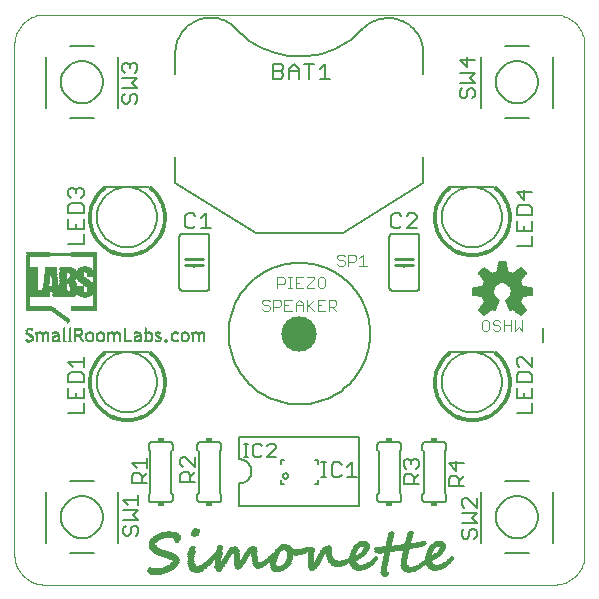
<source format=gto>
G75*
G70*
%OFA0B0*%
%FSLAX24Y24*%
%IPPOS*%
%LPD*%
%AMOC8*
5,1,8,0,0,1.08239X$1,22.5*
%
%ADD10R,0.0050X0.0010*%
%ADD11R,0.0100X0.0010*%
%ADD12R,0.0070X0.0010*%
%ADD13R,0.0160X0.0010*%
%ADD14R,0.0080X0.0010*%
%ADD15R,0.0090X0.0010*%
%ADD16R,0.0060X0.0010*%
%ADD17R,0.0290X0.0010*%
%ADD18R,0.0110X0.0010*%
%ADD19R,0.0200X0.0010*%
%ADD20R,0.0140X0.0010*%
%ADD21R,0.0150X0.0010*%
%ADD22R,0.0170X0.0010*%
%ADD23R,0.0230X0.0010*%
%ADD24R,0.0180X0.0010*%
%ADD25R,0.0240X0.0010*%
%ADD26R,0.0210X0.0010*%
%ADD27R,0.0250X0.0010*%
%ADD28R,0.0270X0.0010*%
%ADD29R,0.0220X0.0010*%
%ADD30R,0.0260X0.0010*%
%ADD31R,0.0280X0.0010*%
%ADD32R,0.0120X0.0010*%
%ADD33R,0.0030X0.0010*%
%ADD34R,0.0010X0.0010*%
%ADD35R,0.0130X0.0010*%
%ADD36R,0.0020X0.0010*%
%ADD37R,0.0040X0.0010*%
%ADD38R,0.0450X0.0010*%
%ADD39R,0.0190X0.0010*%
%ADD40R,0.0440X0.0010*%
%ADD41R,0.0320X0.0010*%
%ADD42R,0.0400X0.0010*%
%ADD43R,0.0460X0.0010*%
%ADD44R,0.0510X0.0010*%
%ADD45R,0.0560X0.0010*%
%ADD46R,0.0600X0.0010*%
%ADD47R,0.0640X0.0010*%
%ADD48R,0.0670X0.0010*%
%ADD49R,0.0700X0.0010*%
%ADD50R,0.0720X0.0010*%
%ADD51R,0.0740X0.0010*%
%ADD52R,0.0340X0.0010*%
%ADD53R,0.0760X0.0010*%
%ADD54R,0.0370X0.0010*%
%ADD55R,0.0380X0.0010*%
%ADD56R,0.0780X0.0010*%
%ADD57R,0.0310X0.0010*%
%ADD58R,0.0420X0.0010*%
%ADD59R,0.0790X0.0010*%
%ADD60R,0.0800X0.0010*%
%ADD61R,0.0490X0.0010*%
%ADD62R,0.0820X0.0010*%
%ADD63R,0.0470X0.0010*%
%ADD64R,0.0300X0.0010*%
%ADD65R,0.0520X0.0010*%
%ADD66R,0.0480X0.0010*%
%ADD67R,0.0430X0.0010*%
%ADD68R,0.0350X0.0010*%
%ADD69R,0.0540X0.0010*%
%ADD70R,0.0840X0.0010*%
%ADD71R,0.0500X0.0010*%
%ADD72R,0.0850X0.0010*%
%ADD73R,0.0530X0.0010*%
%ADD74R,0.0590X0.0010*%
%ADD75R,0.0610X0.0010*%
%ADD76R,0.0630X0.0010*%
%ADD77R,0.0570X0.0010*%
%ADD78R,0.0650X0.0010*%
%ADD79R,0.0550X0.0010*%
%ADD80R,0.0690X0.0010*%
%ADD81R,0.0620X0.0010*%
%ADD82R,0.0580X0.0010*%
%ADD83R,0.0330X0.0010*%
%ADD84R,0.0680X0.0010*%
%ADD85R,0.0360X0.0010*%
%ADD86R,0.0710X0.0010*%
%ADD87R,0.0410X0.0010*%
%ADD88R,0.0730X0.0010*%
%ADD89R,0.0750X0.0010*%
%ADD90R,0.0660X0.0010*%
%ADD91R,0.0910X0.0010*%
%ADD92R,0.0920X0.0010*%
%ADD93R,0.0390X0.0010*%
%ADD94R,0.0930X0.0010*%
%ADD95R,0.0950X0.0010*%
%ADD96R,0.0960X0.0010*%
%ADD97R,0.0870X0.0010*%
%ADD98R,0.0980X0.0010*%
%ADD99R,0.1160X0.0010*%
%ADD100R,0.1000X0.0010*%
%ADD101R,0.1300X0.0010*%
%ADD102R,0.1170X0.0010*%
%ADD103R,0.1180X0.0010*%
%ADD104R,0.1210X0.0010*%
%ADD105R,0.1260X0.0010*%
%ADD106R,0.1350X0.0010*%
%ADD107R,0.1380X0.0010*%
%ADD108R,0.1410X0.0010*%
%ADD109R,0.1420X0.0010*%
%ADD110R,0.1290X0.0010*%
%ADD111R,0.1240X0.0010*%
%ADD112R,0.0970X0.0010*%
%ADD113R,0.0890X0.0010*%
%ADD114R,0.0940X0.0010*%
%ADD115R,0.0880X0.0010*%
%ADD116R,0.0860X0.0010*%
%ADD117R,0.0830X0.0010*%
%ADD118R,0.0810X0.0010*%
%ADD119C,0.0010*%
%ADD120C,0.0030*%
%ADD121C,0.0080*%
%ADD122C,0.0060*%
%ADD123R,0.0200X0.0150*%
%ADD124C,0.0100*%
%ADD125R,0.0021X0.0007*%
%ADD126R,0.0035X0.0007*%
%ADD127R,0.0042X0.0007*%
%ADD128R,0.0063X0.0007*%
%ADD129R,0.0070X0.0007*%
%ADD130R,0.0091X0.0007*%
%ADD131R,0.0105X0.0007*%
%ADD132R,0.0119X0.0007*%
%ADD133R,0.0133X0.0007*%
%ADD134R,0.0147X0.0007*%
%ADD135R,0.0161X0.0007*%
%ADD136R,0.0175X0.0007*%
%ADD137R,0.0189X0.0007*%
%ADD138R,0.0203X0.0007*%
%ADD139R,0.0224X0.0007*%
%ADD140R,0.0231X0.0007*%
%ADD141R,0.0231X0.0007*%
%ADD142R,0.0231X0.0007*%
%ADD143R,0.0231X0.0007*%
%ADD144R,0.0224X0.0007*%
%ADD145R,0.0224X0.0007*%
%ADD146R,0.1043X0.0007*%
%ADD147R,0.0896X0.0007*%
%ADD148R,0.1036X0.0007*%
%ADD149R,0.0896X0.0007*%
%ADD150R,0.1022X0.0007*%
%ADD151R,0.1015X0.0007*%
%ADD152R,0.1001X0.0007*%
%ADD153R,0.0994X0.0007*%
%ADD154R,0.0980X0.0007*%
%ADD155R,0.0973X0.0007*%
%ADD156R,0.0959X0.0007*%
%ADD157R,0.0952X0.0007*%
%ADD158R,0.0945X0.0007*%
%ADD159R,0.0938X0.0007*%
%ADD160R,0.0924X0.0007*%
%ADD161R,0.0917X0.0007*%
%ADD162R,0.0903X0.0007*%
%ADD163R,0.0889X0.0007*%
%ADD164R,0.0875X0.0007*%
%ADD165R,0.0868X0.0007*%
%ADD166R,0.0854X0.0007*%
%ADD167R,0.0140X0.0007*%
%ADD168R,0.0133X0.0007*%
%ADD169R,0.0140X0.0007*%
%ADD170R,0.0133X0.0007*%
%ADD171R,0.0189X0.0007*%
%ADD172R,0.0245X0.0007*%
%ADD173R,0.0770X0.0007*%
%ADD174R,0.0623X0.0007*%
%ADD175R,0.0280X0.0007*%
%ADD176R,0.0770X0.0007*%
%ADD177R,0.0693X0.0007*%
%ADD178R,0.0315X0.0007*%
%ADD179R,0.0728X0.0007*%
%ADD180R,0.0343X0.0007*%
%ADD181R,0.0777X0.0007*%
%ADD182R,0.0742X0.0007*%
%ADD183R,0.0371X0.0007*%
%ADD184R,0.0756X0.0007*%
%ADD185R,0.0385X0.0007*%
%ADD186R,0.0763X0.0007*%
%ADD187R,0.0413X0.0007*%
%ADD188R,0.0777X0.0007*%
%ADD189R,0.0427X0.0007*%
%ADD190R,0.0441X0.0007*%
%ADD191R,0.0784X0.0007*%
%ADD192R,0.0469X0.0007*%
%ADD193R,0.0791X0.0007*%
%ADD194R,0.0476X0.0007*%
%ADD195R,0.0483X0.0007*%
%ADD196R,0.0798X0.0007*%
%ADD197R,0.0497X0.0007*%
%ADD198R,0.0798X0.0007*%
%ADD199R,0.0644X0.0007*%
%ADD200R,0.0805X0.0007*%
%ADD201R,0.0784X0.0007*%
%ADD202R,0.0651X0.0007*%
%ADD203R,0.0812X0.0007*%
%ADD204R,0.0784X0.0007*%
%ADD205R,0.0819X0.0007*%
%ADD206R,0.0658X0.0007*%
%ADD207R,0.0819X0.0007*%
%ADD208R,0.0658X0.0007*%
%ADD209R,0.1484X0.0007*%
%ADD210R,0.1071X0.0007*%
%ADD211R,0.1057X0.0007*%
%ADD212R,0.0371X0.0007*%
%ADD213R,0.1050X0.0007*%
%ADD214R,0.0364X0.0007*%
%ADD215R,0.0357X0.0007*%
%ADD216R,0.0490X0.0007*%
%ADD217R,0.0504X0.0007*%
%ADD218R,0.1372X0.0007*%
%ADD219R,0.0350X0.0007*%
%ADD220R,0.1372X0.0007*%
%ADD221R,0.0483X0.0007*%
%ADD222R,0.0350X0.0007*%
%ADD223R,0.0476X0.0007*%
%ADD224R,0.0833X0.0007*%
%ADD225R,0.0469X0.0007*%
%ADD226R,0.0385X0.0007*%
%ADD227R,0.0833X0.0007*%
%ADD228R,0.0469X0.0007*%
%ADD229R,0.0567X0.0007*%
%ADD230R,0.0252X0.0007*%
%ADD231R,0.0567X0.0007*%
%ADD232R,0.0252X0.0007*%
%ADD233R,0.0560X0.0007*%
%ADD234R,0.0553X0.0007*%
%ADD235R,0.0553X0.0007*%
%ADD236R,0.0546X0.0007*%
%ADD237R,0.0364X0.0007*%
%ADD238R,0.0546X0.0007*%
%ADD239R,0.0371X0.0007*%
%ADD240R,0.0539X0.0007*%
%ADD241R,0.0378X0.0007*%
%ADD242R,0.0252X0.0007*%
%ADD243R,0.0392X0.0007*%
%ADD244R,0.0252X0.0007*%
%ADD245R,0.0399X0.0007*%
%ADD246R,0.0406X0.0007*%
%ADD247R,0.0420X0.0007*%
%ADD248R,0.0427X0.0007*%
%ADD249R,0.0441X0.0007*%
%ADD250R,0.0245X0.0007*%
%ADD251R,0.0448X0.0007*%
%ADD252R,0.0462X0.0007*%
%ADD253R,0.0217X0.0007*%
%ADD254R,0.0224X0.0007*%
%ADD255R,0.0259X0.0007*%
%ADD256R,0.0357X0.0007*%
%ADD257R,0.0287X0.0007*%
%ADD258R,0.0567X0.0007*%
%ADD259R,0.0217X0.0007*%
%ADD260R,0.0553X0.0007*%
%ADD261R,0.0392X0.0007*%
%ADD262R,0.0217X0.0007*%
%ADD263R,0.0399X0.0007*%
%ADD264R,0.0532X0.0007*%
%ADD265R,0.0525X0.0007*%
%ADD266R,0.0511X0.0007*%
%ADD267R,0.0406X0.0007*%
%ADD268R,0.0497X0.0007*%
%ADD269R,0.0406X0.0007*%
%ADD270R,0.0455X0.0007*%
%ADD271R,0.0217X0.0007*%
%ADD272R,0.0399X0.0007*%
%ADD273R,0.0511X0.0007*%
%ADD274R,0.0210X0.0007*%
%ADD275R,0.0378X0.0007*%
%ADD276R,0.0539X0.0007*%
%ADD277R,0.0357X0.0007*%
%ADD278R,0.0259X0.0007*%
%ADD279R,0.0238X0.0007*%
%ADD280R,0.0336X0.0007*%
%ADD281R,0.0210X0.0007*%
%ADD282R,0.0238X0.0007*%
%ADD283R,0.0329X0.0007*%
%ADD284R,0.0322X0.0007*%
%ADD285R,0.0308X0.0007*%
%ADD286R,0.0539X0.0007*%
%ADD287R,0.0511X0.0007*%
%ADD288R,0.0497X0.0007*%
%ADD289R,0.0476X0.0007*%
%ADD290R,0.0462X0.0007*%
%ADD291R,0.0203X0.0007*%
%ADD292R,0.0462X0.0007*%
%ADD293R,0.0434X0.0007*%
%ADD294R,0.0420X0.0007*%
%ADD295R,0.0406X0.0007*%
%ADD296R,0.0560X0.0007*%
%ADD297R,0.0553X0.0007*%
%ADD298R,0.0399X0.0007*%
%ADD299R,0.0532X0.0007*%
%ADD300R,0.0518X0.0007*%
%ADD301R,0.0504X0.0007*%
%ADD302R,0.0504X0.0007*%
%ADD303R,0.0378X0.0007*%
%ADD304R,0.0448X0.0007*%
%ADD305R,0.0434X0.0007*%
%ADD306R,0.0448X0.0007*%
%ADD307R,0.0371X0.0007*%
%ADD308R,0.0364X0.0007*%
%ADD309R,0.0336X0.0007*%
%ADD310R,0.0294X0.0007*%
%ADD311R,0.0196X0.0007*%
%ADD312R,0.2366X0.0007*%
%ADD313R,0.2366X0.0007*%
%ADD314C,0.0050*%
%ADD315C,0.0059*%
%ADD316C,0.1181*%
D10*
X000546Y008256D03*
X001636Y008186D03*
X004366Y008186D03*
X004486Y008186D03*
X004486Y008196D03*
X004856Y008246D03*
X005176Y008266D03*
X005176Y008166D03*
X005576Y008246D03*
X005576Y008456D03*
X009961Y001346D03*
X013801Y001536D03*
D11*
X014716Y001006D03*
X012186Y001006D03*
X009946Y001336D03*
X006166Y001706D03*
X006196Y001956D03*
X004666Y000646D03*
X004911Y008186D03*
X004991Y008306D03*
X004981Y008316D03*
X004871Y008396D03*
X004701Y008446D03*
X004701Y008256D03*
X004511Y008246D03*
X004331Y008256D03*
X004311Y008456D03*
X004231Y008516D03*
X004511Y008456D03*
X003621Y008456D03*
X003451Y008436D03*
X003271Y008446D03*
X003081Y008456D03*
X002921Y008456D03*
X002721Y008456D03*
X002561Y008456D03*
X002561Y008246D03*
X002641Y008186D03*
X002721Y008246D03*
X002921Y008246D03*
X003001Y008186D03*
X003081Y008246D03*
X002311Y008356D03*
X001601Y008256D03*
X001581Y008456D03*
X001501Y008516D03*
X001241Y008456D03*
X001071Y008436D03*
X000891Y008446D03*
X000731Y008336D03*
X000721Y008246D03*
X000621Y008176D03*
X000561Y008476D03*
X000561Y008576D03*
X000651Y008646D03*
X005401Y008256D03*
X005511Y008516D03*
X005741Y008456D03*
X005901Y008456D03*
X006091Y008446D03*
X006271Y008436D03*
X006441Y008456D03*
X005901Y008246D03*
X005821Y008186D03*
X005741Y008246D03*
D12*
X006196Y008516D03*
X006386Y008516D03*
X005176Y008256D03*
X005176Y008176D03*
X004336Y008426D03*
X003566Y008516D03*
X003376Y008516D03*
X001606Y008426D03*
X001186Y008516D03*
X000996Y008516D03*
X000556Y008246D03*
X005521Y001496D03*
X006101Y001366D03*
X006991Y001406D03*
X006951Y000526D03*
X008071Y001376D03*
X010041Y001326D03*
X010061Y000566D03*
X012191Y001016D03*
X012711Y001856D03*
X014721Y001016D03*
D13*
X013766Y001516D03*
X012696Y001816D03*
X012306Y001146D03*
X010066Y000586D03*
X008076Y001356D03*
X006986Y001376D03*
X006156Y001716D03*
X005566Y001566D03*
X005566Y001556D03*
X005566Y001546D03*
X005296Y001856D03*
X000621Y008186D03*
X000641Y008416D03*
X000621Y008426D03*
X000651Y008636D03*
X001001Y008496D03*
X003381Y008496D03*
X005511Y008506D03*
X006201Y008496D03*
D14*
X006271Y008426D03*
X006271Y008416D03*
X006271Y008406D03*
X006271Y008396D03*
X006271Y008386D03*
X006271Y008376D03*
X006271Y008366D03*
X006271Y008356D03*
X006271Y008346D03*
X006271Y008336D03*
X006271Y008326D03*
X006271Y008316D03*
X006271Y008306D03*
X006271Y008296D03*
X006271Y008286D03*
X006271Y008276D03*
X006271Y008266D03*
X006271Y008256D03*
X006271Y008246D03*
X006271Y008236D03*
X006271Y008226D03*
X006271Y008216D03*
X006271Y008206D03*
X006271Y008196D03*
X006271Y008186D03*
X006081Y008186D03*
X006081Y008196D03*
X006081Y008206D03*
X006081Y008216D03*
X006081Y008226D03*
X006081Y008236D03*
X006081Y008246D03*
X006081Y008256D03*
X006081Y008266D03*
X006081Y008276D03*
X006081Y008286D03*
X006081Y008296D03*
X006081Y008306D03*
X006081Y008316D03*
X006081Y008326D03*
X006081Y008336D03*
X006081Y008346D03*
X006081Y008356D03*
X006081Y008366D03*
X006081Y008376D03*
X006081Y008386D03*
X006081Y008396D03*
X006081Y008406D03*
X006081Y008416D03*
X006081Y008426D03*
X005941Y008396D03*
X005941Y008386D03*
X005941Y008376D03*
X005941Y008366D03*
X005941Y008356D03*
X005941Y008346D03*
X005941Y008336D03*
X005941Y008326D03*
X005941Y008316D03*
X005931Y008296D03*
X005931Y008286D03*
X005921Y008266D03*
X005931Y008406D03*
X005931Y008416D03*
X005921Y008436D03*
X005721Y008436D03*
X005711Y008416D03*
X005711Y008406D03*
X005701Y008396D03*
X005701Y008386D03*
X005701Y008376D03*
X005701Y008366D03*
X005701Y008356D03*
X005701Y008346D03*
X005701Y008336D03*
X005701Y008326D03*
X005701Y008316D03*
X005701Y008306D03*
X005711Y008296D03*
X005711Y008286D03*
X005721Y008266D03*
X005391Y008426D03*
X005381Y008406D03*
X005381Y008396D03*
X005371Y008386D03*
X005371Y008376D03*
X005371Y008366D03*
X005371Y008356D03*
X005371Y008346D03*
X005371Y008336D03*
X005371Y008326D03*
X005371Y008316D03*
X005381Y008296D03*
X005381Y008286D03*
X005001Y008286D03*
X005001Y008276D03*
X005001Y008266D03*
X005001Y008256D03*
X004851Y008416D03*
X004851Y008426D03*
X004851Y008436D03*
X004851Y008446D03*
X004731Y008396D03*
X004731Y008386D03*
X004731Y008376D03*
X004731Y008366D03*
X004731Y008356D03*
X004731Y008346D03*
X004731Y008336D03*
X004731Y008326D03*
X004731Y008316D03*
X004721Y008306D03*
X004721Y008296D03*
X004721Y008286D03*
X004721Y008406D03*
X004721Y008416D03*
X004611Y008516D03*
X004501Y008516D03*
X004501Y008526D03*
X004501Y008536D03*
X004501Y008546D03*
X004501Y008556D03*
X004501Y008566D03*
X004501Y008576D03*
X004501Y008586D03*
X004501Y008596D03*
X004501Y008606D03*
X004501Y008616D03*
X004501Y008626D03*
X004501Y008636D03*
X004501Y008506D03*
X004501Y008436D03*
X004501Y008426D03*
X004501Y008416D03*
X004501Y008406D03*
X004501Y008396D03*
X004501Y008386D03*
X004501Y008376D03*
X004501Y008366D03*
X004501Y008356D03*
X004501Y008346D03*
X004501Y008336D03*
X004501Y008326D03*
X004501Y008316D03*
X004501Y008306D03*
X004501Y008296D03*
X004501Y008286D03*
X004501Y008276D03*
X004501Y008266D03*
X004361Y008196D03*
X004341Y008286D03*
X004341Y008296D03*
X004341Y008306D03*
X004341Y008316D03*
X004341Y008326D03*
X004341Y008336D03*
X004341Y008346D03*
X004341Y008416D03*
X004331Y008436D03*
X004151Y008326D03*
X004141Y008306D03*
X004141Y008296D03*
X004141Y008286D03*
X004141Y008276D03*
X004141Y008266D03*
X003821Y008266D03*
X003821Y008276D03*
X003821Y008286D03*
X003821Y008296D03*
X003821Y008306D03*
X003821Y008316D03*
X003821Y008326D03*
X003821Y008336D03*
X003821Y008346D03*
X003821Y008356D03*
X003821Y008366D03*
X003821Y008376D03*
X003821Y008386D03*
X003821Y008396D03*
X003821Y008406D03*
X003821Y008416D03*
X003821Y008426D03*
X003821Y008436D03*
X003821Y008446D03*
X003821Y008456D03*
X003821Y008466D03*
X003821Y008476D03*
X003821Y008486D03*
X003821Y008496D03*
X003821Y008506D03*
X003821Y008516D03*
X003821Y008526D03*
X003821Y008536D03*
X003821Y008546D03*
X003821Y008556D03*
X003821Y008566D03*
X003821Y008576D03*
X003821Y008586D03*
X003821Y008596D03*
X003821Y008606D03*
X003821Y008616D03*
X003821Y008626D03*
X003821Y008636D03*
X003641Y008426D03*
X003641Y008416D03*
X003641Y008406D03*
X003641Y008396D03*
X003641Y008386D03*
X003641Y008376D03*
X003641Y008366D03*
X003641Y008356D03*
X003641Y008346D03*
X003641Y008336D03*
X003641Y008326D03*
X003641Y008316D03*
X003641Y008306D03*
X003641Y008296D03*
X003641Y008286D03*
X003641Y008276D03*
X003641Y008266D03*
X003641Y008256D03*
X003641Y008246D03*
X003641Y008236D03*
X003641Y008226D03*
X003641Y008216D03*
X003641Y008206D03*
X003641Y008196D03*
X003641Y008186D03*
X003451Y008186D03*
X003451Y008196D03*
X003451Y008206D03*
X003451Y008216D03*
X003451Y008226D03*
X003451Y008236D03*
X003451Y008246D03*
X003451Y008256D03*
X003451Y008266D03*
X003451Y008276D03*
X003451Y008286D03*
X003451Y008296D03*
X003451Y008306D03*
X003451Y008316D03*
X003451Y008326D03*
X003451Y008336D03*
X003451Y008346D03*
X003451Y008356D03*
X003451Y008366D03*
X003451Y008376D03*
X003451Y008386D03*
X003451Y008396D03*
X003451Y008406D03*
X003451Y008416D03*
X003451Y008426D03*
X003261Y008426D03*
X003261Y008416D03*
X003261Y008406D03*
X003261Y008396D03*
X003261Y008386D03*
X003261Y008376D03*
X003261Y008366D03*
X003261Y008356D03*
X003261Y008346D03*
X003261Y008336D03*
X003261Y008326D03*
X003261Y008316D03*
X003261Y008306D03*
X003261Y008296D03*
X003261Y008286D03*
X003261Y008276D03*
X003261Y008266D03*
X003261Y008256D03*
X003261Y008246D03*
X003261Y008236D03*
X003261Y008226D03*
X003261Y008216D03*
X003261Y008206D03*
X003261Y008196D03*
X003261Y008186D03*
X003101Y008266D03*
X003111Y008286D03*
X003111Y008296D03*
X003121Y008316D03*
X003121Y008326D03*
X003121Y008336D03*
X003121Y008346D03*
X003121Y008356D03*
X003121Y008366D03*
X003121Y008376D03*
X003121Y008386D03*
X003121Y008396D03*
X003111Y008406D03*
X003111Y008416D03*
X003101Y008436D03*
X002901Y008436D03*
X002891Y008416D03*
X002891Y008406D03*
X002881Y008396D03*
X002881Y008386D03*
X002881Y008376D03*
X002881Y008366D03*
X002881Y008356D03*
X002881Y008346D03*
X002881Y008336D03*
X002881Y008326D03*
X002881Y008316D03*
X002881Y008306D03*
X002891Y008296D03*
X002891Y008286D03*
X002901Y008266D03*
X002761Y008316D03*
X002761Y008326D03*
X002761Y008336D03*
X002761Y008346D03*
X002761Y008356D03*
X002761Y008366D03*
X002761Y008376D03*
X002761Y008386D03*
X002761Y008396D03*
X002751Y008406D03*
X002751Y008416D03*
X002741Y008436D03*
X002751Y008296D03*
X002751Y008286D03*
X002741Y008266D03*
X002541Y008266D03*
X002531Y008286D03*
X002531Y008296D03*
X002521Y008306D03*
X002521Y008316D03*
X002521Y008326D03*
X002521Y008336D03*
X002521Y008346D03*
X002521Y008356D03*
X002521Y008366D03*
X002521Y008376D03*
X002521Y008386D03*
X002521Y008396D03*
X002531Y008406D03*
X002531Y008416D03*
X002541Y008436D03*
X002381Y008486D03*
X002381Y008496D03*
X002381Y008506D03*
X002381Y008516D03*
X002381Y008526D03*
X002381Y008536D03*
X002371Y008466D03*
X002161Y008466D03*
X002161Y008476D03*
X002161Y008486D03*
X002161Y008496D03*
X002161Y008506D03*
X002161Y008516D03*
X002161Y008526D03*
X002161Y008536D03*
X002161Y008546D03*
X002161Y008556D03*
X002161Y008566D03*
X002161Y008456D03*
X002161Y008446D03*
X002161Y008366D03*
X002161Y008356D03*
X002161Y008346D03*
X002161Y008336D03*
X002161Y008326D03*
X002161Y008316D03*
X002161Y008306D03*
X002161Y008296D03*
X002161Y008286D03*
X002161Y008276D03*
X002161Y008266D03*
X002161Y008256D03*
X002161Y008246D03*
X002161Y008236D03*
X002161Y008226D03*
X002161Y008216D03*
X002161Y008206D03*
X002161Y008196D03*
X002161Y008186D03*
X001971Y008246D03*
X001971Y008256D03*
X001971Y008266D03*
X001971Y008276D03*
X001971Y008286D03*
X001971Y008296D03*
X001971Y008306D03*
X001971Y008316D03*
X001971Y008326D03*
X001971Y008336D03*
X001971Y008346D03*
X001971Y008356D03*
X001971Y008366D03*
X001971Y008376D03*
X001971Y008386D03*
X001971Y008396D03*
X001971Y008406D03*
X001971Y008416D03*
X001971Y008426D03*
X001971Y008436D03*
X001971Y008446D03*
X001971Y008456D03*
X001971Y008466D03*
X001971Y008476D03*
X001971Y008486D03*
X001971Y008496D03*
X001971Y008506D03*
X001971Y008516D03*
X001971Y008526D03*
X001971Y008536D03*
X001971Y008546D03*
X001971Y008556D03*
X001971Y008566D03*
X001971Y008576D03*
X001971Y008586D03*
X001971Y008596D03*
X001971Y008606D03*
X001971Y008616D03*
X001971Y008626D03*
X001971Y008636D03*
X001781Y008636D03*
X001781Y008626D03*
X001781Y008616D03*
X001781Y008606D03*
X001781Y008596D03*
X001781Y008586D03*
X001781Y008576D03*
X001781Y008566D03*
X001781Y008556D03*
X001781Y008546D03*
X001781Y008536D03*
X001781Y008526D03*
X001781Y008516D03*
X001781Y008506D03*
X001781Y008496D03*
X001781Y008486D03*
X001781Y008476D03*
X001781Y008466D03*
X001781Y008456D03*
X001781Y008446D03*
X001781Y008436D03*
X001781Y008426D03*
X001781Y008416D03*
X001781Y008406D03*
X001781Y008396D03*
X001781Y008386D03*
X001781Y008376D03*
X001781Y008366D03*
X001781Y008356D03*
X001781Y008346D03*
X001781Y008336D03*
X001781Y008326D03*
X001781Y008316D03*
X001781Y008306D03*
X001781Y008296D03*
X001781Y008286D03*
X001781Y008276D03*
X001781Y008266D03*
X001781Y008256D03*
X001781Y008246D03*
X001631Y008196D03*
X001611Y008286D03*
X001611Y008296D03*
X001611Y008306D03*
X001611Y008316D03*
X001611Y008326D03*
X001611Y008336D03*
X001611Y008346D03*
X001611Y008416D03*
X001601Y008436D03*
X001421Y008326D03*
X001411Y008306D03*
X001411Y008296D03*
X001411Y008286D03*
X001411Y008276D03*
X001411Y008266D03*
X001261Y008266D03*
X001261Y008276D03*
X001261Y008286D03*
X001261Y008296D03*
X001261Y008306D03*
X001261Y008316D03*
X001261Y008326D03*
X001261Y008336D03*
X001261Y008346D03*
X001261Y008356D03*
X001261Y008366D03*
X001261Y008376D03*
X001261Y008386D03*
X001261Y008396D03*
X001261Y008406D03*
X001261Y008416D03*
X001261Y008426D03*
X001261Y008256D03*
X001261Y008246D03*
X001261Y008236D03*
X001261Y008226D03*
X001261Y008216D03*
X001261Y008206D03*
X001261Y008196D03*
X001261Y008186D03*
X001071Y008186D03*
X001071Y008196D03*
X001071Y008206D03*
X001071Y008216D03*
X001071Y008226D03*
X001071Y008236D03*
X001071Y008246D03*
X001071Y008256D03*
X001071Y008266D03*
X001071Y008276D03*
X001071Y008286D03*
X001071Y008296D03*
X001071Y008306D03*
X001071Y008316D03*
X001071Y008326D03*
X001071Y008336D03*
X001071Y008346D03*
X001071Y008356D03*
X001071Y008366D03*
X001071Y008376D03*
X001071Y008386D03*
X001071Y008396D03*
X001071Y008406D03*
X001071Y008416D03*
X001071Y008426D03*
X000881Y008426D03*
X000881Y008416D03*
X000881Y008406D03*
X000881Y008396D03*
X000881Y008386D03*
X000881Y008376D03*
X000881Y008366D03*
X000881Y008356D03*
X000881Y008346D03*
X000881Y008336D03*
X000881Y008326D03*
X000881Y008316D03*
X000881Y008306D03*
X000881Y008296D03*
X000881Y008286D03*
X000881Y008276D03*
X000881Y008266D03*
X000881Y008256D03*
X000881Y008246D03*
X000881Y008236D03*
X000881Y008226D03*
X000881Y008216D03*
X000881Y008206D03*
X000881Y008196D03*
X000881Y008186D03*
X000741Y008276D03*
X000741Y008286D03*
X000741Y008296D03*
X000741Y008306D03*
X000741Y008316D03*
X000541Y008516D03*
X000541Y008526D03*
X000541Y008536D03*
X000541Y008546D03*
X003821Y008256D03*
X006461Y008266D03*
X006461Y008276D03*
X006461Y008286D03*
X006461Y008296D03*
X006461Y008306D03*
X006461Y008316D03*
X006461Y008326D03*
X006461Y008336D03*
X006461Y008346D03*
X006461Y008356D03*
X006461Y008366D03*
X006461Y008376D03*
X006461Y008386D03*
X006461Y008396D03*
X006461Y008406D03*
X006461Y008416D03*
X006461Y008426D03*
X006461Y008256D03*
X006461Y008246D03*
X006461Y008236D03*
X006461Y008226D03*
X006461Y008216D03*
X006461Y008206D03*
X006461Y008196D03*
X006461Y008186D03*
X009136Y001446D03*
X010606Y001386D03*
X013346Y001866D03*
X007596Y000606D03*
X007476Y001356D03*
D15*
X008261Y000636D03*
X005916Y008256D03*
X005926Y008276D03*
X005936Y008306D03*
X005926Y008426D03*
X005916Y008446D03*
X005826Y008516D03*
X005726Y008446D03*
X005716Y008426D03*
X005716Y008276D03*
X005726Y008256D03*
X005396Y008266D03*
X005386Y008276D03*
X005376Y008306D03*
X005386Y008416D03*
X005396Y008436D03*
X005406Y008446D03*
X005176Y008246D03*
X005176Y008186D03*
X004986Y008246D03*
X004996Y008296D03*
X004856Y008406D03*
X004856Y008456D03*
X004926Y008516D03*
X004716Y008426D03*
X004706Y008436D03*
X004716Y008276D03*
X004706Y008266D03*
X004606Y008186D03*
X004506Y008256D03*
X004356Y008206D03*
X004336Y008266D03*
X004336Y008276D03*
X004216Y008186D03*
X004156Y008246D03*
X004146Y008256D03*
X004146Y008316D03*
X004156Y008336D03*
X004326Y008446D03*
X004506Y008446D03*
X003636Y008436D03*
X003626Y008446D03*
X003266Y008436D03*
X003106Y008426D03*
X003096Y008446D03*
X003006Y008516D03*
X002906Y008446D03*
X002896Y008426D03*
X002746Y008426D03*
X002736Y008446D03*
X002646Y008516D03*
X002546Y008446D03*
X002536Y008426D03*
X002536Y008276D03*
X002546Y008256D03*
X002426Y008186D03*
X002416Y008196D03*
X002406Y008206D03*
X002406Y008216D03*
X002396Y008226D03*
X002386Y008236D03*
X002386Y008246D03*
X002376Y008256D03*
X002366Y008266D03*
X002366Y008276D03*
X002356Y008286D03*
X002346Y008296D03*
X002346Y008306D03*
X002336Y008316D03*
X002326Y008326D03*
X002326Y008336D03*
X002316Y008346D03*
X002306Y008366D03*
X002366Y008456D03*
X002376Y008476D03*
X002376Y008546D03*
X002366Y008556D03*
X002756Y008306D03*
X002746Y008276D03*
X002736Y008256D03*
X002896Y008276D03*
X002906Y008256D03*
X003096Y008256D03*
X003106Y008276D03*
X003116Y008306D03*
X001996Y008196D03*
X001986Y008216D03*
X001976Y008226D03*
X001976Y008236D03*
X001806Y008196D03*
X001796Y008216D03*
X001786Y008226D03*
X001786Y008236D03*
X001626Y008206D03*
X001606Y008266D03*
X001606Y008276D03*
X001486Y008186D03*
X001426Y008246D03*
X001416Y008256D03*
X001416Y008316D03*
X001426Y008336D03*
X001256Y008436D03*
X001246Y008446D03*
X001596Y008446D03*
X000886Y008436D03*
X000726Y008346D03*
X000736Y008326D03*
X000736Y008266D03*
X000726Y008256D03*
X000556Y008486D03*
X000546Y008496D03*
X000546Y008506D03*
X000546Y008556D03*
X000556Y008566D03*
X006086Y008436D03*
X006446Y008446D03*
X006456Y008436D03*
D16*
X006071Y008496D03*
X006071Y008506D03*
X004511Y008646D03*
X003251Y008506D03*
X003251Y008496D03*
X001981Y008646D03*
X001791Y008646D03*
X001801Y008186D03*
X001991Y008186D03*
X000871Y008496D03*
X000871Y008506D03*
X000711Y008576D03*
X004656Y000656D03*
X012486Y000356D03*
D17*
X011961Y000776D03*
X011471Y000756D03*
X010721Y000896D03*
X010561Y001316D03*
X009961Y001316D03*
X008781Y001036D03*
X008771Y001026D03*
X008281Y000686D03*
X008061Y001276D03*
X006961Y000666D03*
X006961Y000656D03*
X006911Y001106D03*
X006471Y000726D03*
X005441Y000756D03*
X004791Y001566D03*
X006161Y001796D03*
X006161Y001806D03*
X006171Y001826D03*
X003926Y008186D03*
X003926Y008196D03*
X003926Y008206D03*
X003926Y008216D03*
X003926Y008226D03*
X003926Y008236D03*
X003926Y008246D03*
X013301Y000526D03*
X013901Y000866D03*
X014001Y000756D03*
X014491Y000776D03*
X013721Y001496D03*
D18*
X014311Y001546D03*
X014711Y000996D03*
X014711Y000986D03*
X012711Y001846D03*
X012181Y000996D03*
X012181Y000986D03*
X011781Y001546D03*
X006991Y001396D03*
X006091Y001356D03*
X005541Y001506D03*
X006201Y000486D03*
X005506Y008186D03*
X005416Y008246D03*
X005416Y008456D03*
X005176Y008236D03*
X005176Y008226D03*
X005176Y008216D03*
X005176Y008206D03*
X005176Y008196D03*
X004686Y008246D03*
X004686Y008456D03*
X003456Y008446D03*
X002346Y008446D03*
X001996Y008206D03*
X001806Y008206D03*
X001076Y008446D03*
X000716Y008356D03*
X000706Y008366D03*
X006276Y008446D03*
D19*
X005511Y008496D03*
X004921Y008226D03*
X004281Y008396D03*
X004231Y008496D03*
X001551Y008396D03*
X001501Y008496D03*
X000621Y008196D03*
X006196Y001926D03*
X006156Y001726D03*
X006066Y001306D03*
X005566Y001616D03*
X006686Y000916D03*
X006696Y000926D03*
X006926Y000946D03*
X007116Y000846D03*
X007126Y000866D03*
X007136Y000876D03*
X007146Y000896D03*
X007156Y000916D03*
X007166Y000926D03*
X007166Y000936D03*
X007176Y000946D03*
X007186Y000956D03*
X007186Y000966D03*
X007196Y000976D03*
X007206Y000996D03*
X007216Y001006D03*
X007226Y001026D03*
X007106Y000826D03*
X006946Y000576D03*
X007596Y000656D03*
X007536Y001136D03*
X007886Y001096D03*
X007896Y001106D03*
X007896Y001116D03*
X007906Y001126D03*
X007916Y001136D03*
X008126Y001136D03*
X008126Y001126D03*
X008126Y001116D03*
X008126Y001106D03*
X008136Y001026D03*
X008136Y001016D03*
X008136Y001006D03*
X008136Y000996D03*
X008136Y000986D03*
X008136Y000976D03*
X008146Y000956D03*
X008146Y000946D03*
X008146Y000936D03*
X008146Y000926D03*
X008146Y000916D03*
X008156Y000896D03*
X008156Y000886D03*
X008166Y000856D03*
X008266Y000656D03*
X008756Y000746D03*
X008756Y000756D03*
X008756Y000766D03*
X008756Y000776D03*
X008756Y000786D03*
X008756Y000796D03*
X008756Y000806D03*
X008756Y000816D03*
X008756Y000826D03*
X008766Y000736D03*
X008766Y000726D03*
X009296Y000926D03*
X009296Y000936D03*
X009306Y000956D03*
X009306Y000966D03*
X009306Y000976D03*
X009116Y001416D03*
X010016Y000976D03*
X010016Y000966D03*
X010016Y000956D03*
X010016Y000946D03*
X010016Y000936D03*
X010016Y000926D03*
X010016Y000916D03*
X010016Y000906D03*
X010016Y000896D03*
X010066Y000606D03*
X010376Y001106D03*
X010386Y001126D03*
X010396Y001136D03*
X010616Y001126D03*
X010616Y001116D03*
X010616Y001106D03*
X010626Y001086D03*
X010626Y001076D03*
X010626Y001066D03*
X010636Y001036D03*
X011406Y001046D03*
X011416Y001076D03*
X011416Y001086D03*
X011426Y001116D03*
X011816Y001196D03*
X011836Y001226D03*
X011846Y001236D03*
X011856Y001256D03*
X011866Y001286D03*
X011876Y001326D03*
X011876Y001336D03*
X011876Y001346D03*
X012096Y000876D03*
X012086Y000866D03*
X012516Y000956D03*
X012606Y001416D03*
X012616Y001446D03*
X012616Y001456D03*
X012616Y001466D03*
X012626Y001486D03*
X012626Y001496D03*
X012626Y001506D03*
X012636Y001526D03*
X012636Y001536D03*
X012636Y001546D03*
X012646Y001566D03*
X012646Y001576D03*
X012646Y001586D03*
X012646Y001596D03*
X012656Y001606D03*
X012656Y001616D03*
X012656Y001626D03*
X012666Y001646D03*
X012666Y001656D03*
X012666Y001666D03*
X012676Y001696D03*
X012676Y001706D03*
X012686Y001736D03*
X012686Y001746D03*
X012686Y001756D03*
X013266Y001546D03*
X013266Y001536D03*
X013266Y001526D03*
X013266Y001516D03*
X013256Y001506D03*
X013256Y001496D03*
X013256Y001486D03*
X013276Y001566D03*
X013276Y001576D03*
X013276Y001586D03*
X013286Y001606D03*
X013286Y001616D03*
X013286Y001626D03*
X013296Y001646D03*
X013296Y001656D03*
X013306Y001686D03*
X013316Y001716D03*
X013316Y001726D03*
X013326Y001746D03*
X013326Y001756D03*
X013326Y001766D03*
X013956Y001116D03*
X013946Y001086D03*
X013946Y001076D03*
X013936Y001046D03*
X014346Y001196D03*
X014366Y001226D03*
X014376Y001236D03*
X014386Y001256D03*
X014396Y001286D03*
X014406Y001326D03*
X014406Y001336D03*
X014406Y001346D03*
X014626Y000876D03*
X014616Y000866D03*
X012496Y000396D03*
X008076Y001336D03*
X006976Y001336D03*
X006976Y001326D03*
D20*
X006986Y001386D03*
X006086Y001346D03*
X005556Y001526D03*
X009126Y001436D03*
X009926Y001326D03*
X010896Y000696D03*
X012166Y000956D03*
X012706Y001836D03*
X013346Y001846D03*
X013286Y000506D03*
X014696Y000956D03*
X006271Y008456D03*
X004941Y008346D03*
X004901Y008376D03*
X004931Y008506D03*
X004611Y008196D03*
X004221Y008196D03*
X003451Y008456D03*
X001491Y008196D03*
X001071Y008456D03*
X000681Y008386D03*
D21*
X000666Y008396D03*
X000656Y008406D03*
X000606Y008436D03*
X001186Y008496D03*
X002646Y008506D03*
X002636Y008196D03*
X002996Y008196D03*
X003006Y008506D03*
X003566Y008496D03*
X004916Y008366D03*
X004926Y008356D03*
X004916Y008196D03*
X005816Y008196D03*
X005826Y008506D03*
X006386Y008496D03*
X006201Y001946D03*
X006081Y001336D03*
X005561Y001536D03*
X004681Y000636D03*
X006951Y000546D03*
X007591Y000626D03*
X008261Y000646D03*
X007471Y001346D03*
X010591Y001376D03*
X012151Y000936D03*
X012161Y000946D03*
X012491Y000376D03*
X012701Y001826D03*
X013341Y001836D03*
X014681Y000936D03*
X014691Y000946D03*
D22*
X014671Y000926D03*
X013341Y001816D03*
X013341Y001826D03*
X012701Y001806D03*
X012141Y000926D03*
X012491Y000386D03*
X009311Y001076D03*
X009311Y001086D03*
X009121Y001426D03*
X007591Y000636D03*
X006951Y000556D03*
X006981Y001366D03*
X006201Y001936D03*
X005506Y008196D03*
X006386Y008486D03*
X004296Y008406D03*
X004226Y008506D03*
X004216Y008206D03*
X003566Y008486D03*
X001566Y008406D03*
X001496Y008506D03*
X001486Y008206D03*
X001186Y008486D03*
D23*
X000636Y008586D03*
X000636Y008596D03*
X000616Y008206D03*
X002236Y008396D03*
X002646Y008476D03*
X003006Y008476D03*
X005496Y008476D03*
X005506Y008216D03*
X005826Y008476D03*
X006191Y001906D03*
X006151Y001736D03*
X006051Y001266D03*
X006051Y001256D03*
X006051Y001246D03*
X006041Y001236D03*
X006041Y001226D03*
X006041Y001216D03*
X006041Y001206D03*
X006031Y001166D03*
X006031Y001156D03*
X006031Y001146D03*
X006031Y001136D03*
X006021Y001096D03*
X006021Y001086D03*
X006021Y001076D03*
X006021Y001066D03*
X006021Y001056D03*
X006011Y001016D03*
X006011Y001006D03*
X006011Y000996D03*
X006011Y000986D03*
X006011Y000976D03*
X006011Y000966D03*
X006011Y000956D03*
X006011Y000946D03*
X006011Y000936D03*
X006011Y000926D03*
X006011Y000916D03*
X006011Y000906D03*
X006011Y000896D03*
X006011Y000886D03*
X006011Y000876D03*
X006021Y000856D03*
X006021Y000846D03*
X006021Y000836D03*
X006021Y000826D03*
X006021Y000816D03*
X006031Y000786D03*
X006031Y000776D03*
X006201Y000506D03*
X006621Y000846D03*
X006951Y000606D03*
X006951Y000596D03*
X007301Y001126D03*
X007311Y001136D03*
X006971Y001256D03*
X007601Y000676D03*
X008181Y000826D03*
X008271Y000666D03*
X008781Y000696D03*
X009221Y000776D03*
X009231Y000786D03*
X009241Y000806D03*
X009251Y000816D03*
X009261Y000836D03*
X008911Y001196D03*
X008921Y001206D03*
X008891Y001176D03*
X008881Y001166D03*
X008871Y001156D03*
X010031Y001156D03*
X010031Y001166D03*
X010031Y001176D03*
X010031Y001186D03*
X010031Y001196D03*
X010031Y001146D03*
X010031Y001136D03*
X010031Y001126D03*
X010071Y000626D03*
X010671Y000946D03*
X010671Y000956D03*
X010681Y000936D03*
X011421Y000816D03*
X011431Y000796D03*
X011631Y000576D03*
X012041Y000826D03*
X011751Y001126D03*
X011761Y001136D03*
X011771Y001146D03*
X011561Y001356D03*
X011771Y001526D03*
X012461Y000516D03*
X012491Y000416D03*
X013121Y000736D03*
X013121Y000746D03*
X013121Y000756D03*
X013291Y000516D03*
X013711Y000756D03*
X014161Y000576D03*
X014571Y000826D03*
X014281Y001126D03*
X014291Y001136D03*
X014301Y001146D03*
X014091Y001356D03*
X014301Y001526D03*
X005511Y000896D03*
X005511Y000886D03*
X005511Y000876D03*
X005511Y000866D03*
X005511Y000856D03*
X004741Y001396D03*
X004731Y001416D03*
X004731Y001426D03*
X004731Y001466D03*
X004731Y001476D03*
D24*
X005566Y001576D03*
X005566Y001586D03*
X006076Y001326D03*
X006736Y000976D03*
X006916Y000896D03*
X006916Y000886D03*
X006906Y000846D03*
X006906Y000836D03*
X006906Y000826D03*
X007466Y001336D03*
X007546Y001056D03*
X007546Y001046D03*
X007786Y000926D03*
X007796Y000936D03*
X007796Y000946D03*
X007806Y000956D03*
X007816Y000976D03*
X007826Y000996D03*
X007776Y000906D03*
X007756Y000876D03*
X007596Y000646D03*
X008076Y001346D03*
X009316Y001066D03*
X009316Y001056D03*
X009316Y001046D03*
X009316Y001036D03*
X010066Y000596D03*
X010216Y000796D03*
X010226Y000816D03*
X010236Y000836D03*
X010246Y000846D03*
X010246Y000856D03*
X010256Y000866D03*
X010256Y000876D03*
X010266Y000886D03*
X010266Y000896D03*
X010276Y000906D03*
X010276Y000916D03*
X010286Y000926D03*
X010286Y000936D03*
X010296Y000946D03*
X010296Y000956D03*
X010306Y000966D03*
X010306Y000976D03*
X010316Y000996D03*
X010326Y001016D03*
X010336Y001036D03*
X010586Y001366D03*
X011776Y001536D03*
X012136Y000916D03*
X012126Y000906D03*
X012116Y000896D03*
X012696Y001786D03*
X012696Y001796D03*
X013336Y001796D03*
X013336Y001806D03*
X014306Y001536D03*
X014666Y000916D03*
X014656Y000906D03*
X014646Y000896D03*
X005821Y008206D03*
X005821Y008496D03*
X004931Y008496D03*
X004911Y008206D03*
X003001Y008206D03*
X003001Y008496D03*
X002641Y008496D03*
X002641Y008206D03*
D25*
X002641Y008226D03*
X002641Y008236D03*
X003001Y008236D03*
X003001Y008226D03*
X002241Y008616D03*
X001531Y008376D03*
X000631Y008226D03*
X004261Y008376D03*
X004581Y008496D03*
X004581Y008206D03*
X005491Y008226D03*
X005491Y008236D03*
X005491Y008466D03*
X005821Y008236D03*
X005821Y008226D03*
X006196Y001896D03*
X006036Y001196D03*
X006036Y001186D03*
X006036Y001176D03*
X006026Y001126D03*
X006026Y001116D03*
X006026Y001106D03*
X006016Y001046D03*
X006016Y001036D03*
X006016Y001026D03*
X006016Y000866D03*
X006026Y000806D03*
X006026Y000796D03*
X006036Y000766D03*
X006036Y000756D03*
X006046Y000736D03*
X006576Y000806D03*
X006586Y000816D03*
X006596Y000826D03*
X006606Y000836D03*
X006946Y001166D03*
X007466Y001316D03*
X007606Y000686D03*
X008526Y000856D03*
X008846Y001126D03*
X008856Y001136D03*
X008866Y001146D03*
X008936Y001216D03*
X008946Y001226D03*
X009236Y000796D03*
X009216Y000766D03*
X009206Y000756D03*
X009196Y000746D03*
X009526Y001086D03*
X010076Y000636D03*
X010576Y001346D03*
X010906Y000706D03*
X011426Y000806D03*
X011436Y000786D03*
X011686Y001076D03*
X011726Y001106D03*
X011736Y001116D03*
X011566Y001366D03*
X012026Y000816D03*
X012466Y000506D03*
X012496Y000426D03*
X013126Y000726D03*
X013136Y000716D03*
X013136Y000706D03*
X013696Y000746D03*
X014216Y001076D03*
X014256Y001106D03*
X014266Y001116D03*
X014096Y001366D03*
X014556Y000816D03*
X005556Y001636D03*
X005506Y000906D03*
X005506Y000846D03*
X005496Y000836D03*
X005496Y000826D03*
X004846Y000426D03*
X004746Y001376D03*
X004746Y001386D03*
X004736Y001406D03*
X004736Y001486D03*
X004736Y001496D03*
X004746Y001506D03*
D26*
X004701Y000626D03*
X006061Y001286D03*
X006061Y001296D03*
X006661Y000896D03*
X006671Y000906D03*
X006961Y001176D03*
X006981Y001316D03*
X007251Y001066D03*
X007251Y001056D03*
X007241Y001046D03*
X007231Y001036D03*
X007221Y001016D03*
X007201Y000986D03*
X007261Y001076D03*
X007271Y001086D03*
X007471Y001326D03*
X008151Y000906D03*
X008161Y000876D03*
X008161Y000866D03*
X008171Y000846D03*
X008761Y000846D03*
X008761Y000856D03*
X008761Y000836D03*
X008771Y000716D03*
X009281Y000886D03*
X009291Y000906D03*
X009291Y000916D03*
X009301Y000946D03*
X009111Y001406D03*
X010021Y001046D03*
X010021Y001036D03*
X010021Y001026D03*
X010021Y001016D03*
X010021Y001006D03*
X010021Y000996D03*
X010021Y000986D03*
X010071Y000616D03*
X010641Y001006D03*
X010641Y001016D03*
X010641Y001026D03*
X010631Y001046D03*
X010631Y001056D03*
X010621Y001096D03*
X010611Y001136D03*
X010651Y000996D03*
X010581Y001356D03*
X011431Y001146D03*
X011431Y001136D03*
X011431Y001126D03*
X011421Y001106D03*
X011421Y001096D03*
X011411Y001066D03*
X011411Y001056D03*
X011441Y001156D03*
X011441Y001166D03*
X011451Y001186D03*
X011451Y001196D03*
X011461Y001206D03*
X011461Y001216D03*
X011471Y001226D03*
X011471Y001236D03*
X011481Y001246D03*
X011481Y001256D03*
X011491Y001266D03*
X011491Y001276D03*
X011501Y001286D03*
X011521Y001316D03*
X011811Y001186D03*
X011821Y001206D03*
X011831Y001216D03*
X011871Y001356D03*
X012081Y000856D03*
X012481Y000806D03*
X012481Y000796D03*
X012481Y000786D03*
X012481Y000776D03*
X012481Y000766D03*
X012471Y000746D03*
X012471Y000736D03*
X012471Y000726D03*
X012471Y000716D03*
X012461Y000696D03*
X012461Y000686D03*
X012461Y000676D03*
X012461Y000666D03*
X012461Y000656D03*
X012461Y000646D03*
X012461Y000636D03*
X012451Y000626D03*
X012451Y000616D03*
X012451Y000606D03*
X012451Y000596D03*
X012451Y000586D03*
X012451Y000576D03*
X012451Y000566D03*
X012451Y000556D03*
X012451Y000546D03*
X012491Y000816D03*
X012491Y000826D03*
X012491Y000836D03*
X012491Y000846D03*
X012491Y000856D03*
X012501Y000866D03*
X012501Y000876D03*
X012501Y000886D03*
X012501Y000896D03*
X012501Y000906D03*
X012511Y000916D03*
X012511Y000926D03*
X012511Y000936D03*
X012511Y000946D03*
X012521Y000966D03*
X012521Y000976D03*
X012521Y000986D03*
X012521Y000996D03*
X012531Y001006D03*
X012531Y001016D03*
X012531Y001026D03*
X012531Y001036D03*
X012531Y001046D03*
X012541Y001056D03*
X012541Y001066D03*
X012541Y001076D03*
X012541Y001086D03*
X012541Y001096D03*
X012551Y001116D03*
X012551Y001126D03*
X012551Y001136D03*
X012601Y001386D03*
X012601Y001396D03*
X012601Y001406D03*
X012611Y001426D03*
X012611Y001436D03*
X012661Y001636D03*
X012671Y001676D03*
X012671Y001686D03*
X012681Y001716D03*
X012681Y001726D03*
X013271Y001556D03*
X013281Y001596D03*
X013291Y001636D03*
X013301Y001666D03*
X013301Y001676D03*
X013311Y001696D03*
X013311Y001706D03*
X013321Y001736D03*
X013251Y001476D03*
X013191Y001226D03*
X013191Y001216D03*
X013191Y001206D03*
X013181Y001196D03*
X013181Y001186D03*
X013181Y001176D03*
X013181Y001166D03*
X013171Y001156D03*
X013171Y001146D03*
X013171Y001136D03*
X013171Y001126D03*
X013161Y001106D03*
X013161Y001096D03*
X013161Y001086D03*
X013151Y001066D03*
X013151Y001056D03*
X013151Y001046D03*
X013141Y001016D03*
X013141Y001006D03*
X013141Y000996D03*
X013131Y000956D03*
X013131Y000946D03*
X013121Y000876D03*
X013941Y001056D03*
X013941Y001066D03*
X013951Y001096D03*
X013951Y001106D03*
X013961Y001126D03*
X013961Y001136D03*
X013961Y001146D03*
X013971Y001156D03*
X013971Y001166D03*
X013981Y001186D03*
X013981Y001196D03*
X013991Y001206D03*
X013991Y001216D03*
X014001Y001226D03*
X014001Y001236D03*
X014011Y001246D03*
X014011Y001256D03*
X014021Y001266D03*
X014021Y001276D03*
X014031Y001286D03*
X014051Y001316D03*
X014341Y001186D03*
X014351Y001206D03*
X014361Y001216D03*
X014401Y001356D03*
X014611Y000856D03*
X006951Y000586D03*
X005506Y008206D03*
X005826Y008486D03*
X004926Y008236D03*
X004916Y008216D03*
X004246Y008476D03*
X004236Y008486D03*
X003006Y008486D03*
X002646Y008486D03*
X001516Y008476D03*
X001506Y008486D03*
D27*
X001526Y008366D03*
X000966Y008486D03*
X000636Y008236D03*
X000626Y008216D03*
X002246Y008406D03*
X002646Y008466D03*
X003006Y008466D03*
X003346Y008486D03*
X004256Y008366D03*
X004586Y008486D03*
X004586Y008216D03*
X005826Y008466D03*
X006166Y008486D03*
X006191Y001886D03*
X006151Y001746D03*
X006561Y000796D03*
X006551Y000786D03*
X006951Y000616D03*
X006941Y001156D03*
X007461Y001306D03*
X008071Y001316D03*
X008511Y000846D03*
X008821Y001096D03*
X008831Y001106D03*
X008841Y001116D03*
X008951Y001236D03*
X009181Y000736D03*
X010571Y001336D03*
X010691Y000926D03*
X011651Y001046D03*
X011661Y001056D03*
X011671Y001066D03*
X011701Y001086D03*
X011711Y001096D03*
X012011Y000806D03*
X012471Y000496D03*
X012481Y000486D03*
X012481Y000476D03*
X012491Y000446D03*
X012491Y000436D03*
X013681Y000736D03*
X014181Y001046D03*
X014191Y001056D03*
X014201Y001066D03*
X014231Y001086D03*
X014241Y001096D03*
X014541Y000806D03*
X006051Y000726D03*
X006051Y000716D03*
X006041Y000746D03*
X005491Y000816D03*
X005481Y000806D03*
X005501Y000916D03*
X004751Y001366D03*
X004751Y001516D03*
D28*
X004771Y001546D03*
X004771Y001336D03*
X004781Y001326D03*
X005491Y000926D03*
X006151Y001756D03*
X006151Y001766D03*
X006181Y001856D03*
X006181Y001866D03*
X006921Y001126D03*
X006931Y001136D03*
X007461Y001296D03*
X007611Y000716D03*
X007611Y000706D03*
X008071Y001296D03*
X008481Y000826D03*
X008791Y001056D03*
X008801Y001066D03*
X009161Y000716D03*
X010081Y000656D03*
X010711Y000906D03*
X011461Y000766D03*
X011761Y001516D03*
X013151Y000686D03*
X013921Y000886D03*
X013941Y000896D03*
X013961Y000906D03*
X013991Y000766D03*
X014291Y001516D03*
X006511Y000756D03*
X006501Y000746D03*
X004596Y008236D03*
X004596Y008466D03*
X004256Y008226D03*
X004256Y008216D03*
X002256Y008426D03*
X002256Y008596D03*
X001526Y008226D03*
X001526Y008216D03*
D29*
X001541Y008386D03*
X001521Y008466D03*
X002231Y008386D03*
X002231Y008376D03*
X002231Y008626D03*
X002641Y008216D03*
X003001Y008216D03*
X004251Y008466D03*
X004271Y008386D03*
X005511Y008486D03*
X005821Y008216D03*
X000651Y008616D03*
X000641Y008606D03*
X006196Y001916D03*
X006056Y001276D03*
X005566Y001626D03*
X004726Y001456D03*
X004726Y001446D03*
X004726Y001436D03*
X006626Y000856D03*
X006636Y000866D03*
X006646Y000876D03*
X006656Y000886D03*
X006966Y001186D03*
X006966Y001196D03*
X006966Y001206D03*
X006966Y001216D03*
X006966Y001226D03*
X006966Y001236D03*
X006966Y001246D03*
X006976Y001266D03*
X006976Y001276D03*
X006976Y001286D03*
X006976Y001296D03*
X006976Y001306D03*
X007276Y001096D03*
X007286Y001106D03*
X007296Y001116D03*
X007596Y000666D03*
X008176Y000836D03*
X008076Y001326D03*
X008776Y000706D03*
X008886Y000536D03*
X009256Y000826D03*
X009266Y000846D03*
X009266Y000856D03*
X009276Y000866D03*
X009276Y000876D03*
X009286Y000896D03*
X008906Y001186D03*
X010026Y001116D03*
X010026Y001106D03*
X010026Y001096D03*
X010026Y001086D03*
X010026Y001076D03*
X010026Y001066D03*
X010026Y001056D03*
X010036Y001206D03*
X010656Y000986D03*
X010656Y000976D03*
X010666Y000966D03*
X011416Y000826D03*
X011446Y001176D03*
X011506Y001296D03*
X011516Y001306D03*
X011526Y001326D03*
X011536Y001336D03*
X011546Y001346D03*
X011776Y001156D03*
X011786Y001166D03*
X011796Y001176D03*
X011866Y001366D03*
X012066Y000846D03*
X012056Y000836D03*
X012476Y000756D03*
X012466Y000706D03*
X012456Y000536D03*
X012456Y000526D03*
X012496Y000406D03*
X012546Y001106D03*
X012556Y001146D03*
X013146Y001036D03*
X013146Y001026D03*
X013136Y000986D03*
X013136Y000976D03*
X013136Y000966D03*
X013126Y000936D03*
X013126Y000926D03*
X013126Y000916D03*
X013126Y000906D03*
X013126Y000896D03*
X013126Y000886D03*
X013116Y000866D03*
X013116Y000856D03*
X013116Y000846D03*
X013116Y000836D03*
X013116Y000826D03*
X013116Y000816D03*
X013116Y000806D03*
X013116Y000796D03*
X013116Y000786D03*
X013116Y000776D03*
X013116Y000766D03*
X013156Y001076D03*
X013166Y001116D03*
X013726Y000766D03*
X013976Y001176D03*
X014036Y001296D03*
X014046Y001306D03*
X014056Y001326D03*
X014066Y001336D03*
X014076Y001346D03*
X014306Y001156D03*
X014316Y001166D03*
X014326Y001176D03*
X014396Y001366D03*
X014596Y000846D03*
X014586Y000836D03*
X013746Y001506D03*
D30*
X013666Y000726D03*
X013646Y000716D03*
X013146Y000696D03*
X012486Y000466D03*
X012486Y000456D03*
X011996Y000796D03*
X011446Y000776D03*
X010696Y000916D03*
X010566Y001326D03*
X010076Y000646D03*
X009176Y000726D03*
X008896Y000546D03*
X008496Y000836D03*
X008276Y000676D03*
X008806Y001076D03*
X008816Y001086D03*
X008966Y001246D03*
X008066Y001306D03*
X007606Y000696D03*
X006956Y000636D03*
X006956Y000626D03*
X006936Y001146D03*
X006536Y000776D03*
X006526Y000766D03*
X006056Y000706D03*
X005476Y000796D03*
X005466Y000786D03*
X004766Y001346D03*
X004756Y001356D03*
X004756Y001526D03*
X004766Y001536D03*
X005546Y001646D03*
X006186Y001876D03*
X004591Y008226D03*
X004591Y008476D03*
X004251Y008356D03*
X002251Y008416D03*
X002251Y008606D03*
X001521Y008356D03*
X014526Y000796D03*
D31*
X014506Y000786D03*
X013966Y000916D03*
X013906Y000876D03*
X013626Y000706D03*
X011976Y000786D03*
X010086Y000666D03*
X009146Y000706D03*
X008786Y001046D03*
X008066Y001286D03*
X007616Y000726D03*
X006956Y000646D03*
X006916Y001116D03*
X006486Y000736D03*
X006206Y000516D03*
X005456Y000776D03*
X005446Y000766D03*
X005476Y000936D03*
X004786Y001316D03*
X004786Y001556D03*
X006156Y001776D03*
X006156Y001786D03*
X006166Y001816D03*
X006176Y001836D03*
X006176Y001846D03*
X004251Y008236D03*
X002261Y008436D03*
X002261Y008576D03*
X002261Y008586D03*
X001521Y008236D03*
D32*
X001591Y008246D03*
X001441Y008346D03*
X001001Y008506D03*
X000901Y008456D03*
X000581Y008456D03*
X000571Y008466D03*
X002351Y008566D03*
X003281Y008456D03*
X003381Y008506D03*
X004171Y008346D03*
X004321Y008246D03*
X004881Y008386D03*
X004971Y008326D03*
X006101Y008456D03*
X006201Y008506D03*
X008076Y001366D03*
X007596Y000616D03*
X006946Y000536D03*
X004836Y000416D03*
X009506Y001076D03*
X010066Y000576D03*
X012176Y000976D03*
X012486Y000366D03*
X013786Y001526D03*
X013346Y001856D03*
X014706Y000976D03*
D33*
X005586Y008256D03*
X004986Y008456D03*
X004846Y008256D03*
X000726Y008566D03*
X000536Y008266D03*
D34*
X000536Y008276D03*
X000736Y008556D03*
X001426Y008446D03*
X004156Y008446D03*
X004996Y008446D03*
X005586Y008436D03*
X005586Y008266D03*
D35*
X004956Y008336D03*
X004616Y008506D03*
X003566Y008506D03*
X001186Y008506D03*
X000696Y008376D03*
X000596Y008446D03*
X006386Y008506D03*
X005551Y001516D03*
X008871Y000526D03*
X011631Y000566D03*
X012171Y000966D03*
X014161Y000566D03*
X014701Y000966D03*
D36*
X005581Y008446D03*
X004531Y008656D03*
X002001Y008656D03*
X001811Y008656D03*
D37*
X001431Y008456D03*
X004161Y008456D03*
X012196Y001026D03*
X014726Y001026D03*
D38*
X014271Y001436D03*
X011741Y001436D03*
X011341Y000906D03*
X010921Y000746D03*
X009141Y001336D03*
X008931Y000606D03*
X006221Y000576D03*
X005361Y001006D03*
X004941Y001216D03*
X006266Y008466D03*
X003446Y008466D03*
X001066Y008466D03*
D39*
X002216Y008636D03*
X004916Y008476D03*
X004916Y008466D03*
X004926Y008486D03*
X005571Y001606D03*
X005571Y001596D03*
X006071Y001316D03*
X006701Y000936D03*
X006711Y000946D03*
X006721Y000956D03*
X006731Y000966D03*
X006921Y000936D03*
X006921Y000926D03*
X006921Y000916D03*
X006921Y000906D03*
X006911Y000876D03*
X006911Y000866D03*
X006911Y000856D03*
X006931Y000956D03*
X006931Y000966D03*
X006931Y000976D03*
X007121Y000856D03*
X007111Y000836D03*
X007141Y000886D03*
X007151Y000906D03*
X006951Y000566D03*
X007551Y000876D03*
X007551Y000886D03*
X007551Y000896D03*
X007551Y000906D03*
X007551Y000916D03*
X007551Y000926D03*
X007551Y000936D03*
X007551Y000946D03*
X007551Y000956D03*
X007551Y000966D03*
X007551Y000976D03*
X007551Y000986D03*
X007551Y000996D03*
X007551Y001006D03*
X007551Y001016D03*
X007551Y001026D03*
X007551Y001036D03*
X007541Y001066D03*
X007541Y001076D03*
X007541Y001086D03*
X007541Y001096D03*
X007541Y001106D03*
X007541Y001116D03*
X007541Y001126D03*
X007821Y000986D03*
X007831Y001006D03*
X007841Y001016D03*
X007841Y001026D03*
X007851Y001036D03*
X007851Y001046D03*
X007861Y001056D03*
X007871Y001066D03*
X007871Y001076D03*
X007881Y001086D03*
X007811Y000966D03*
X007781Y000916D03*
X007771Y000896D03*
X007761Y000886D03*
X008141Y000966D03*
X008131Y001036D03*
X008131Y001046D03*
X008131Y001056D03*
X008131Y001066D03*
X008131Y001076D03*
X008131Y001086D03*
X008131Y001096D03*
X006981Y001346D03*
X006981Y001356D03*
X006201Y000496D03*
X009311Y000986D03*
X009311Y000996D03*
X009311Y001006D03*
X009311Y001016D03*
X009311Y001026D03*
X010011Y000886D03*
X010011Y000876D03*
X010011Y000866D03*
X010011Y000856D03*
X010011Y000846D03*
X010011Y000836D03*
X010011Y000826D03*
X010011Y000816D03*
X010011Y000806D03*
X010011Y000796D03*
X010011Y000786D03*
X010211Y000786D03*
X010221Y000806D03*
X010231Y000826D03*
X010311Y000986D03*
X010321Y001006D03*
X010331Y001026D03*
X010341Y001046D03*
X010351Y001056D03*
X010351Y001066D03*
X010361Y001076D03*
X010361Y001086D03*
X010371Y001096D03*
X010381Y001116D03*
X011851Y001246D03*
X011861Y001266D03*
X011861Y001276D03*
X011871Y001296D03*
X011871Y001306D03*
X011871Y001316D03*
X012111Y000886D03*
X012621Y001476D03*
X012631Y001516D03*
X012641Y001556D03*
X012691Y001766D03*
X012691Y001776D03*
X013331Y001776D03*
X013331Y001786D03*
X014401Y001316D03*
X014401Y001306D03*
X014401Y001296D03*
X014391Y001276D03*
X014391Y001266D03*
X014381Y001246D03*
X014641Y000886D03*
D40*
X014056Y001026D03*
X014046Y001016D03*
X013866Y000786D03*
X011526Y001026D03*
X011516Y001016D03*
X008646Y000866D03*
X005266Y000646D03*
X006261Y008476D03*
X003441Y008476D03*
X001061Y008476D03*
D41*
X004816Y001586D03*
X005456Y000956D03*
X005406Y000726D03*
X004856Y000436D03*
X006206Y000526D03*
X006886Y001056D03*
X006976Y000716D03*
X006976Y000706D03*
X007626Y000766D03*
X007626Y000776D03*
X007456Y001266D03*
X008056Y001256D03*
X008286Y000696D03*
X008736Y000976D03*
X008746Y000986D03*
X010546Y001276D03*
X010546Y001286D03*
X010746Y000886D03*
X011936Y000766D03*
X013986Y000936D03*
X014466Y000766D03*
D42*
X014176Y000606D03*
X013876Y000806D03*
X014276Y001466D03*
X011746Y001466D03*
X011446Y000956D03*
X011426Y000946D03*
X011646Y000606D03*
X009136Y001356D03*
X008926Y000586D03*
X008306Y000736D03*
X008026Y001156D03*
X007436Y001196D03*
X006216Y000556D03*
X005306Y000666D03*
X004866Y000446D03*
X004906Y001636D03*
X005296Y001836D03*
D43*
X004876Y000456D03*
X008316Y000766D03*
X009906Y001276D03*
X011536Y001036D03*
X011736Y001426D03*
X013316Y000566D03*
X014066Y001036D03*
X014266Y001426D03*
D44*
X014251Y001386D03*
X011721Y001386D03*
X011271Y000886D03*
X009491Y001106D03*
X009141Y001306D03*
X008951Y000636D03*
X008331Y000806D03*
X005321Y001026D03*
X005201Y000626D03*
X004881Y000466D03*
D45*
X004886Y000476D03*
X006236Y000636D03*
X011666Y000656D03*
X012436Y001186D03*
X013336Y000606D03*
X014196Y000656D03*
D46*
X009536Y001146D03*
X005186Y001096D03*
X005166Y001106D03*
X005146Y001116D03*
X004896Y000486D03*
D47*
X004906Y000496D03*
X006256Y000686D03*
X009556Y001176D03*
D48*
X009561Y001186D03*
X013361Y000656D03*
X004911Y000506D03*
D49*
X004916Y000516D03*
X005266Y001776D03*
X012496Y001206D03*
X013376Y000676D03*
D50*
X013476Y001436D03*
X013486Y001446D03*
X013496Y001456D03*
X004926Y000526D03*
D51*
X004936Y000536D03*
D52*
X005376Y000706D03*
X005436Y000966D03*
X004846Y001266D03*
X004846Y001606D03*
X006206Y000536D03*
X006426Y000706D03*
X006866Y001026D03*
X006876Y001036D03*
X006986Y000746D03*
X007636Y000796D03*
X007636Y000806D03*
X007446Y001246D03*
X008046Y001226D03*
X008286Y000706D03*
X008726Y000966D03*
X008906Y000566D03*
X010096Y000726D03*
X010536Y001256D03*
X013306Y000536D03*
X013886Y000836D03*
D53*
X013446Y001426D03*
X005256Y001756D03*
X004946Y000546D03*
D54*
X005341Y000686D03*
X005421Y000976D03*
X004861Y001256D03*
X004881Y001626D03*
X006211Y000546D03*
X006841Y000986D03*
X006851Y000996D03*
X007001Y000806D03*
X007001Y000796D03*
X007441Y001216D03*
X007441Y001226D03*
X007641Y000836D03*
X010521Y001206D03*
X010521Y001216D03*
X011751Y001476D03*
X013881Y000816D03*
X014281Y001476D03*
D55*
X014016Y000976D03*
X013306Y000546D03*
X010516Y001196D03*
X010106Y000776D03*
X009936Y001296D03*
X009136Y001366D03*
X008696Y000926D03*
X008686Y000916D03*
X008916Y000576D03*
X008296Y000726D03*
X008036Y001186D03*
X007646Y000856D03*
X007646Y000846D03*
X007436Y001206D03*
X007006Y000816D03*
X005326Y000676D03*
D56*
X004956Y000556D03*
X012536Y001216D03*
D57*
X013891Y000846D03*
X010911Y000716D03*
X010551Y001296D03*
X010091Y000696D03*
X009121Y000696D03*
X008901Y000556D03*
X008751Y000996D03*
X007621Y000756D03*
X007451Y001276D03*
X006901Y001086D03*
X006891Y001066D03*
X006971Y000696D03*
X006451Y000716D03*
X005411Y000736D03*
X004821Y001286D03*
D58*
X005286Y000656D03*
X006216Y000566D03*
X007426Y001166D03*
X008306Y000746D03*
X008666Y000886D03*
X009926Y001286D03*
X010506Y001146D03*
X011386Y000926D03*
X011506Y001006D03*
X011746Y001456D03*
X013316Y000556D03*
X014036Y001006D03*
X014276Y001456D03*
D59*
X013411Y001416D03*
X005251Y001746D03*
X004971Y000566D03*
D60*
X004976Y000576D03*
D61*
X004971Y001656D03*
X009141Y001316D03*
X010931Y000756D03*
X011731Y001406D03*
X012421Y001166D03*
X013321Y000576D03*
X014261Y001406D03*
D62*
X004996Y000596D03*
X004986Y000586D03*
D63*
X005241Y000636D03*
X004961Y001206D03*
X005291Y001826D03*
X006221Y000586D03*
X008321Y000776D03*
X008941Y000616D03*
X009471Y001096D03*
X009141Y001326D03*
X011731Y001416D03*
X012431Y001156D03*
X011651Y000626D03*
X014181Y000626D03*
X014261Y001416D03*
D64*
X014286Y001506D03*
X013976Y000926D03*
X013896Y000856D03*
X013606Y000696D03*
X014166Y000586D03*
X011756Y001506D03*
X011636Y000586D03*
X010556Y001306D03*
X010086Y000686D03*
X010086Y000676D03*
X009136Y001396D03*
X008766Y001016D03*
X008756Y001006D03*
X008056Y001266D03*
X007456Y001286D03*
X007616Y000746D03*
X007616Y000736D03*
X006966Y000686D03*
X006966Y000676D03*
X006896Y001076D03*
X006906Y001096D03*
X005466Y000946D03*
X005426Y000746D03*
X004806Y001296D03*
X004796Y001306D03*
X004806Y001576D03*
X005296Y001846D03*
X005526Y001656D03*
D65*
X005286Y001816D03*
X005006Y001186D03*
X010936Y000766D03*
X011716Y001376D03*
X013326Y000586D03*
X014246Y001376D03*
D66*
X013866Y000776D03*
X011306Y000896D03*
X008326Y000786D03*
X006226Y000596D03*
X005336Y001016D03*
D67*
X005381Y000996D03*
X004921Y001226D03*
X004931Y001646D03*
X007421Y001156D03*
X007421Y001146D03*
X008311Y000756D03*
X008651Y000876D03*
X008931Y000596D03*
X009141Y001346D03*
X011361Y000916D03*
X011651Y000616D03*
X011741Y001446D03*
X013651Y001476D03*
X014271Y001446D03*
X014181Y000616D03*
D68*
X014171Y000596D03*
X013881Y000826D03*
X014001Y000956D03*
X013571Y000686D03*
X011641Y000596D03*
X010531Y001236D03*
X010531Y001246D03*
X010101Y000746D03*
X010101Y000736D03*
X008721Y000956D03*
X008711Y000946D03*
X008041Y001216D03*
X007641Y000816D03*
X006991Y000766D03*
X006991Y000756D03*
X006861Y001016D03*
X005361Y000696D03*
X004861Y001616D03*
D69*
X005026Y001176D03*
X006236Y000626D03*
X009506Y001116D03*
X009866Y001266D03*
X013336Y000596D03*
D70*
X013376Y001406D03*
X005006Y000606D03*
D71*
X004986Y001196D03*
X006226Y000606D03*
X008326Y000796D03*
X008946Y000626D03*
X011656Y000636D03*
X011726Y001396D03*
X012416Y001176D03*
X014186Y000636D03*
X014256Y001396D03*
D72*
X005011Y000616D03*
D73*
X005301Y001036D03*
X006231Y000616D03*
X008341Y000816D03*
X008951Y000646D03*
X009141Y001296D03*
X011661Y000646D03*
X014191Y000646D03*
D74*
X014201Y000666D03*
X013341Y000616D03*
X011671Y000666D03*
X008971Y000686D03*
X006241Y000656D03*
X005221Y001076D03*
X005201Y001086D03*
X005131Y001126D03*
X005111Y001136D03*
X005091Y001146D03*
D75*
X006251Y000666D03*
X010951Y000796D03*
X011671Y000676D03*
X013351Y000626D03*
X014201Y000676D03*
D76*
X014211Y000686D03*
X013351Y000636D03*
X011681Y000686D03*
X010951Y000806D03*
X009551Y001166D03*
D77*
X009521Y001126D03*
X009141Y001276D03*
X008961Y000666D03*
X006241Y000646D03*
X005241Y001066D03*
X005071Y001156D03*
X005281Y001806D03*
D78*
X005271Y001786D03*
X006261Y000696D03*
X011681Y000696D03*
X013361Y000646D03*
X014211Y000696D03*
D79*
X010941Y000776D03*
X009141Y001286D03*
X008961Y000656D03*
X005281Y001046D03*
X005261Y001056D03*
X005051Y001166D03*
D80*
X009561Y001196D03*
X011691Y000716D03*
X013371Y000666D03*
X014221Y000716D03*
D81*
X012466Y001196D03*
X009546Y001156D03*
X006256Y000676D03*
X005276Y001796D03*
D82*
X008966Y000676D03*
X009146Y001266D03*
X009526Y001136D03*
X010946Y000786D03*
D83*
X010541Y001266D03*
X009951Y001306D03*
X010091Y000716D03*
X010091Y000706D03*
X009141Y001386D03*
X008051Y001246D03*
X008051Y001236D03*
X007451Y001256D03*
X007631Y000786D03*
X006981Y000736D03*
X006981Y000726D03*
X006881Y001046D03*
X005391Y000716D03*
X004831Y001276D03*
X004831Y001596D03*
X011761Y001496D03*
X013991Y000946D03*
X014291Y001496D03*
D84*
X014216Y000706D03*
X011686Y000706D03*
X010956Y000826D03*
D85*
X010916Y000726D03*
X010526Y001226D03*
X010106Y000766D03*
X010106Y000756D03*
X009136Y001376D03*
X008706Y000936D03*
X008296Y000716D03*
X008036Y001196D03*
X008036Y001206D03*
X007636Y000826D03*
X007446Y001236D03*
X006856Y001006D03*
X006996Y000786D03*
X006996Y000776D03*
X011756Y001486D03*
X011906Y000756D03*
X013686Y001486D03*
X014286Y001486D03*
X014006Y000966D03*
X014436Y000756D03*
D86*
X014221Y000726D03*
X013501Y001466D03*
X011691Y000726D03*
X009561Y001206D03*
D87*
X008671Y000896D03*
X008021Y001146D03*
X007431Y001176D03*
X007431Y001186D03*
X004901Y001236D03*
X010511Y001166D03*
X010511Y001156D03*
X010921Y000736D03*
X011411Y000936D03*
X011501Y000996D03*
X013871Y000796D03*
X014031Y000996D03*
D88*
X014231Y000736D03*
X011701Y000736D03*
X005261Y001766D03*
D89*
X011701Y000746D03*
X014231Y000746D03*
D90*
X010956Y000816D03*
D91*
X011061Y000846D03*
X011071Y000836D03*
X005221Y001686D03*
D92*
X011056Y000866D03*
X011056Y000856D03*
D93*
X011461Y000966D03*
X011481Y000976D03*
X011491Y000986D03*
X010511Y001176D03*
X010511Y001186D03*
X008681Y000906D03*
X008031Y001166D03*
X008031Y001176D03*
X007651Y000866D03*
X005401Y000986D03*
X004881Y001246D03*
X014021Y000986D03*
D94*
X011051Y000876D03*
X005211Y001676D03*
D95*
X009671Y001216D03*
D96*
X009666Y001226D03*
D97*
X012581Y001226D03*
D98*
X009656Y001236D03*
D99*
X012716Y001246D03*
X012716Y001236D03*
D100*
X009646Y001246D03*
D101*
X009496Y001256D03*
X012796Y001306D03*
D102*
X012721Y001266D03*
X012721Y001256D03*
D103*
X012726Y001276D03*
D104*
X012741Y001286D03*
X013091Y001366D03*
D105*
X012766Y001296D03*
D106*
X012821Y001316D03*
D107*
X012856Y001326D03*
D108*
X012891Y001336D03*
D109*
X012926Y001346D03*
D110*
X013021Y001356D03*
D111*
X013106Y001376D03*
D112*
X013271Y001386D03*
D113*
X013331Y001396D03*
X005221Y001696D03*
D114*
X005206Y001666D03*
D115*
X005226Y001706D03*
D116*
X005236Y001716D03*
D117*
X005241Y001726D03*
D118*
X005241Y001736D03*
D119*
X000131Y001111D02*
X000131Y018111D01*
X000133Y018171D01*
X000138Y018232D01*
X000147Y018291D01*
X000160Y018350D01*
X000176Y018409D01*
X000196Y018466D01*
X000219Y018521D01*
X000246Y018576D01*
X000275Y018628D01*
X000308Y018679D01*
X000344Y018728D01*
X000382Y018774D01*
X000424Y018818D01*
X000468Y018860D01*
X000514Y018898D01*
X000563Y018934D01*
X000614Y018967D01*
X000666Y018996D01*
X000721Y019023D01*
X000776Y019046D01*
X000833Y019066D01*
X000892Y019082D01*
X000951Y019095D01*
X001010Y019104D01*
X001071Y019109D01*
X001131Y019111D01*
X018131Y019111D01*
X018191Y019109D01*
X018252Y019104D01*
X018311Y019095D01*
X018370Y019082D01*
X018429Y019066D01*
X018486Y019046D01*
X018541Y019023D01*
X018596Y018996D01*
X018648Y018967D01*
X018699Y018934D01*
X018748Y018898D01*
X018794Y018860D01*
X018838Y018818D01*
X018880Y018774D01*
X018918Y018728D01*
X018954Y018679D01*
X018987Y018628D01*
X019016Y018576D01*
X019043Y018521D01*
X019066Y018466D01*
X019086Y018409D01*
X019102Y018350D01*
X019115Y018291D01*
X019124Y018232D01*
X019129Y018171D01*
X019131Y018111D01*
X019131Y001111D01*
X019129Y001051D01*
X019124Y000990D01*
X019115Y000931D01*
X019102Y000872D01*
X019086Y000813D01*
X019066Y000756D01*
X019043Y000701D01*
X019016Y000646D01*
X018987Y000594D01*
X018954Y000543D01*
X018918Y000494D01*
X018880Y000448D01*
X018838Y000404D01*
X018794Y000362D01*
X018748Y000324D01*
X018699Y000288D01*
X018648Y000255D01*
X018596Y000226D01*
X018541Y000199D01*
X018486Y000176D01*
X018429Y000156D01*
X018370Y000140D01*
X018311Y000127D01*
X018252Y000118D01*
X018191Y000113D01*
X018131Y000111D01*
X001131Y000111D01*
X001071Y000113D01*
X001010Y000118D01*
X000951Y000127D01*
X000892Y000140D01*
X000833Y000156D01*
X000776Y000176D01*
X000721Y000199D01*
X000666Y000226D01*
X000614Y000255D01*
X000563Y000288D01*
X000514Y000324D01*
X000468Y000362D01*
X000424Y000404D01*
X000382Y000448D01*
X000344Y000494D01*
X000308Y000543D01*
X000275Y000594D01*
X000246Y000646D01*
X000219Y000701D01*
X000196Y000756D01*
X000176Y000813D01*
X000160Y000872D01*
X000147Y000931D01*
X000138Y000990D01*
X000133Y001051D01*
X000131Y001111D01*
X003101Y007893D02*
X003155Y007821D01*
X003154Y007822D02*
X003101Y007779D01*
X003050Y007734D01*
X003002Y007685D01*
X002957Y007634D01*
X002914Y007580D01*
X002875Y007524D01*
X002839Y007466D01*
X002806Y007406D01*
X002777Y007345D01*
X002752Y007281D01*
X002730Y007217D01*
X002711Y007151D01*
X002697Y007084D01*
X002686Y007017D01*
X002679Y006949D01*
X002676Y006881D01*
X002677Y006812D01*
X002682Y006744D01*
X002690Y006676D01*
X002703Y006609D01*
X002719Y006543D01*
X002739Y006478D01*
X002762Y006413D01*
X002789Y006351D01*
X002820Y006290D01*
X002854Y006231D01*
X002891Y006173D01*
X002932Y006118D01*
X002976Y006066D01*
X003022Y006016D01*
X003071Y005969D01*
X003123Y005924D01*
X003177Y005883D01*
X003234Y005844D01*
X003293Y005809D01*
X003353Y005778D01*
X003415Y005750D01*
X003479Y005725D01*
X003544Y005704D01*
X003610Y005687D01*
X003677Y005673D01*
X003745Y005664D01*
X003813Y005658D01*
X003881Y005656D01*
X003949Y005658D01*
X004017Y005664D01*
X004085Y005673D01*
X004152Y005687D01*
X004218Y005704D01*
X004283Y005725D01*
X004347Y005750D01*
X004409Y005778D01*
X004469Y005809D01*
X004528Y005844D01*
X004585Y005883D01*
X004639Y005924D01*
X004691Y005969D01*
X004740Y006016D01*
X004786Y006066D01*
X004830Y006118D01*
X004871Y006173D01*
X004908Y006231D01*
X004942Y006290D01*
X004973Y006351D01*
X005000Y006413D01*
X005023Y006478D01*
X005043Y006543D01*
X005059Y006609D01*
X005072Y006676D01*
X005080Y006744D01*
X005085Y006812D01*
X005086Y006881D01*
X005083Y006949D01*
X005076Y007017D01*
X005065Y007084D01*
X005051Y007151D01*
X005032Y007217D01*
X005010Y007281D01*
X004985Y007345D01*
X004956Y007406D01*
X004923Y007466D01*
X004887Y007524D01*
X004848Y007580D01*
X004805Y007634D01*
X004760Y007685D01*
X004712Y007734D01*
X004661Y007779D01*
X004608Y007822D01*
X004661Y007893D01*
X004662Y007894D01*
X004717Y007850D01*
X004770Y007802D01*
X004821Y007752D01*
X004868Y007699D01*
X004912Y007644D01*
X004954Y007586D01*
X004992Y007526D01*
X005027Y007465D01*
X005058Y007401D01*
X005086Y007336D01*
X005110Y007269D01*
X005131Y007201D01*
X005147Y007132D01*
X005160Y007062D01*
X005169Y006992D01*
X005175Y006921D01*
X005176Y006850D01*
X005173Y006779D01*
X005167Y006708D01*
X005157Y006638D01*
X005143Y006569D01*
X005125Y006500D01*
X005103Y006432D01*
X005078Y006366D01*
X005049Y006301D01*
X005016Y006238D01*
X004980Y006177D01*
X004941Y006118D01*
X004899Y006061D01*
X004854Y006006D01*
X004805Y005954D01*
X004754Y005905D01*
X004701Y005858D01*
X004644Y005815D01*
X004586Y005775D01*
X004525Y005738D01*
X004463Y005704D01*
X004399Y005674D01*
X004333Y005647D01*
X004266Y005624D01*
X004197Y005605D01*
X004128Y005590D01*
X004058Y005578D01*
X003987Y005570D01*
X003916Y005566D01*
X003846Y005566D01*
X003775Y005570D01*
X003704Y005578D01*
X003634Y005590D01*
X003565Y005605D01*
X003496Y005624D01*
X003429Y005647D01*
X003363Y005674D01*
X003299Y005704D01*
X003237Y005738D01*
X003176Y005775D01*
X003118Y005815D01*
X003061Y005858D01*
X003008Y005905D01*
X002957Y005954D01*
X002908Y006006D01*
X002863Y006061D01*
X002821Y006118D01*
X002782Y006177D01*
X002746Y006238D01*
X002713Y006301D01*
X002684Y006366D01*
X002659Y006432D01*
X002637Y006500D01*
X002619Y006569D01*
X002605Y006638D01*
X002595Y006708D01*
X002589Y006779D01*
X002586Y006850D01*
X002587Y006921D01*
X002593Y006992D01*
X002602Y007062D01*
X002615Y007132D01*
X002631Y007201D01*
X002652Y007269D01*
X002676Y007336D01*
X002704Y007401D01*
X002735Y007465D01*
X002770Y007526D01*
X002808Y007586D01*
X002850Y007644D01*
X002894Y007699D01*
X002941Y007752D01*
X002992Y007802D01*
X003045Y007850D01*
X003100Y007894D01*
X003105Y007887D01*
X003050Y007842D01*
X002997Y007795D01*
X002946Y007744D01*
X002899Y007691D01*
X002854Y007635D01*
X002813Y007577D01*
X002775Y007517D01*
X002740Y007455D01*
X002709Y007391D01*
X002682Y007325D01*
X002658Y007258D01*
X002638Y007189D01*
X002621Y007120D01*
X002609Y007050D01*
X002600Y006979D01*
X002596Y006908D01*
X002595Y006837D01*
X002599Y006766D01*
X002606Y006695D01*
X002617Y006624D01*
X002632Y006555D01*
X002651Y006486D01*
X002674Y006418D01*
X002700Y006352D01*
X002730Y006287D01*
X002764Y006225D01*
X002800Y006164D01*
X002841Y006105D01*
X002884Y006048D01*
X002931Y005994D01*
X002980Y005943D01*
X003033Y005895D01*
X003087Y005849D01*
X003145Y005807D01*
X003204Y005768D01*
X003266Y005732D01*
X003329Y005699D01*
X003394Y005671D01*
X003461Y005645D01*
X003529Y005624D01*
X003598Y005606D01*
X003668Y005593D01*
X003739Y005583D01*
X003810Y005577D01*
X003881Y005575D01*
X003952Y005577D01*
X004023Y005583D01*
X004094Y005593D01*
X004164Y005606D01*
X004233Y005624D01*
X004301Y005645D01*
X004368Y005671D01*
X004433Y005699D01*
X004496Y005732D01*
X004558Y005768D01*
X004617Y005807D01*
X004675Y005849D01*
X004729Y005895D01*
X004782Y005943D01*
X004831Y005994D01*
X004878Y006048D01*
X004921Y006105D01*
X004962Y006164D01*
X004998Y006225D01*
X005032Y006287D01*
X005062Y006352D01*
X005088Y006418D01*
X005111Y006486D01*
X005130Y006555D01*
X005145Y006624D01*
X005156Y006695D01*
X005163Y006766D01*
X005167Y006837D01*
X005166Y006908D01*
X005162Y006979D01*
X005153Y007050D01*
X005141Y007120D01*
X005124Y007189D01*
X005104Y007258D01*
X005080Y007325D01*
X005053Y007391D01*
X005022Y007455D01*
X004987Y007517D01*
X004949Y007577D01*
X004908Y007635D01*
X004863Y007691D01*
X004816Y007744D01*
X004765Y007795D01*
X004712Y007842D01*
X004657Y007887D01*
X004651Y007880D01*
X004706Y007835D01*
X004759Y007788D01*
X004809Y007738D01*
X004856Y007685D01*
X004900Y007630D01*
X004942Y007572D01*
X004979Y007513D01*
X005014Y007451D01*
X005045Y007387D01*
X005072Y007322D01*
X005096Y007255D01*
X005116Y007187D01*
X005132Y007118D01*
X005144Y007049D01*
X005153Y006978D01*
X005157Y006908D01*
X005158Y006837D01*
X005154Y006766D01*
X005147Y006696D01*
X005136Y006626D01*
X005121Y006557D01*
X005102Y006489D01*
X005080Y006421D01*
X005054Y006356D01*
X005024Y006291D01*
X004991Y006229D01*
X004954Y006169D01*
X004914Y006110D01*
X004871Y006054D01*
X004825Y006000D01*
X004775Y005950D01*
X004724Y005901D01*
X004669Y005856D01*
X004612Y005814D01*
X004553Y005775D01*
X004492Y005740D01*
X004429Y005707D01*
X004364Y005679D01*
X004298Y005654D01*
X004230Y005633D01*
X004162Y005615D01*
X004092Y005602D01*
X004022Y005592D01*
X003952Y005586D01*
X003881Y005584D01*
X003810Y005586D01*
X003740Y005592D01*
X003670Y005602D01*
X003600Y005615D01*
X003532Y005633D01*
X003464Y005654D01*
X003398Y005679D01*
X003333Y005707D01*
X003270Y005740D01*
X003209Y005775D01*
X003150Y005814D01*
X003093Y005856D01*
X003038Y005901D01*
X002987Y005950D01*
X002937Y006000D01*
X002891Y006054D01*
X002848Y006110D01*
X002808Y006169D01*
X002771Y006229D01*
X002738Y006291D01*
X002708Y006356D01*
X002682Y006421D01*
X002660Y006489D01*
X002641Y006557D01*
X002626Y006626D01*
X002615Y006696D01*
X002608Y006766D01*
X002604Y006837D01*
X002605Y006908D01*
X002609Y006978D01*
X002618Y007049D01*
X002630Y007118D01*
X002646Y007187D01*
X002666Y007255D01*
X002690Y007322D01*
X002717Y007387D01*
X002748Y007451D01*
X002783Y007513D01*
X002820Y007572D01*
X002862Y007630D01*
X002906Y007685D01*
X002953Y007738D01*
X003003Y007788D01*
X003056Y007835D01*
X003111Y007880D01*
X003116Y007872D01*
X003061Y007828D01*
X003008Y007780D01*
X002958Y007730D01*
X002910Y007677D01*
X002866Y007621D01*
X002825Y007563D01*
X002788Y007503D01*
X002753Y007441D01*
X002723Y007377D01*
X002696Y007311D01*
X002672Y007244D01*
X002653Y007176D01*
X002637Y007106D01*
X002625Y007036D01*
X002617Y006966D01*
X002613Y006895D01*
X002614Y006824D01*
X002618Y006753D01*
X002626Y006682D01*
X002638Y006612D01*
X002654Y006543D01*
X002673Y006475D01*
X002697Y006407D01*
X002724Y006342D01*
X002755Y006278D01*
X002789Y006216D01*
X002827Y006156D01*
X002869Y006098D01*
X002913Y006042D01*
X002960Y005989D01*
X003011Y005939D01*
X003064Y005892D01*
X003119Y005847D01*
X003177Y005806D01*
X003237Y005769D01*
X003300Y005734D01*
X003364Y005703D01*
X003429Y005676D01*
X003496Y005653D01*
X003565Y005633D01*
X003634Y005617D01*
X003704Y005605D01*
X003775Y005597D01*
X003845Y005593D01*
X003917Y005593D01*
X003987Y005597D01*
X004058Y005605D01*
X004128Y005617D01*
X004197Y005633D01*
X004266Y005653D01*
X004333Y005676D01*
X004398Y005703D01*
X004462Y005734D01*
X004525Y005769D01*
X004585Y005806D01*
X004643Y005847D01*
X004698Y005892D01*
X004751Y005939D01*
X004802Y005989D01*
X004849Y006042D01*
X004893Y006098D01*
X004935Y006156D01*
X004973Y006216D01*
X005007Y006278D01*
X005038Y006342D01*
X005065Y006407D01*
X005089Y006475D01*
X005108Y006543D01*
X005124Y006612D01*
X005136Y006682D01*
X005144Y006753D01*
X005148Y006824D01*
X005149Y006895D01*
X005145Y006966D01*
X005137Y007036D01*
X005125Y007106D01*
X005109Y007176D01*
X005090Y007244D01*
X005066Y007311D01*
X005039Y007377D01*
X005009Y007441D01*
X004974Y007503D01*
X004937Y007563D01*
X004896Y007621D01*
X004852Y007677D01*
X004804Y007730D01*
X004754Y007780D01*
X004701Y007828D01*
X004646Y007872D01*
X004640Y007865D01*
X004695Y007821D01*
X004748Y007774D01*
X004798Y007724D01*
X004845Y007671D01*
X004889Y007616D01*
X004929Y007558D01*
X004967Y007499D01*
X005001Y007437D01*
X005031Y007373D01*
X005058Y007308D01*
X005081Y007241D01*
X005101Y007173D01*
X005116Y007105D01*
X005128Y007035D01*
X005136Y006965D01*
X005140Y006894D01*
X005139Y006824D01*
X005135Y006753D01*
X005127Y006683D01*
X005115Y006614D01*
X005100Y006545D01*
X005080Y006477D01*
X005057Y006411D01*
X005030Y006346D01*
X004999Y006282D01*
X004965Y006220D01*
X004927Y006161D01*
X004886Y006103D01*
X004842Y006048D01*
X004795Y005995D01*
X004745Y005946D01*
X004693Y005899D01*
X004637Y005855D01*
X004580Y005814D01*
X004520Y005776D01*
X004458Y005742D01*
X004395Y005712D01*
X004330Y005685D01*
X004263Y005661D01*
X004195Y005642D01*
X004126Y005626D01*
X004057Y005614D01*
X003987Y005606D01*
X003916Y005602D01*
X003846Y005602D01*
X003775Y005606D01*
X003705Y005614D01*
X003636Y005626D01*
X003567Y005642D01*
X003499Y005661D01*
X003432Y005685D01*
X003367Y005712D01*
X003304Y005742D01*
X003242Y005776D01*
X003182Y005814D01*
X003125Y005855D01*
X003069Y005899D01*
X003017Y005946D01*
X002967Y005995D01*
X002920Y006048D01*
X002876Y006103D01*
X002835Y006161D01*
X002797Y006220D01*
X002763Y006282D01*
X002732Y006346D01*
X002705Y006411D01*
X002682Y006477D01*
X002662Y006545D01*
X002647Y006614D01*
X002635Y006683D01*
X002627Y006753D01*
X002623Y006824D01*
X002622Y006894D01*
X002626Y006965D01*
X002634Y007035D01*
X002646Y007105D01*
X002661Y007173D01*
X002681Y007241D01*
X002704Y007308D01*
X002731Y007373D01*
X002761Y007437D01*
X002795Y007499D01*
X002833Y007558D01*
X002873Y007616D01*
X002917Y007671D01*
X002964Y007724D01*
X003014Y007774D01*
X003067Y007821D01*
X003122Y007865D01*
X003127Y007858D01*
X003072Y007814D01*
X003020Y007767D01*
X002971Y007718D01*
X002924Y007665D01*
X002881Y007611D01*
X002840Y007553D01*
X002803Y007494D01*
X002769Y007433D01*
X002739Y007369D01*
X002712Y007305D01*
X002689Y007238D01*
X002670Y007171D01*
X002655Y007103D01*
X002643Y007034D01*
X002635Y006964D01*
X002631Y006894D01*
X002632Y006824D01*
X002636Y006754D01*
X002644Y006685D01*
X002655Y006616D01*
X002671Y006547D01*
X002690Y006480D01*
X002714Y006414D01*
X002741Y006349D01*
X002771Y006286D01*
X002805Y006225D01*
X002842Y006166D01*
X002883Y006108D01*
X002927Y006054D01*
X002973Y006002D01*
X003023Y005952D01*
X003075Y005905D01*
X003130Y005862D01*
X003187Y005821D01*
X003246Y005784D01*
X003308Y005750D01*
X003371Y005720D01*
X003436Y005693D01*
X003502Y005670D01*
X003569Y005651D01*
X003637Y005635D01*
X003706Y005623D01*
X003776Y005615D01*
X003846Y005611D01*
X003916Y005611D01*
X003986Y005615D01*
X004056Y005623D01*
X004125Y005635D01*
X004193Y005651D01*
X004260Y005670D01*
X004326Y005693D01*
X004391Y005720D01*
X004454Y005750D01*
X004516Y005784D01*
X004575Y005821D01*
X004632Y005862D01*
X004687Y005905D01*
X004739Y005952D01*
X004789Y006002D01*
X004835Y006054D01*
X004879Y006108D01*
X004920Y006166D01*
X004957Y006225D01*
X004991Y006286D01*
X005021Y006349D01*
X005048Y006414D01*
X005072Y006480D01*
X005091Y006547D01*
X005107Y006616D01*
X005118Y006685D01*
X005126Y006754D01*
X005130Y006824D01*
X005131Y006894D01*
X005127Y006964D01*
X005119Y007034D01*
X005107Y007103D01*
X005092Y007171D01*
X005073Y007238D01*
X005050Y007305D01*
X005023Y007369D01*
X004993Y007433D01*
X004959Y007494D01*
X004922Y007553D01*
X004881Y007611D01*
X004838Y007665D01*
X004791Y007718D01*
X004742Y007767D01*
X004690Y007814D01*
X004635Y007858D01*
X004630Y007851D01*
X004684Y007807D01*
X004736Y007761D01*
X004785Y007712D01*
X004831Y007660D01*
X004874Y007605D01*
X004914Y007548D01*
X004951Y007489D01*
X004985Y007428D01*
X005015Y007366D01*
X005041Y007301D01*
X005064Y007236D01*
X005083Y007169D01*
X005099Y007101D01*
X005110Y007032D01*
X005118Y006963D01*
X005122Y006894D01*
X005121Y006824D01*
X005117Y006755D01*
X005110Y006686D01*
X005098Y006617D01*
X005082Y006550D01*
X005063Y006483D01*
X005040Y006417D01*
X005013Y006353D01*
X004983Y006290D01*
X004949Y006229D01*
X004912Y006171D01*
X004872Y006114D01*
X004829Y006060D01*
X004782Y006008D01*
X004733Y005959D01*
X004681Y005912D01*
X004627Y005869D01*
X004570Y005829D01*
X004511Y005792D01*
X004450Y005758D01*
X004387Y005728D01*
X004323Y005701D01*
X004258Y005678D01*
X004191Y005659D01*
X004123Y005644D01*
X004054Y005632D01*
X003985Y005624D01*
X003916Y005620D01*
X003846Y005620D01*
X003777Y005624D01*
X003708Y005632D01*
X003639Y005644D01*
X003571Y005659D01*
X003504Y005678D01*
X003439Y005701D01*
X003375Y005728D01*
X003312Y005758D01*
X003251Y005792D01*
X003192Y005829D01*
X003135Y005869D01*
X003081Y005912D01*
X003029Y005959D01*
X002980Y006008D01*
X002933Y006060D01*
X002890Y006114D01*
X002850Y006171D01*
X002813Y006229D01*
X002779Y006290D01*
X002749Y006353D01*
X002722Y006417D01*
X002699Y006483D01*
X002680Y006550D01*
X002664Y006617D01*
X002652Y006686D01*
X002645Y006755D01*
X002641Y006824D01*
X002640Y006894D01*
X002644Y006963D01*
X002652Y007032D01*
X002663Y007101D01*
X002679Y007169D01*
X002698Y007236D01*
X002721Y007301D01*
X002747Y007366D01*
X002777Y007428D01*
X002811Y007489D01*
X002848Y007548D01*
X002888Y007605D01*
X002931Y007660D01*
X002977Y007712D01*
X003026Y007761D01*
X003078Y007807D01*
X003132Y007851D01*
X003138Y007844D01*
X003084Y007800D01*
X003033Y007754D01*
X002984Y007705D01*
X002938Y007654D01*
X002895Y007600D01*
X002855Y007543D01*
X002819Y007485D01*
X002785Y007424D01*
X002755Y007362D01*
X002729Y007298D01*
X002707Y007233D01*
X002688Y007167D01*
X002672Y007099D01*
X002661Y007031D01*
X002653Y006963D01*
X002649Y006894D01*
X002650Y006825D01*
X002654Y006756D01*
X002661Y006687D01*
X002673Y006619D01*
X002688Y006552D01*
X002708Y006485D01*
X002731Y006420D01*
X002757Y006357D01*
X002787Y006294D01*
X002820Y006234D01*
X002857Y006176D01*
X002897Y006119D01*
X002940Y006065D01*
X002986Y006014D01*
X003035Y005965D01*
X003087Y005919D01*
X003141Y005876D01*
X003197Y005836D01*
X003256Y005800D01*
X003316Y005766D01*
X003378Y005736D01*
X003442Y005710D01*
X003507Y005687D01*
X003574Y005668D01*
X003641Y005653D01*
X003709Y005641D01*
X003778Y005633D01*
X003846Y005629D01*
X003916Y005629D01*
X003984Y005633D01*
X004053Y005641D01*
X004121Y005653D01*
X004188Y005668D01*
X004255Y005687D01*
X004320Y005710D01*
X004384Y005736D01*
X004446Y005766D01*
X004506Y005800D01*
X004565Y005836D01*
X004621Y005876D01*
X004675Y005919D01*
X004727Y005965D01*
X004776Y006014D01*
X004822Y006065D01*
X004865Y006119D01*
X004905Y006176D01*
X004942Y006234D01*
X004975Y006294D01*
X005005Y006357D01*
X005031Y006420D01*
X005054Y006485D01*
X005074Y006552D01*
X005089Y006619D01*
X005101Y006687D01*
X005108Y006756D01*
X005112Y006825D01*
X005113Y006894D01*
X005109Y006963D01*
X005101Y007031D01*
X005090Y007099D01*
X005074Y007167D01*
X005055Y007233D01*
X005033Y007298D01*
X005007Y007362D01*
X004977Y007424D01*
X004943Y007485D01*
X004907Y007543D01*
X004867Y007600D01*
X004824Y007654D01*
X004778Y007705D01*
X004729Y007754D01*
X004678Y007800D01*
X004624Y007844D01*
X004619Y007836D01*
X004673Y007793D01*
X004724Y007747D01*
X004773Y007697D01*
X004819Y007646D01*
X004862Y007591D01*
X004902Y007534D01*
X004938Y007476D01*
X004972Y007415D01*
X005001Y007352D01*
X005027Y007288D01*
X005049Y007222D01*
X005068Y007155D01*
X005083Y007088D01*
X005094Y007019D01*
X005101Y006950D01*
X005104Y006881D01*
X005103Y006812D01*
X005098Y006742D01*
X005090Y006674D01*
X005077Y006606D01*
X005061Y006538D01*
X005040Y006472D01*
X005017Y006407D01*
X004989Y006343D01*
X004958Y006281D01*
X004923Y006221D01*
X004885Y006163D01*
X004844Y006107D01*
X004800Y006054D01*
X004753Y006003D01*
X004703Y005955D01*
X004650Y005910D01*
X004595Y005868D01*
X004538Y005829D01*
X004478Y005794D01*
X004417Y005762D01*
X004354Y005733D01*
X004289Y005708D01*
X004223Y005687D01*
X004156Y005669D01*
X004088Y005656D01*
X004019Y005646D01*
X003950Y005640D01*
X003881Y005638D01*
X003812Y005640D01*
X003743Y005646D01*
X003674Y005656D01*
X003606Y005669D01*
X003539Y005687D01*
X003473Y005708D01*
X003408Y005733D01*
X003345Y005762D01*
X003284Y005794D01*
X003224Y005829D01*
X003167Y005868D01*
X003112Y005910D01*
X003059Y005955D01*
X003009Y006003D01*
X002962Y006054D01*
X002918Y006107D01*
X002877Y006163D01*
X002839Y006221D01*
X002804Y006281D01*
X002773Y006343D01*
X002745Y006407D01*
X002722Y006472D01*
X002701Y006538D01*
X002685Y006606D01*
X002672Y006674D01*
X002664Y006742D01*
X002659Y006812D01*
X002658Y006881D01*
X002661Y006950D01*
X002668Y007019D01*
X002679Y007088D01*
X002694Y007155D01*
X002713Y007222D01*
X002735Y007288D01*
X002761Y007352D01*
X002790Y007415D01*
X002824Y007476D01*
X002860Y007534D01*
X002900Y007591D01*
X002943Y007646D01*
X002989Y007697D01*
X003038Y007747D01*
X003089Y007793D01*
X003143Y007836D01*
X003149Y007829D01*
X003095Y007786D01*
X003044Y007740D01*
X002995Y007691D01*
X002950Y007640D01*
X002907Y007586D01*
X002868Y007529D01*
X002831Y007471D01*
X002798Y007411D01*
X002769Y007348D01*
X002743Y007285D01*
X002721Y007219D01*
X002703Y007153D01*
X002688Y007086D01*
X002677Y007018D01*
X002670Y006949D01*
X002667Y006881D01*
X002668Y006812D01*
X002673Y006743D01*
X002681Y006675D01*
X002694Y006607D01*
X002710Y006541D01*
X002730Y006475D01*
X002754Y006410D01*
X002781Y006347D01*
X002812Y006286D01*
X002846Y006226D01*
X002884Y006168D01*
X002925Y006113D01*
X002969Y006060D01*
X003016Y006010D01*
X003065Y005962D01*
X003117Y005917D01*
X003172Y005875D01*
X003229Y005837D01*
X003288Y005802D01*
X003349Y005770D01*
X003412Y005741D01*
X003476Y005717D01*
X003542Y005695D01*
X003608Y005678D01*
X003676Y005665D01*
X003744Y005655D01*
X003812Y005649D01*
X003881Y005647D01*
X003950Y005649D01*
X004018Y005655D01*
X004086Y005665D01*
X004154Y005678D01*
X004220Y005695D01*
X004286Y005717D01*
X004350Y005741D01*
X004413Y005770D01*
X004474Y005802D01*
X004533Y005837D01*
X004590Y005875D01*
X004645Y005917D01*
X004697Y005962D01*
X004746Y006010D01*
X004793Y006060D01*
X004837Y006113D01*
X004878Y006168D01*
X004916Y006226D01*
X004950Y006286D01*
X004981Y006347D01*
X005008Y006410D01*
X005032Y006475D01*
X005052Y006541D01*
X005068Y006607D01*
X005081Y006675D01*
X005089Y006743D01*
X005094Y006812D01*
X005095Y006881D01*
X005092Y006949D01*
X005085Y007018D01*
X005074Y007086D01*
X005059Y007153D01*
X005041Y007219D01*
X005019Y007285D01*
X004993Y007348D01*
X004964Y007411D01*
X004931Y007471D01*
X004894Y007529D01*
X004855Y007586D01*
X004812Y007640D01*
X004767Y007691D01*
X004718Y007740D01*
X004667Y007786D01*
X004613Y007829D01*
X003101Y013393D02*
X003155Y013321D01*
X003154Y013322D02*
X003101Y013279D01*
X003050Y013234D01*
X003002Y013185D01*
X002957Y013134D01*
X002914Y013080D01*
X002875Y013024D01*
X002839Y012966D01*
X002806Y012906D01*
X002777Y012845D01*
X002752Y012781D01*
X002730Y012717D01*
X002711Y012651D01*
X002697Y012584D01*
X002686Y012517D01*
X002679Y012449D01*
X002676Y012381D01*
X002677Y012312D01*
X002682Y012244D01*
X002690Y012176D01*
X002703Y012109D01*
X002719Y012043D01*
X002739Y011978D01*
X002762Y011913D01*
X002789Y011851D01*
X002820Y011790D01*
X002854Y011731D01*
X002891Y011673D01*
X002932Y011618D01*
X002976Y011566D01*
X003022Y011516D01*
X003071Y011469D01*
X003123Y011424D01*
X003177Y011383D01*
X003234Y011344D01*
X003293Y011309D01*
X003353Y011278D01*
X003415Y011250D01*
X003479Y011225D01*
X003544Y011204D01*
X003610Y011187D01*
X003677Y011173D01*
X003745Y011164D01*
X003813Y011158D01*
X003881Y011156D01*
X003949Y011158D01*
X004017Y011164D01*
X004085Y011173D01*
X004152Y011187D01*
X004218Y011204D01*
X004283Y011225D01*
X004347Y011250D01*
X004409Y011278D01*
X004469Y011309D01*
X004528Y011344D01*
X004585Y011383D01*
X004639Y011424D01*
X004691Y011469D01*
X004740Y011516D01*
X004786Y011566D01*
X004830Y011618D01*
X004871Y011673D01*
X004908Y011731D01*
X004942Y011790D01*
X004973Y011851D01*
X005000Y011913D01*
X005023Y011978D01*
X005043Y012043D01*
X005059Y012109D01*
X005072Y012176D01*
X005080Y012244D01*
X005085Y012312D01*
X005086Y012381D01*
X005083Y012449D01*
X005076Y012517D01*
X005065Y012584D01*
X005051Y012651D01*
X005032Y012717D01*
X005010Y012781D01*
X004985Y012845D01*
X004956Y012906D01*
X004923Y012966D01*
X004887Y013024D01*
X004848Y013080D01*
X004805Y013134D01*
X004760Y013185D01*
X004712Y013234D01*
X004661Y013279D01*
X004608Y013322D01*
X004661Y013393D01*
X004662Y013394D01*
X004717Y013350D01*
X004770Y013302D01*
X004821Y013252D01*
X004868Y013199D01*
X004912Y013144D01*
X004954Y013086D01*
X004992Y013026D01*
X005027Y012965D01*
X005058Y012901D01*
X005086Y012836D01*
X005110Y012769D01*
X005131Y012701D01*
X005147Y012632D01*
X005160Y012562D01*
X005169Y012492D01*
X005175Y012421D01*
X005176Y012350D01*
X005173Y012279D01*
X005167Y012208D01*
X005157Y012138D01*
X005143Y012069D01*
X005125Y012000D01*
X005103Y011932D01*
X005078Y011866D01*
X005049Y011801D01*
X005016Y011738D01*
X004980Y011677D01*
X004941Y011618D01*
X004899Y011561D01*
X004854Y011506D01*
X004805Y011454D01*
X004754Y011405D01*
X004701Y011358D01*
X004644Y011315D01*
X004586Y011275D01*
X004525Y011238D01*
X004463Y011204D01*
X004399Y011174D01*
X004333Y011147D01*
X004266Y011124D01*
X004197Y011105D01*
X004128Y011090D01*
X004058Y011078D01*
X003987Y011070D01*
X003916Y011066D01*
X003846Y011066D01*
X003775Y011070D01*
X003704Y011078D01*
X003634Y011090D01*
X003565Y011105D01*
X003496Y011124D01*
X003429Y011147D01*
X003363Y011174D01*
X003299Y011204D01*
X003237Y011238D01*
X003176Y011275D01*
X003118Y011315D01*
X003061Y011358D01*
X003008Y011405D01*
X002957Y011454D01*
X002908Y011506D01*
X002863Y011561D01*
X002821Y011618D01*
X002782Y011677D01*
X002746Y011738D01*
X002713Y011801D01*
X002684Y011866D01*
X002659Y011932D01*
X002637Y012000D01*
X002619Y012069D01*
X002605Y012138D01*
X002595Y012208D01*
X002589Y012279D01*
X002586Y012350D01*
X002587Y012421D01*
X002593Y012492D01*
X002602Y012562D01*
X002615Y012632D01*
X002631Y012701D01*
X002652Y012769D01*
X002676Y012836D01*
X002704Y012901D01*
X002735Y012965D01*
X002770Y013026D01*
X002808Y013086D01*
X002850Y013144D01*
X002894Y013199D01*
X002941Y013252D01*
X002992Y013302D01*
X003045Y013350D01*
X003100Y013394D01*
X003105Y013387D01*
X003050Y013342D01*
X002997Y013295D01*
X002946Y013244D01*
X002899Y013191D01*
X002854Y013135D01*
X002813Y013077D01*
X002775Y013017D01*
X002740Y012955D01*
X002709Y012891D01*
X002682Y012825D01*
X002658Y012758D01*
X002638Y012689D01*
X002621Y012620D01*
X002609Y012550D01*
X002600Y012479D01*
X002596Y012408D01*
X002595Y012337D01*
X002599Y012266D01*
X002606Y012195D01*
X002617Y012124D01*
X002632Y012055D01*
X002651Y011986D01*
X002674Y011918D01*
X002700Y011852D01*
X002730Y011787D01*
X002764Y011725D01*
X002800Y011664D01*
X002841Y011605D01*
X002884Y011548D01*
X002931Y011494D01*
X002980Y011443D01*
X003033Y011395D01*
X003087Y011349D01*
X003145Y011307D01*
X003204Y011268D01*
X003266Y011232D01*
X003329Y011199D01*
X003394Y011171D01*
X003461Y011145D01*
X003529Y011124D01*
X003598Y011106D01*
X003668Y011093D01*
X003739Y011083D01*
X003810Y011077D01*
X003881Y011075D01*
X003952Y011077D01*
X004023Y011083D01*
X004094Y011093D01*
X004164Y011106D01*
X004233Y011124D01*
X004301Y011145D01*
X004368Y011171D01*
X004433Y011199D01*
X004496Y011232D01*
X004558Y011268D01*
X004617Y011307D01*
X004675Y011349D01*
X004729Y011395D01*
X004782Y011443D01*
X004831Y011494D01*
X004878Y011548D01*
X004921Y011605D01*
X004962Y011664D01*
X004998Y011725D01*
X005032Y011787D01*
X005062Y011852D01*
X005088Y011918D01*
X005111Y011986D01*
X005130Y012055D01*
X005145Y012124D01*
X005156Y012195D01*
X005163Y012266D01*
X005167Y012337D01*
X005166Y012408D01*
X005162Y012479D01*
X005153Y012550D01*
X005141Y012620D01*
X005124Y012689D01*
X005104Y012758D01*
X005080Y012825D01*
X005053Y012891D01*
X005022Y012955D01*
X004987Y013017D01*
X004949Y013077D01*
X004908Y013135D01*
X004863Y013191D01*
X004816Y013244D01*
X004765Y013295D01*
X004712Y013342D01*
X004657Y013387D01*
X004651Y013380D01*
X004706Y013335D01*
X004759Y013288D01*
X004809Y013238D01*
X004856Y013185D01*
X004900Y013130D01*
X004942Y013072D01*
X004979Y013013D01*
X005014Y012951D01*
X005045Y012887D01*
X005072Y012822D01*
X005096Y012755D01*
X005116Y012687D01*
X005132Y012618D01*
X005144Y012549D01*
X005153Y012478D01*
X005157Y012408D01*
X005158Y012337D01*
X005154Y012266D01*
X005147Y012196D01*
X005136Y012126D01*
X005121Y012057D01*
X005102Y011989D01*
X005080Y011921D01*
X005054Y011856D01*
X005024Y011791D01*
X004991Y011729D01*
X004954Y011669D01*
X004914Y011610D01*
X004871Y011554D01*
X004825Y011500D01*
X004775Y011450D01*
X004724Y011401D01*
X004669Y011356D01*
X004612Y011314D01*
X004553Y011275D01*
X004492Y011240D01*
X004429Y011207D01*
X004364Y011179D01*
X004298Y011154D01*
X004230Y011133D01*
X004162Y011115D01*
X004092Y011102D01*
X004022Y011092D01*
X003952Y011086D01*
X003881Y011084D01*
X003810Y011086D01*
X003740Y011092D01*
X003670Y011102D01*
X003600Y011115D01*
X003532Y011133D01*
X003464Y011154D01*
X003398Y011179D01*
X003333Y011207D01*
X003270Y011240D01*
X003209Y011275D01*
X003150Y011314D01*
X003093Y011356D01*
X003038Y011401D01*
X002987Y011450D01*
X002937Y011500D01*
X002891Y011554D01*
X002848Y011610D01*
X002808Y011669D01*
X002771Y011729D01*
X002738Y011791D01*
X002708Y011856D01*
X002682Y011921D01*
X002660Y011989D01*
X002641Y012057D01*
X002626Y012126D01*
X002615Y012196D01*
X002608Y012266D01*
X002604Y012337D01*
X002605Y012408D01*
X002609Y012478D01*
X002618Y012549D01*
X002630Y012618D01*
X002646Y012687D01*
X002666Y012755D01*
X002690Y012822D01*
X002717Y012887D01*
X002748Y012951D01*
X002783Y013013D01*
X002820Y013072D01*
X002862Y013130D01*
X002906Y013185D01*
X002953Y013238D01*
X003003Y013288D01*
X003056Y013335D01*
X003111Y013380D01*
X003116Y013372D01*
X003061Y013328D01*
X003008Y013280D01*
X002958Y013230D01*
X002910Y013177D01*
X002866Y013121D01*
X002825Y013063D01*
X002788Y013003D01*
X002753Y012941D01*
X002723Y012877D01*
X002696Y012811D01*
X002672Y012744D01*
X002653Y012676D01*
X002637Y012606D01*
X002625Y012536D01*
X002617Y012466D01*
X002613Y012395D01*
X002614Y012324D01*
X002618Y012253D01*
X002626Y012182D01*
X002638Y012112D01*
X002654Y012043D01*
X002673Y011975D01*
X002697Y011907D01*
X002724Y011842D01*
X002755Y011778D01*
X002789Y011716D01*
X002827Y011656D01*
X002869Y011598D01*
X002913Y011542D01*
X002960Y011489D01*
X003011Y011439D01*
X003064Y011392D01*
X003119Y011347D01*
X003177Y011306D01*
X003237Y011269D01*
X003300Y011234D01*
X003364Y011203D01*
X003429Y011176D01*
X003496Y011153D01*
X003565Y011133D01*
X003634Y011117D01*
X003704Y011105D01*
X003775Y011097D01*
X003845Y011093D01*
X003917Y011093D01*
X003987Y011097D01*
X004058Y011105D01*
X004128Y011117D01*
X004197Y011133D01*
X004266Y011153D01*
X004333Y011176D01*
X004398Y011203D01*
X004462Y011234D01*
X004525Y011269D01*
X004585Y011306D01*
X004643Y011347D01*
X004698Y011392D01*
X004751Y011439D01*
X004802Y011489D01*
X004849Y011542D01*
X004893Y011598D01*
X004935Y011656D01*
X004973Y011716D01*
X005007Y011778D01*
X005038Y011842D01*
X005065Y011907D01*
X005089Y011975D01*
X005108Y012043D01*
X005124Y012112D01*
X005136Y012182D01*
X005144Y012253D01*
X005148Y012324D01*
X005149Y012395D01*
X005145Y012466D01*
X005137Y012536D01*
X005125Y012606D01*
X005109Y012676D01*
X005090Y012744D01*
X005066Y012811D01*
X005039Y012877D01*
X005009Y012941D01*
X004974Y013003D01*
X004937Y013063D01*
X004896Y013121D01*
X004852Y013177D01*
X004804Y013230D01*
X004754Y013280D01*
X004701Y013328D01*
X004646Y013372D01*
X004640Y013365D01*
X004695Y013321D01*
X004748Y013274D01*
X004798Y013224D01*
X004845Y013171D01*
X004889Y013116D01*
X004929Y013058D01*
X004967Y012999D01*
X005001Y012937D01*
X005031Y012873D01*
X005058Y012808D01*
X005081Y012741D01*
X005101Y012673D01*
X005116Y012605D01*
X005128Y012535D01*
X005136Y012465D01*
X005140Y012394D01*
X005139Y012324D01*
X005135Y012253D01*
X005127Y012183D01*
X005115Y012114D01*
X005100Y012045D01*
X005080Y011977D01*
X005057Y011911D01*
X005030Y011846D01*
X004999Y011782D01*
X004965Y011720D01*
X004927Y011661D01*
X004886Y011603D01*
X004842Y011548D01*
X004795Y011495D01*
X004745Y011446D01*
X004693Y011399D01*
X004637Y011355D01*
X004580Y011314D01*
X004520Y011276D01*
X004458Y011242D01*
X004395Y011212D01*
X004330Y011185D01*
X004263Y011161D01*
X004195Y011142D01*
X004126Y011126D01*
X004057Y011114D01*
X003987Y011106D01*
X003916Y011102D01*
X003846Y011102D01*
X003775Y011106D01*
X003705Y011114D01*
X003636Y011126D01*
X003567Y011142D01*
X003499Y011161D01*
X003432Y011185D01*
X003367Y011212D01*
X003304Y011242D01*
X003242Y011276D01*
X003182Y011314D01*
X003125Y011355D01*
X003069Y011399D01*
X003017Y011446D01*
X002967Y011495D01*
X002920Y011548D01*
X002876Y011603D01*
X002835Y011661D01*
X002797Y011720D01*
X002763Y011782D01*
X002732Y011846D01*
X002705Y011911D01*
X002682Y011977D01*
X002662Y012045D01*
X002647Y012114D01*
X002635Y012183D01*
X002627Y012253D01*
X002623Y012324D01*
X002622Y012394D01*
X002626Y012465D01*
X002634Y012535D01*
X002646Y012605D01*
X002661Y012673D01*
X002681Y012741D01*
X002704Y012808D01*
X002731Y012873D01*
X002761Y012937D01*
X002795Y012999D01*
X002833Y013058D01*
X002873Y013116D01*
X002917Y013171D01*
X002964Y013224D01*
X003014Y013274D01*
X003067Y013321D01*
X003122Y013365D01*
X003127Y013358D01*
X003072Y013314D01*
X003020Y013267D01*
X002971Y013218D01*
X002924Y013165D01*
X002881Y013111D01*
X002840Y013053D01*
X002803Y012994D01*
X002769Y012933D01*
X002739Y012869D01*
X002712Y012805D01*
X002689Y012738D01*
X002670Y012671D01*
X002655Y012603D01*
X002643Y012534D01*
X002635Y012464D01*
X002631Y012394D01*
X002632Y012324D01*
X002636Y012254D01*
X002644Y012185D01*
X002655Y012116D01*
X002671Y012047D01*
X002690Y011980D01*
X002714Y011914D01*
X002741Y011849D01*
X002771Y011786D01*
X002805Y011725D01*
X002842Y011666D01*
X002883Y011608D01*
X002927Y011554D01*
X002973Y011502D01*
X003023Y011452D01*
X003075Y011405D01*
X003130Y011362D01*
X003187Y011321D01*
X003246Y011284D01*
X003308Y011250D01*
X003371Y011220D01*
X003436Y011193D01*
X003502Y011170D01*
X003569Y011151D01*
X003637Y011135D01*
X003706Y011123D01*
X003776Y011115D01*
X003846Y011111D01*
X003916Y011111D01*
X003986Y011115D01*
X004056Y011123D01*
X004125Y011135D01*
X004193Y011151D01*
X004260Y011170D01*
X004326Y011193D01*
X004391Y011220D01*
X004454Y011250D01*
X004516Y011284D01*
X004575Y011321D01*
X004632Y011362D01*
X004687Y011405D01*
X004739Y011452D01*
X004789Y011502D01*
X004835Y011554D01*
X004879Y011608D01*
X004920Y011666D01*
X004957Y011725D01*
X004991Y011786D01*
X005021Y011849D01*
X005048Y011914D01*
X005072Y011980D01*
X005091Y012047D01*
X005107Y012116D01*
X005118Y012185D01*
X005126Y012254D01*
X005130Y012324D01*
X005131Y012394D01*
X005127Y012464D01*
X005119Y012534D01*
X005107Y012603D01*
X005092Y012671D01*
X005073Y012738D01*
X005050Y012805D01*
X005023Y012869D01*
X004993Y012933D01*
X004959Y012994D01*
X004922Y013053D01*
X004881Y013111D01*
X004838Y013165D01*
X004791Y013218D01*
X004742Y013267D01*
X004690Y013314D01*
X004635Y013358D01*
X004630Y013351D01*
X004684Y013307D01*
X004736Y013261D01*
X004785Y013212D01*
X004831Y013160D01*
X004874Y013105D01*
X004914Y013048D01*
X004951Y012989D01*
X004985Y012928D01*
X005015Y012866D01*
X005041Y012801D01*
X005064Y012736D01*
X005083Y012669D01*
X005099Y012601D01*
X005110Y012532D01*
X005118Y012463D01*
X005122Y012394D01*
X005121Y012324D01*
X005117Y012255D01*
X005110Y012186D01*
X005098Y012117D01*
X005082Y012050D01*
X005063Y011983D01*
X005040Y011917D01*
X005013Y011853D01*
X004983Y011790D01*
X004949Y011729D01*
X004912Y011671D01*
X004872Y011614D01*
X004829Y011560D01*
X004782Y011508D01*
X004733Y011459D01*
X004681Y011412D01*
X004627Y011369D01*
X004570Y011329D01*
X004511Y011292D01*
X004450Y011258D01*
X004387Y011228D01*
X004323Y011201D01*
X004258Y011178D01*
X004191Y011159D01*
X004123Y011144D01*
X004054Y011132D01*
X003985Y011124D01*
X003916Y011120D01*
X003846Y011120D01*
X003777Y011124D01*
X003708Y011132D01*
X003639Y011144D01*
X003571Y011159D01*
X003504Y011178D01*
X003439Y011201D01*
X003375Y011228D01*
X003312Y011258D01*
X003251Y011292D01*
X003192Y011329D01*
X003135Y011369D01*
X003081Y011412D01*
X003029Y011459D01*
X002980Y011508D01*
X002933Y011560D01*
X002890Y011614D01*
X002850Y011671D01*
X002813Y011729D01*
X002779Y011790D01*
X002749Y011853D01*
X002722Y011917D01*
X002699Y011983D01*
X002680Y012050D01*
X002664Y012117D01*
X002652Y012186D01*
X002645Y012255D01*
X002641Y012324D01*
X002640Y012394D01*
X002644Y012463D01*
X002652Y012532D01*
X002663Y012601D01*
X002679Y012669D01*
X002698Y012736D01*
X002721Y012801D01*
X002747Y012866D01*
X002777Y012928D01*
X002811Y012989D01*
X002848Y013048D01*
X002888Y013105D01*
X002931Y013160D01*
X002977Y013212D01*
X003026Y013261D01*
X003078Y013307D01*
X003132Y013351D01*
X003138Y013344D01*
X003084Y013300D01*
X003033Y013254D01*
X002984Y013205D01*
X002938Y013154D01*
X002895Y013100D01*
X002855Y013043D01*
X002819Y012985D01*
X002785Y012924D01*
X002755Y012862D01*
X002729Y012798D01*
X002707Y012733D01*
X002688Y012667D01*
X002672Y012599D01*
X002661Y012531D01*
X002653Y012463D01*
X002649Y012394D01*
X002650Y012325D01*
X002654Y012256D01*
X002661Y012187D01*
X002673Y012119D01*
X002688Y012052D01*
X002708Y011985D01*
X002731Y011920D01*
X002757Y011857D01*
X002787Y011794D01*
X002820Y011734D01*
X002857Y011676D01*
X002897Y011619D01*
X002940Y011565D01*
X002986Y011514D01*
X003035Y011465D01*
X003087Y011419D01*
X003141Y011376D01*
X003197Y011336D01*
X003256Y011300D01*
X003316Y011266D01*
X003378Y011236D01*
X003442Y011210D01*
X003507Y011187D01*
X003574Y011168D01*
X003641Y011153D01*
X003709Y011141D01*
X003778Y011133D01*
X003846Y011129D01*
X003916Y011129D01*
X003984Y011133D01*
X004053Y011141D01*
X004121Y011153D01*
X004188Y011168D01*
X004255Y011187D01*
X004320Y011210D01*
X004384Y011236D01*
X004446Y011266D01*
X004506Y011300D01*
X004565Y011336D01*
X004621Y011376D01*
X004675Y011419D01*
X004727Y011465D01*
X004776Y011514D01*
X004822Y011565D01*
X004865Y011619D01*
X004905Y011676D01*
X004942Y011734D01*
X004975Y011794D01*
X005005Y011857D01*
X005031Y011920D01*
X005054Y011985D01*
X005074Y012052D01*
X005089Y012119D01*
X005101Y012187D01*
X005108Y012256D01*
X005112Y012325D01*
X005113Y012394D01*
X005109Y012463D01*
X005101Y012531D01*
X005090Y012599D01*
X005074Y012667D01*
X005055Y012733D01*
X005033Y012798D01*
X005007Y012862D01*
X004977Y012924D01*
X004943Y012985D01*
X004907Y013043D01*
X004867Y013100D01*
X004824Y013154D01*
X004778Y013205D01*
X004729Y013254D01*
X004678Y013300D01*
X004624Y013344D01*
X004619Y013336D01*
X004673Y013293D01*
X004724Y013247D01*
X004773Y013197D01*
X004819Y013146D01*
X004862Y013091D01*
X004902Y013034D01*
X004938Y012976D01*
X004972Y012915D01*
X005001Y012852D01*
X005027Y012788D01*
X005049Y012722D01*
X005068Y012655D01*
X005083Y012588D01*
X005094Y012519D01*
X005101Y012450D01*
X005104Y012381D01*
X005103Y012312D01*
X005098Y012242D01*
X005090Y012174D01*
X005077Y012106D01*
X005061Y012038D01*
X005040Y011972D01*
X005017Y011907D01*
X004989Y011843D01*
X004958Y011781D01*
X004923Y011721D01*
X004885Y011663D01*
X004844Y011607D01*
X004800Y011554D01*
X004753Y011503D01*
X004703Y011455D01*
X004650Y011410D01*
X004595Y011368D01*
X004538Y011329D01*
X004478Y011294D01*
X004417Y011262D01*
X004354Y011233D01*
X004289Y011208D01*
X004223Y011187D01*
X004156Y011169D01*
X004088Y011156D01*
X004019Y011146D01*
X003950Y011140D01*
X003881Y011138D01*
X003812Y011140D01*
X003743Y011146D01*
X003674Y011156D01*
X003606Y011169D01*
X003539Y011187D01*
X003473Y011208D01*
X003408Y011233D01*
X003345Y011262D01*
X003284Y011294D01*
X003224Y011329D01*
X003167Y011368D01*
X003112Y011410D01*
X003059Y011455D01*
X003009Y011503D01*
X002962Y011554D01*
X002918Y011607D01*
X002877Y011663D01*
X002839Y011721D01*
X002804Y011781D01*
X002773Y011843D01*
X002745Y011907D01*
X002722Y011972D01*
X002701Y012038D01*
X002685Y012106D01*
X002672Y012174D01*
X002664Y012242D01*
X002659Y012312D01*
X002658Y012381D01*
X002661Y012450D01*
X002668Y012519D01*
X002679Y012588D01*
X002694Y012655D01*
X002713Y012722D01*
X002735Y012788D01*
X002761Y012852D01*
X002790Y012915D01*
X002824Y012976D01*
X002860Y013034D01*
X002900Y013091D01*
X002943Y013146D01*
X002989Y013197D01*
X003038Y013247D01*
X003089Y013293D01*
X003143Y013336D01*
X003149Y013329D01*
X003095Y013286D01*
X003044Y013240D01*
X002995Y013191D01*
X002950Y013140D01*
X002907Y013086D01*
X002868Y013029D01*
X002831Y012971D01*
X002798Y012911D01*
X002769Y012848D01*
X002743Y012785D01*
X002721Y012719D01*
X002703Y012653D01*
X002688Y012586D01*
X002677Y012518D01*
X002670Y012449D01*
X002667Y012381D01*
X002668Y012312D01*
X002673Y012243D01*
X002681Y012175D01*
X002694Y012107D01*
X002710Y012041D01*
X002730Y011975D01*
X002754Y011910D01*
X002781Y011847D01*
X002812Y011786D01*
X002846Y011726D01*
X002884Y011668D01*
X002925Y011613D01*
X002969Y011560D01*
X003016Y011510D01*
X003065Y011462D01*
X003117Y011417D01*
X003172Y011375D01*
X003229Y011337D01*
X003288Y011302D01*
X003349Y011270D01*
X003412Y011241D01*
X003476Y011217D01*
X003542Y011195D01*
X003608Y011178D01*
X003676Y011165D01*
X003744Y011155D01*
X003812Y011149D01*
X003881Y011147D01*
X003950Y011149D01*
X004018Y011155D01*
X004086Y011165D01*
X004154Y011178D01*
X004220Y011195D01*
X004286Y011217D01*
X004350Y011241D01*
X004413Y011270D01*
X004474Y011302D01*
X004533Y011337D01*
X004590Y011375D01*
X004645Y011417D01*
X004697Y011462D01*
X004746Y011510D01*
X004793Y011560D01*
X004837Y011613D01*
X004878Y011668D01*
X004916Y011726D01*
X004950Y011786D01*
X004981Y011847D01*
X005008Y011910D01*
X005032Y011975D01*
X005052Y012041D01*
X005068Y012107D01*
X005081Y012175D01*
X005089Y012243D01*
X005094Y012312D01*
X005095Y012381D01*
X005092Y012449D01*
X005085Y012518D01*
X005074Y012586D01*
X005059Y012653D01*
X005041Y012719D01*
X005019Y012785D01*
X004993Y012848D01*
X004964Y012911D01*
X004931Y012971D01*
X004894Y013029D01*
X004855Y013086D01*
X004812Y013140D01*
X004767Y013191D01*
X004718Y013240D01*
X004667Y013286D01*
X004613Y013329D01*
X014601Y013393D02*
X014655Y013321D01*
X014654Y013322D02*
X014601Y013279D01*
X014550Y013234D01*
X014502Y013185D01*
X014457Y013134D01*
X014414Y013080D01*
X014375Y013024D01*
X014339Y012966D01*
X014306Y012906D01*
X014277Y012845D01*
X014252Y012781D01*
X014230Y012717D01*
X014211Y012651D01*
X014197Y012584D01*
X014186Y012517D01*
X014179Y012449D01*
X014176Y012381D01*
X014177Y012312D01*
X014182Y012244D01*
X014190Y012176D01*
X014203Y012109D01*
X014219Y012043D01*
X014239Y011978D01*
X014262Y011913D01*
X014289Y011851D01*
X014320Y011790D01*
X014354Y011731D01*
X014391Y011673D01*
X014432Y011618D01*
X014476Y011566D01*
X014522Y011516D01*
X014571Y011469D01*
X014623Y011424D01*
X014677Y011383D01*
X014734Y011344D01*
X014793Y011309D01*
X014853Y011278D01*
X014915Y011250D01*
X014979Y011225D01*
X015044Y011204D01*
X015110Y011187D01*
X015177Y011173D01*
X015245Y011164D01*
X015313Y011158D01*
X015381Y011156D01*
X015449Y011158D01*
X015517Y011164D01*
X015585Y011173D01*
X015652Y011187D01*
X015718Y011204D01*
X015783Y011225D01*
X015847Y011250D01*
X015909Y011278D01*
X015969Y011309D01*
X016028Y011344D01*
X016085Y011383D01*
X016139Y011424D01*
X016191Y011469D01*
X016240Y011516D01*
X016286Y011566D01*
X016330Y011618D01*
X016371Y011673D01*
X016408Y011731D01*
X016442Y011790D01*
X016473Y011851D01*
X016500Y011913D01*
X016523Y011978D01*
X016543Y012043D01*
X016559Y012109D01*
X016572Y012176D01*
X016580Y012244D01*
X016585Y012312D01*
X016586Y012381D01*
X016583Y012449D01*
X016576Y012517D01*
X016565Y012584D01*
X016551Y012651D01*
X016532Y012717D01*
X016510Y012781D01*
X016485Y012845D01*
X016456Y012906D01*
X016423Y012966D01*
X016387Y013024D01*
X016348Y013080D01*
X016305Y013134D01*
X016260Y013185D01*
X016212Y013234D01*
X016161Y013279D01*
X016108Y013322D01*
X016161Y013393D01*
X016162Y013394D01*
X016217Y013350D01*
X016270Y013302D01*
X016321Y013252D01*
X016368Y013199D01*
X016412Y013144D01*
X016454Y013086D01*
X016492Y013026D01*
X016527Y012965D01*
X016558Y012901D01*
X016586Y012836D01*
X016610Y012769D01*
X016631Y012701D01*
X016647Y012632D01*
X016660Y012562D01*
X016669Y012492D01*
X016675Y012421D01*
X016676Y012350D01*
X016673Y012279D01*
X016667Y012208D01*
X016657Y012138D01*
X016643Y012069D01*
X016625Y012000D01*
X016603Y011932D01*
X016578Y011866D01*
X016549Y011801D01*
X016516Y011738D01*
X016480Y011677D01*
X016441Y011618D01*
X016399Y011561D01*
X016354Y011506D01*
X016305Y011454D01*
X016254Y011405D01*
X016201Y011358D01*
X016144Y011315D01*
X016086Y011275D01*
X016025Y011238D01*
X015963Y011204D01*
X015899Y011174D01*
X015833Y011147D01*
X015766Y011124D01*
X015697Y011105D01*
X015628Y011090D01*
X015558Y011078D01*
X015487Y011070D01*
X015416Y011066D01*
X015346Y011066D01*
X015275Y011070D01*
X015204Y011078D01*
X015134Y011090D01*
X015065Y011105D01*
X014996Y011124D01*
X014929Y011147D01*
X014863Y011174D01*
X014799Y011204D01*
X014737Y011238D01*
X014676Y011275D01*
X014618Y011315D01*
X014561Y011358D01*
X014508Y011405D01*
X014457Y011454D01*
X014408Y011506D01*
X014363Y011561D01*
X014321Y011618D01*
X014282Y011677D01*
X014246Y011738D01*
X014213Y011801D01*
X014184Y011866D01*
X014159Y011932D01*
X014137Y012000D01*
X014119Y012069D01*
X014105Y012138D01*
X014095Y012208D01*
X014089Y012279D01*
X014086Y012350D01*
X014087Y012421D01*
X014093Y012492D01*
X014102Y012562D01*
X014115Y012632D01*
X014131Y012701D01*
X014152Y012769D01*
X014176Y012836D01*
X014204Y012901D01*
X014235Y012965D01*
X014270Y013026D01*
X014308Y013086D01*
X014350Y013144D01*
X014394Y013199D01*
X014441Y013252D01*
X014492Y013302D01*
X014545Y013350D01*
X014600Y013394D01*
X014605Y013387D01*
X014550Y013342D01*
X014497Y013295D01*
X014446Y013244D01*
X014399Y013191D01*
X014354Y013135D01*
X014313Y013077D01*
X014275Y013017D01*
X014240Y012955D01*
X014209Y012891D01*
X014182Y012825D01*
X014158Y012758D01*
X014138Y012689D01*
X014121Y012620D01*
X014109Y012550D01*
X014100Y012479D01*
X014096Y012408D01*
X014095Y012337D01*
X014099Y012266D01*
X014106Y012195D01*
X014117Y012124D01*
X014132Y012055D01*
X014151Y011986D01*
X014174Y011918D01*
X014200Y011852D01*
X014230Y011787D01*
X014264Y011725D01*
X014300Y011664D01*
X014341Y011605D01*
X014384Y011548D01*
X014431Y011494D01*
X014480Y011443D01*
X014533Y011395D01*
X014587Y011349D01*
X014645Y011307D01*
X014704Y011268D01*
X014766Y011232D01*
X014829Y011199D01*
X014894Y011171D01*
X014961Y011145D01*
X015029Y011124D01*
X015098Y011106D01*
X015168Y011093D01*
X015239Y011083D01*
X015310Y011077D01*
X015381Y011075D01*
X015452Y011077D01*
X015523Y011083D01*
X015594Y011093D01*
X015664Y011106D01*
X015733Y011124D01*
X015801Y011145D01*
X015868Y011171D01*
X015933Y011199D01*
X015996Y011232D01*
X016058Y011268D01*
X016117Y011307D01*
X016175Y011349D01*
X016229Y011395D01*
X016282Y011443D01*
X016331Y011494D01*
X016378Y011548D01*
X016421Y011605D01*
X016462Y011664D01*
X016498Y011725D01*
X016532Y011787D01*
X016562Y011852D01*
X016588Y011918D01*
X016611Y011986D01*
X016630Y012055D01*
X016645Y012124D01*
X016656Y012195D01*
X016663Y012266D01*
X016667Y012337D01*
X016666Y012408D01*
X016662Y012479D01*
X016653Y012550D01*
X016641Y012620D01*
X016624Y012689D01*
X016604Y012758D01*
X016580Y012825D01*
X016553Y012891D01*
X016522Y012955D01*
X016487Y013017D01*
X016449Y013077D01*
X016408Y013135D01*
X016363Y013191D01*
X016316Y013244D01*
X016265Y013295D01*
X016212Y013342D01*
X016157Y013387D01*
X016151Y013380D01*
X016206Y013335D01*
X016259Y013288D01*
X016309Y013238D01*
X016356Y013185D01*
X016400Y013130D01*
X016442Y013072D01*
X016479Y013013D01*
X016514Y012951D01*
X016545Y012887D01*
X016572Y012822D01*
X016596Y012755D01*
X016616Y012687D01*
X016632Y012618D01*
X016644Y012549D01*
X016653Y012478D01*
X016657Y012408D01*
X016658Y012337D01*
X016654Y012266D01*
X016647Y012196D01*
X016636Y012126D01*
X016621Y012057D01*
X016602Y011989D01*
X016580Y011921D01*
X016554Y011856D01*
X016524Y011791D01*
X016491Y011729D01*
X016454Y011669D01*
X016414Y011610D01*
X016371Y011554D01*
X016325Y011500D01*
X016275Y011450D01*
X016224Y011401D01*
X016169Y011356D01*
X016112Y011314D01*
X016053Y011275D01*
X015992Y011240D01*
X015929Y011207D01*
X015864Y011179D01*
X015798Y011154D01*
X015730Y011133D01*
X015662Y011115D01*
X015592Y011102D01*
X015522Y011092D01*
X015452Y011086D01*
X015381Y011084D01*
X015310Y011086D01*
X015240Y011092D01*
X015170Y011102D01*
X015100Y011115D01*
X015032Y011133D01*
X014964Y011154D01*
X014898Y011179D01*
X014833Y011207D01*
X014770Y011240D01*
X014709Y011275D01*
X014650Y011314D01*
X014593Y011356D01*
X014538Y011401D01*
X014487Y011450D01*
X014437Y011500D01*
X014391Y011554D01*
X014348Y011610D01*
X014308Y011669D01*
X014271Y011729D01*
X014238Y011791D01*
X014208Y011856D01*
X014182Y011921D01*
X014160Y011989D01*
X014141Y012057D01*
X014126Y012126D01*
X014115Y012196D01*
X014108Y012266D01*
X014104Y012337D01*
X014105Y012408D01*
X014109Y012478D01*
X014118Y012549D01*
X014130Y012618D01*
X014146Y012687D01*
X014166Y012755D01*
X014190Y012822D01*
X014217Y012887D01*
X014248Y012951D01*
X014283Y013013D01*
X014320Y013072D01*
X014362Y013130D01*
X014406Y013185D01*
X014453Y013238D01*
X014503Y013288D01*
X014556Y013335D01*
X014611Y013380D01*
X014616Y013372D01*
X014561Y013328D01*
X014508Y013280D01*
X014458Y013230D01*
X014410Y013177D01*
X014366Y013121D01*
X014325Y013063D01*
X014288Y013003D01*
X014253Y012941D01*
X014223Y012877D01*
X014196Y012811D01*
X014172Y012744D01*
X014153Y012676D01*
X014137Y012606D01*
X014125Y012536D01*
X014117Y012466D01*
X014113Y012395D01*
X014114Y012324D01*
X014118Y012253D01*
X014126Y012182D01*
X014138Y012112D01*
X014154Y012043D01*
X014173Y011975D01*
X014197Y011907D01*
X014224Y011842D01*
X014255Y011778D01*
X014289Y011716D01*
X014327Y011656D01*
X014369Y011598D01*
X014413Y011542D01*
X014460Y011489D01*
X014511Y011439D01*
X014564Y011392D01*
X014619Y011347D01*
X014677Y011306D01*
X014737Y011269D01*
X014800Y011234D01*
X014864Y011203D01*
X014929Y011176D01*
X014996Y011153D01*
X015065Y011133D01*
X015134Y011117D01*
X015204Y011105D01*
X015275Y011097D01*
X015345Y011093D01*
X015417Y011093D01*
X015487Y011097D01*
X015558Y011105D01*
X015628Y011117D01*
X015697Y011133D01*
X015766Y011153D01*
X015833Y011176D01*
X015898Y011203D01*
X015962Y011234D01*
X016025Y011269D01*
X016085Y011306D01*
X016143Y011347D01*
X016198Y011392D01*
X016251Y011439D01*
X016302Y011489D01*
X016349Y011542D01*
X016393Y011598D01*
X016435Y011656D01*
X016473Y011716D01*
X016507Y011778D01*
X016538Y011842D01*
X016565Y011907D01*
X016589Y011975D01*
X016608Y012043D01*
X016624Y012112D01*
X016636Y012182D01*
X016644Y012253D01*
X016648Y012324D01*
X016649Y012395D01*
X016645Y012466D01*
X016637Y012536D01*
X016625Y012606D01*
X016609Y012676D01*
X016590Y012744D01*
X016566Y012811D01*
X016539Y012877D01*
X016509Y012941D01*
X016474Y013003D01*
X016437Y013063D01*
X016396Y013121D01*
X016352Y013177D01*
X016304Y013230D01*
X016254Y013280D01*
X016201Y013328D01*
X016146Y013372D01*
X016140Y013365D01*
X016195Y013321D01*
X016248Y013274D01*
X016298Y013224D01*
X016345Y013171D01*
X016389Y013116D01*
X016429Y013058D01*
X016467Y012999D01*
X016501Y012937D01*
X016531Y012873D01*
X016558Y012808D01*
X016581Y012741D01*
X016601Y012673D01*
X016616Y012605D01*
X016628Y012535D01*
X016636Y012465D01*
X016640Y012394D01*
X016639Y012324D01*
X016635Y012253D01*
X016627Y012183D01*
X016615Y012114D01*
X016600Y012045D01*
X016580Y011977D01*
X016557Y011911D01*
X016530Y011846D01*
X016499Y011782D01*
X016465Y011720D01*
X016427Y011661D01*
X016386Y011603D01*
X016342Y011548D01*
X016295Y011495D01*
X016245Y011446D01*
X016193Y011399D01*
X016137Y011355D01*
X016080Y011314D01*
X016020Y011276D01*
X015958Y011242D01*
X015895Y011212D01*
X015830Y011185D01*
X015763Y011161D01*
X015695Y011142D01*
X015626Y011126D01*
X015557Y011114D01*
X015487Y011106D01*
X015416Y011102D01*
X015346Y011102D01*
X015275Y011106D01*
X015205Y011114D01*
X015136Y011126D01*
X015067Y011142D01*
X014999Y011161D01*
X014932Y011185D01*
X014867Y011212D01*
X014804Y011242D01*
X014742Y011276D01*
X014682Y011314D01*
X014625Y011355D01*
X014569Y011399D01*
X014517Y011446D01*
X014467Y011495D01*
X014420Y011548D01*
X014376Y011603D01*
X014335Y011661D01*
X014297Y011720D01*
X014263Y011782D01*
X014232Y011846D01*
X014205Y011911D01*
X014182Y011977D01*
X014162Y012045D01*
X014147Y012114D01*
X014135Y012183D01*
X014127Y012253D01*
X014123Y012324D01*
X014122Y012394D01*
X014126Y012465D01*
X014134Y012535D01*
X014146Y012605D01*
X014161Y012673D01*
X014181Y012741D01*
X014204Y012808D01*
X014231Y012873D01*
X014261Y012937D01*
X014295Y012999D01*
X014333Y013058D01*
X014373Y013116D01*
X014417Y013171D01*
X014464Y013224D01*
X014514Y013274D01*
X014567Y013321D01*
X014622Y013365D01*
X014627Y013358D01*
X014572Y013314D01*
X014520Y013267D01*
X014471Y013218D01*
X014424Y013165D01*
X014381Y013111D01*
X014340Y013053D01*
X014303Y012994D01*
X014269Y012933D01*
X014239Y012869D01*
X014212Y012805D01*
X014189Y012738D01*
X014170Y012671D01*
X014155Y012603D01*
X014143Y012534D01*
X014135Y012464D01*
X014131Y012394D01*
X014132Y012324D01*
X014136Y012254D01*
X014144Y012185D01*
X014155Y012116D01*
X014171Y012047D01*
X014190Y011980D01*
X014214Y011914D01*
X014241Y011849D01*
X014271Y011786D01*
X014305Y011725D01*
X014342Y011666D01*
X014383Y011608D01*
X014427Y011554D01*
X014473Y011502D01*
X014523Y011452D01*
X014575Y011405D01*
X014630Y011362D01*
X014687Y011321D01*
X014746Y011284D01*
X014808Y011250D01*
X014871Y011220D01*
X014936Y011193D01*
X015002Y011170D01*
X015069Y011151D01*
X015137Y011135D01*
X015206Y011123D01*
X015276Y011115D01*
X015346Y011111D01*
X015416Y011111D01*
X015486Y011115D01*
X015556Y011123D01*
X015625Y011135D01*
X015693Y011151D01*
X015760Y011170D01*
X015826Y011193D01*
X015891Y011220D01*
X015954Y011250D01*
X016016Y011284D01*
X016075Y011321D01*
X016132Y011362D01*
X016187Y011405D01*
X016239Y011452D01*
X016289Y011502D01*
X016335Y011554D01*
X016379Y011608D01*
X016420Y011666D01*
X016457Y011725D01*
X016491Y011786D01*
X016521Y011849D01*
X016548Y011914D01*
X016572Y011980D01*
X016591Y012047D01*
X016607Y012116D01*
X016618Y012185D01*
X016626Y012254D01*
X016630Y012324D01*
X016631Y012394D01*
X016627Y012464D01*
X016619Y012534D01*
X016607Y012603D01*
X016592Y012671D01*
X016573Y012738D01*
X016550Y012805D01*
X016523Y012869D01*
X016493Y012933D01*
X016459Y012994D01*
X016422Y013053D01*
X016381Y013111D01*
X016338Y013165D01*
X016291Y013218D01*
X016242Y013267D01*
X016190Y013314D01*
X016135Y013358D01*
X016130Y013351D01*
X016184Y013307D01*
X016236Y013261D01*
X016285Y013212D01*
X016331Y013160D01*
X016374Y013105D01*
X016414Y013048D01*
X016451Y012989D01*
X016485Y012928D01*
X016515Y012866D01*
X016541Y012801D01*
X016564Y012736D01*
X016583Y012669D01*
X016599Y012601D01*
X016610Y012532D01*
X016618Y012463D01*
X016622Y012394D01*
X016621Y012324D01*
X016617Y012255D01*
X016610Y012186D01*
X016598Y012117D01*
X016582Y012050D01*
X016563Y011983D01*
X016540Y011917D01*
X016513Y011853D01*
X016483Y011790D01*
X016449Y011729D01*
X016412Y011671D01*
X016372Y011614D01*
X016329Y011560D01*
X016282Y011508D01*
X016233Y011459D01*
X016181Y011412D01*
X016127Y011369D01*
X016070Y011329D01*
X016011Y011292D01*
X015950Y011258D01*
X015887Y011228D01*
X015823Y011201D01*
X015758Y011178D01*
X015691Y011159D01*
X015623Y011144D01*
X015554Y011132D01*
X015485Y011124D01*
X015416Y011120D01*
X015346Y011120D01*
X015277Y011124D01*
X015208Y011132D01*
X015139Y011144D01*
X015071Y011159D01*
X015004Y011178D01*
X014939Y011201D01*
X014875Y011228D01*
X014812Y011258D01*
X014751Y011292D01*
X014692Y011329D01*
X014635Y011369D01*
X014581Y011412D01*
X014529Y011459D01*
X014480Y011508D01*
X014433Y011560D01*
X014390Y011614D01*
X014350Y011671D01*
X014313Y011729D01*
X014279Y011790D01*
X014249Y011853D01*
X014222Y011917D01*
X014199Y011983D01*
X014180Y012050D01*
X014164Y012117D01*
X014152Y012186D01*
X014145Y012255D01*
X014141Y012324D01*
X014140Y012394D01*
X014144Y012463D01*
X014152Y012532D01*
X014163Y012601D01*
X014179Y012669D01*
X014198Y012736D01*
X014221Y012801D01*
X014247Y012866D01*
X014277Y012928D01*
X014311Y012989D01*
X014348Y013048D01*
X014388Y013105D01*
X014431Y013160D01*
X014477Y013212D01*
X014526Y013261D01*
X014578Y013307D01*
X014632Y013351D01*
X014638Y013344D01*
X014584Y013300D01*
X014533Y013254D01*
X014484Y013205D01*
X014438Y013154D01*
X014395Y013100D01*
X014355Y013043D01*
X014319Y012985D01*
X014285Y012924D01*
X014255Y012862D01*
X014229Y012798D01*
X014207Y012733D01*
X014188Y012667D01*
X014172Y012599D01*
X014161Y012531D01*
X014153Y012463D01*
X014149Y012394D01*
X014150Y012325D01*
X014154Y012256D01*
X014161Y012187D01*
X014173Y012119D01*
X014188Y012052D01*
X014208Y011985D01*
X014231Y011920D01*
X014257Y011857D01*
X014287Y011794D01*
X014320Y011734D01*
X014357Y011676D01*
X014397Y011619D01*
X014440Y011565D01*
X014486Y011514D01*
X014535Y011465D01*
X014587Y011419D01*
X014641Y011376D01*
X014697Y011336D01*
X014756Y011300D01*
X014816Y011266D01*
X014878Y011236D01*
X014942Y011210D01*
X015007Y011187D01*
X015074Y011168D01*
X015141Y011153D01*
X015209Y011141D01*
X015278Y011133D01*
X015346Y011129D01*
X015416Y011129D01*
X015484Y011133D01*
X015553Y011141D01*
X015621Y011153D01*
X015688Y011168D01*
X015755Y011187D01*
X015820Y011210D01*
X015884Y011236D01*
X015946Y011266D01*
X016006Y011300D01*
X016065Y011336D01*
X016121Y011376D01*
X016175Y011419D01*
X016227Y011465D01*
X016276Y011514D01*
X016322Y011565D01*
X016365Y011619D01*
X016405Y011676D01*
X016442Y011734D01*
X016475Y011794D01*
X016505Y011857D01*
X016531Y011920D01*
X016554Y011985D01*
X016574Y012052D01*
X016589Y012119D01*
X016601Y012187D01*
X016608Y012256D01*
X016612Y012325D01*
X016613Y012394D01*
X016609Y012463D01*
X016601Y012531D01*
X016590Y012599D01*
X016574Y012667D01*
X016555Y012733D01*
X016533Y012798D01*
X016507Y012862D01*
X016477Y012924D01*
X016443Y012985D01*
X016407Y013043D01*
X016367Y013100D01*
X016324Y013154D01*
X016278Y013205D01*
X016229Y013254D01*
X016178Y013300D01*
X016124Y013344D01*
X016119Y013336D01*
X016173Y013293D01*
X016224Y013247D01*
X016273Y013197D01*
X016319Y013146D01*
X016362Y013091D01*
X016402Y013034D01*
X016438Y012976D01*
X016472Y012915D01*
X016501Y012852D01*
X016527Y012788D01*
X016549Y012722D01*
X016568Y012655D01*
X016583Y012588D01*
X016594Y012519D01*
X016601Y012450D01*
X016604Y012381D01*
X016603Y012312D01*
X016598Y012242D01*
X016590Y012174D01*
X016577Y012106D01*
X016561Y012038D01*
X016540Y011972D01*
X016517Y011907D01*
X016489Y011843D01*
X016458Y011781D01*
X016423Y011721D01*
X016385Y011663D01*
X016344Y011607D01*
X016300Y011554D01*
X016253Y011503D01*
X016203Y011455D01*
X016150Y011410D01*
X016095Y011368D01*
X016038Y011329D01*
X015978Y011294D01*
X015917Y011262D01*
X015854Y011233D01*
X015789Y011208D01*
X015723Y011187D01*
X015656Y011169D01*
X015588Y011156D01*
X015519Y011146D01*
X015450Y011140D01*
X015381Y011138D01*
X015312Y011140D01*
X015243Y011146D01*
X015174Y011156D01*
X015106Y011169D01*
X015039Y011187D01*
X014973Y011208D01*
X014908Y011233D01*
X014845Y011262D01*
X014784Y011294D01*
X014724Y011329D01*
X014667Y011368D01*
X014612Y011410D01*
X014559Y011455D01*
X014509Y011503D01*
X014462Y011554D01*
X014418Y011607D01*
X014377Y011663D01*
X014339Y011721D01*
X014304Y011781D01*
X014273Y011843D01*
X014245Y011907D01*
X014222Y011972D01*
X014201Y012038D01*
X014185Y012106D01*
X014172Y012174D01*
X014164Y012242D01*
X014159Y012312D01*
X014158Y012381D01*
X014161Y012450D01*
X014168Y012519D01*
X014179Y012588D01*
X014194Y012655D01*
X014213Y012722D01*
X014235Y012788D01*
X014261Y012852D01*
X014290Y012915D01*
X014324Y012976D01*
X014360Y013034D01*
X014400Y013091D01*
X014443Y013146D01*
X014489Y013197D01*
X014538Y013247D01*
X014589Y013293D01*
X014643Y013336D01*
X014649Y013329D01*
X014595Y013286D01*
X014544Y013240D01*
X014495Y013191D01*
X014450Y013140D01*
X014407Y013086D01*
X014368Y013029D01*
X014331Y012971D01*
X014298Y012911D01*
X014269Y012848D01*
X014243Y012785D01*
X014221Y012719D01*
X014203Y012653D01*
X014188Y012586D01*
X014177Y012518D01*
X014170Y012449D01*
X014167Y012381D01*
X014168Y012312D01*
X014173Y012243D01*
X014181Y012175D01*
X014194Y012107D01*
X014210Y012041D01*
X014230Y011975D01*
X014254Y011910D01*
X014281Y011847D01*
X014312Y011786D01*
X014346Y011726D01*
X014384Y011668D01*
X014425Y011613D01*
X014469Y011560D01*
X014516Y011510D01*
X014565Y011462D01*
X014617Y011417D01*
X014672Y011375D01*
X014729Y011337D01*
X014788Y011302D01*
X014849Y011270D01*
X014912Y011241D01*
X014976Y011217D01*
X015042Y011195D01*
X015108Y011178D01*
X015176Y011165D01*
X015244Y011155D01*
X015312Y011149D01*
X015381Y011147D01*
X015450Y011149D01*
X015518Y011155D01*
X015586Y011165D01*
X015654Y011178D01*
X015720Y011195D01*
X015786Y011217D01*
X015850Y011241D01*
X015913Y011270D01*
X015974Y011302D01*
X016033Y011337D01*
X016090Y011375D01*
X016145Y011417D01*
X016197Y011462D01*
X016246Y011510D01*
X016293Y011560D01*
X016337Y011613D01*
X016378Y011668D01*
X016416Y011726D01*
X016450Y011786D01*
X016481Y011847D01*
X016508Y011910D01*
X016532Y011975D01*
X016552Y012041D01*
X016568Y012107D01*
X016581Y012175D01*
X016589Y012243D01*
X016594Y012312D01*
X016595Y012381D01*
X016592Y012449D01*
X016585Y012518D01*
X016574Y012586D01*
X016559Y012653D01*
X016541Y012719D01*
X016519Y012785D01*
X016493Y012848D01*
X016464Y012911D01*
X016431Y012971D01*
X016394Y013029D01*
X016355Y013086D01*
X016312Y013140D01*
X016267Y013191D01*
X016218Y013240D01*
X016167Y013286D01*
X016113Y013329D01*
X014601Y007893D02*
X014655Y007821D01*
X014654Y007822D02*
X014601Y007779D01*
X014550Y007734D01*
X014502Y007685D01*
X014457Y007634D01*
X014414Y007580D01*
X014375Y007524D01*
X014339Y007466D01*
X014306Y007406D01*
X014277Y007345D01*
X014252Y007281D01*
X014230Y007217D01*
X014211Y007151D01*
X014197Y007084D01*
X014186Y007017D01*
X014179Y006949D01*
X014176Y006881D01*
X014177Y006812D01*
X014182Y006744D01*
X014190Y006676D01*
X014203Y006609D01*
X014219Y006543D01*
X014239Y006478D01*
X014262Y006413D01*
X014289Y006351D01*
X014320Y006290D01*
X014354Y006231D01*
X014391Y006173D01*
X014432Y006118D01*
X014476Y006066D01*
X014522Y006016D01*
X014571Y005969D01*
X014623Y005924D01*
X014677Y005883D01*
X014734Y005844D01*
X014793Y005809D01*
X014853Y005778D01*
X014915Y005750D01*
X014979Y005725D01*
X015044Y005704D01*
X015110Y005687D01*
X015177Y005673D01*
X015245Y005664D01*
X015313Y005658D01*
X015381Y005656D01*
X015449Y005658D01*
X015517Y005664D01*
X015585Y005673D01*
X015652Y005687D01*
X015718Y005704D01*
X015783Y005725D01*
X015847Y005750D01*
X015909Y005778D01*
X015969Y005809D01*
X016028Y005844D01*
X016085Y005883D01*
X016139Y005924D01*
X016191Y005969D01*
X016240Y006016D01*
X016286Y006066D01*
X016330Y006118D01*
X016371Y006173D01*
X016408Y006231D01*
X016442Y006290D01*
X016473Y006351D01*
X016500Y006413D01*
X016523Y006478D01*
X016543Y006543D01*
X016559Y006609D01*
X016572Y006676D01*
X016580Y006744D01*
X016585Y006812D01*
X016586Y006881D01*
X016583Y006949D01*
X016576Y007017D01*
X016565Y007084D01*
X016551Y007151D01*
X016532Y007217D01*
X016510Y007281D01*
X016485Y007345D01*
X016456Y007406D01*
X016423Y007466D01*
X016387Y007524D01*
X016348Y007580D01*
X016305Y007634D01*
X016260Y007685D01*
X016212Y007734D01*
X016161Y007779D01*
X016108Y007822D01*
X016161Y007893D01*
X016162Y007894D01*
X016217Y007850D01*
X016270Y007802D01*
X016321Y007752D01*
X016368Y007699D01*
X016412Y007644D01*
X016454Y007586D01*
X016492Y007526D01*
X016527Y007465D01*
X016558Y007401D01*
X016586Y007336D01*
X016610Y007269D01*
X016631Y007201D01*
X016647Y007132D01*
X016660Y007062D01*
X016669Y006992D01*
X016675Y006921D01*
X016676Y006850D01*
X016673Y006779D01*
X016667Y006708D01*
X016657Y006638D01*
X016643Y006569D01*
X016625Y006500D01*
X016603Y006432D01*
X016578Y006366D01*
X016549Y006301D01*
X016516Y006238D01*
X016480Y006177D01*
X016441Y006118D01*
X016399Y006061D01*
X016354Y006006D01*
X016305Y005954D01*
X016254Y005905D01*
X016201Y005858D01*
X016144Y005815D01*
X016086Y005775D01*
X016025Y005738D01*
X015963Y005704D01*
X015899Y005674D01*
X015833Y005647D01*
X015766Y005624D01*
X015697Y005605D01*
X015628Y005590D01*
X015558Y005578D01*
X015487Y005570D01*
X015416Y005566D01*
X015346Y005566D01*
X015275Y005570D01*
X015204Y005578D01*
X015134Y005590D01*
X015065Y005605D01*
X014996Y005624D01*
X014929Y005647D01*
X014863Y005674D01*
X014799Y005704D01*
X014737Y005738D01*
X014676Y005775D01*
X014618Y005815D01*
X014561Y005858D01*
X014508Y005905D01*
X014457Y005954D01*
X014408Y006006D01*
X014363Y006061D01*
X014321Y006118D01*
X014282Y006177D01*
X014246Y006238D01*
X014213Y006301D01*
X014184Y006366D01*
X014159Y006432D01*
X014137Y006500D01*
X014119Y006569D01*
X014105Y006638D01*
X014095Y006708D01*
X014089Y006779D01*
X014086Y006850D01*
X014087Y006921D01*
X014093Y006992D01*
X014102Y007062D01*
X014115Y007132D01*
X014131Y007201D01*
X014152Y007269D01*
X014176Y007336D01*
X014204Y007401D01*
X014235Y007465D01*
X014270Y007526D01*
X014308Y007586D01*
X014350Y007644D01*
X014394Y007699D01*
X014441Y007752D01*
X014492Y007802D01*
X014545Y007850D01*
X014600Y007894D01*
X014605Y007887D01*
X014550Y007842D01*
X014497Y007795D01*
X014446Y007744D01*
X014399Y007691D01*
X014354Y007635D01*
X014313Y007577D01*
X014275Y007517D01*
X014240Y007455D01*
X014209Y007391D01*
X014182Y007325D01*
X014158Y007258D01*
X014138Y007189D01*
X014121Y007120D01*
X014109Y007050D01*
X014100Y006979D01*
X014096Y006908D01*
X014095Y006837D01*
X014099Y006766D01*
X014106Y006695D01*
X014117Y006624D01*
X014132Y006555D01*
X014151Y006486D01*
X014174Y006418D01*
X014200Y006352D01*
X014230Y006287D01*
X014264Y006225D01*
X014300Y006164D01*
X014341Y006105D01*
X014384Y006048D01*
X014431Y005994D01*
X014480Y005943D01*
X014533Y005895D01*
X014587Y005849D01*
X014645Y005807D01*
X014704Y005768D01*
X014766Y005732D01*
X014829Y005699D01*
X014894Y005671D01*
X014961Y005645D01*
X015029Y005624D01*
X015098Y005606D01*
X015168Y005593D01*
X015239Y005583D01*
X015310Y005577D01*
X015381Y005575D01*
X015452Y005577D01*
X015523Y005583D01*
X015594Y005593D01*
X015664Y005606D01*
X015733Y005624D01*
X015801Y005645D01*
X015868Y005671D01*
X015933Y005699D01*
X015996Y005732D01*
X016058Y005768D01*
X016117Y005807D01*
X016175Y005849D01*
X016229Y005895D01*
X016282Y005943D01*
X016331Y005994D01*
X016378Y006048D01*
X016421Y006105D01*
X016462Y006164D01*
X016498Y006225D01*
X016532Y006287D01*
X016562Y006352D01*
X016588Y006418D01*
X016611Y006486D01*
X016630Y006555D01*
X016645Y006624D01*
X016656Y006695D01*
X016663Y006766D01*
X016667Y006837D01*
X016666Y006908D01*
X016662Y006979D01*
X016653Y007050D01*
X016641Y007120D01*
X016624Y007189D01*
X016604Y007258D01*
X016580Y007325D01*
X016553Y007391D01*
X016522Y007455D01*
X016487Y007517D01*
X016449Y007577D01*
X016408Y007635D01*
X016363Y007691D01*
X016316Y007744D01*
X016265Y007795D01*
X016212Y007842D01*
X016157Y007887D01*
X016151Y007880D01*
X016206Y007835D01*
X016259Y007788D01*
X016309Y007738D01*
X016356Y007685D01*
X016400Y007630D01*
X016442Y007572D01*
X016479Y007513D01*
X016514Y007451D01*
X016545Y007387D01*
X016572Y007322D01*
X016596Y007255D01*
X016616Y007187D01*
X016632Y007118D01*
X016644Y007049D01*
X016653Y006978D01*
X016657Y006908D01*
X016658Y006837D01*
X016654Y006766D01*
X016647Y006696D01*
X016636Y006626D01*
X016621Y006557D01*
X016602Y006489D01*
X016580Y006421D01*
X016554Y006356D01*
X016524Y006291D01*
X016491Y006229D01*
X016454Y006169D01*
X016414Y006110D01*
X016371Y006054D01*
X016325Y006000D01*
X016275Y005950D01*
X016224Y005901D01*
X016169Y005856D01*
X016112Y005814D01*
X016053Y005775D01*
X015992Y005740D01*
X015929Y005707D01*
X015864Y005679D01*
X015798Y005654D01*
X015730Y005633D01*
X015662Y005615D01*
X015592Y005602D01*
X015522Y005592D01*
X015452Y005586D01*
X015381Y005584D01*
X015310Y005586D01*
X015240Y005592D01*
X015170Y005602D01*
X015100Y005615D01*
X015032Y005633D01*
X014964Y005654D01*
X014898Y005679D01*
X014833Y005707D01*
X014770Y005740D01*
X014709Y005775D01*
X014650Y005814D01*
X014593Y005856D01*
X014538Y005901D01*
X014487Y005950D01*
X014437Y006000D01*
X014391Y006054D01*
X014348Y006110D01*
X014308Y006169D01*
X014271Y006229D01*
X014238Y006291D01*
X014208Y006356D01*
X014182Y006421D01*
X014160Y006489D01*
X014141Y006557D01*
X014126Y006626D01*
X014115Y006696D01*
X014108Y006766D01*
X014104Y006837D01*
X014105Y006908D01*
X014109Y006978D01*
X014118Y007049D01*
X014130Y007118D01*
X014146Y007187D01*
X014166Y007255D01*
X014190Y007322D01*
X014217Y007387D01*
X014248Y007451D01*
X014283Y007513D01*
X014320Y007572D01*
X014362Y007630D01*
X014406Y007685D01*
X014453Y007738D01*
X014503Y007788D01*
X014556Y007835D01*
X014611Y007880D01*
X014616Y007872D01*
X014561Y007828D01*
X014508Y007780D01*
X014458Y007730D01*
X014410Y007677D01*
X014366Y007621D01*
X014325Y007563D01*
X014288Y007503D01*
X014253Y007441D01*
X014223Y007377D01*
X014196Y007311D01*
X014172Y007244D01*
X014153Y007176D01*
X014137Y007106D01*
X014125Y007036D01*
X014117Y006966D01*
X014113Y006895D01*
X014114Y006824D01*
X014118Y006753D01*
X014126Y006682D01*
X014138Y006612D01*
X014154Y006543D01*
X014173Y006475D01*
X014197Y006407D01*
X014224Y006342D01*
X014255Y006278D01*
X014289Y006216D01*
X014327Y006156D01*
X014369Y006098D01*
X014413Y006042D01*
X014460Y005989D01*
X014511Y005939D01*
X014564Y005892D01*
X014619Y005847D01*
X014677Y005806D01*
X014737Y005769D01*
X014800Y005734D01*
X014864Y005703D01*
X014929Y005676D01*
X014996Y005653D01*
X015065Y005633D01*
X015134Y005617D01*
X015204Y005605D01*
X015275Y005597D01*
X015345Y005593D01*
X015417Y005593D01*
X015487Y005597D01*
X015558Y005605D01*
X015628Y005617D01*
X015697Y005633D01*
X015766Y005653D01*
X015833Y005676D01*
X015898Y005703D01*
X015962Y005734D01*
X016025Y005769D01*
X016085Y005806D01*
X016143Y005847D01*
X016198Y005892D01*
X016251Y005939D01*
X016302Y005989D01*
X016349Y006042D01*
X016393Y006098D01*
X016435Y006156D01*
X016473Y006216D01*
X016507Y006278D01*
X016538Y006342D01*
X016565Y006407D01*
X016589Y006475D01*
X016608Y006543D01*
X016624Y006612D01*
X016636Y006682D01*
X016644Y006753D01*
X016648Y006824D01*
X016649Y006895D01*
X016645Y006966D01*
X016637Y007036D01*
X016625Y007106D01*
X016609Y007176D01*
X016590Y007244D01*
X016566Y007311D01*
X016539Y007377D01*
X016509Y007441D01*
X016474Y007503D01*
X016437Y007563D01*
X016396Y007621D01*
X016352Y007677D01*
X016304Y007730D01*
X016254Y007780D01*
X016201Y007828D01*
X016146Y007872D01*
X016140Y007865D01*
X016195Y007821D01*
X016248Y007774D01*
X016298Y007724D01*
X016345Y007671D01*
X016389Y007616D01*
X016429Y007558D01*
X016467Y007499D01*
X016501Y007437D01*
X016531Y007373D01*
X016558Y007308D01*
X016581Y007241D01*
X016601Y007173D01*
X016616Y007105D01*
X016628Y007035D01*
X016636Y006965D01*
X016640Y006894D01*
X016639Y006824D01*
X016635Y006753D01*
X016627Y006683D01*
X016615Y006614D01*
X016600Y006545D01*
X016580Y006477D01*
X016557Y006411D01*
X016530Y006346D01*
X016499Y006282D01*
X016465Y006220D01*
X016427Y006161D01*
X016386Y006103D01*
X016342Y006048D01*
X016295Y005995D01*
X016245Y005946D01*
X016193Y005899D01*
X016137Y005855D01*
X016080Y005814D01*
X016020Y005776D01*
X015958Y005742D01*
X015895Y005712D01*
X015830Y005685D01*
X015763Y005661D01*
X015695Y005642D01*
X015626Y005626D01*
X015557Y005614D01*
X015487Y005606D01*
X015416Y005602D01*
X015346Y005602D01*
X015275Y005606D01*
X015205Y005614D01*
X015136Y005626D01*
X015067Y005642D01*
X014999Y005661D01*
X014932Y005685D01*
X014867Y005712D01*
X014804Y005742D01*
X014742Y005776D01*
X014682Y005814D01*
X014625Y005855D01*
X014569Y005899D01*
X014517Y005946D01*
X014467Y005995D01*
X014420Y006048D01*
X014376Y006103D01*
X014335Y006161D01*
X014297Y006220D01*
X014263Y006282D01*
X014232Y006346D01*
X014205Y006411D01*
X014182Y006477D01*
X014162Y006545D01*
X014147Y006614D01*
X014135Y006683D01*
X014127Y006753D01*
X014123Y006824D01*
X014122Y006894D01*
X014126Y006965D01*
X014134Y007035D01*
X014146Y007105D01*
X014161Y007173D01*
X014181Y007241D01*
X014204Y007308D01*
X014231Y007373D01*
X014261Y007437D01*
X014295Y007499D01*
X014333Y007558D01*
X014373Y007616D01*
X014417Y007671D01*
X014464Y007724D01*
X014514Y007774D01*
X014567Y007821D01*
X014622Y007865D01*
X014627Y007858D01*
X014572Y007814D01*
X014520Y007767D01*
X014471Y007718D01*
X014424Y007665D01*
X014381Y007611D01*
X014340Y007553D01*
X014303Y007494D01*
X014269Y007433D01*
X014239Y007369D01*
X014212Y007305D01*
X014189Y007238D01*
X014170Y007171D01*
X014155Y007103D01*
X014143Y007034D01*
X014135Y006964D01*
X014131Y006894D01*
X014132Y006824D01*
X014136Y006754D01*
X014144Y006685D01*
X014155Y006616D01*
X014171Y006547D01*
X014190Y006480D01*
X014214Y006414D01*
X014241Y006349D01*
X014271Y006286D01*
X014305Y006225D01*
X014342Y006166D01*
X014383Y006108D01*
X014427Y006054D01*
X014473Y006002D01*
X014523Y005952D01*
X014575Y005905D01*
X014630Y005862D01*
X014687Y005821D01*
X014746Y005784D01*
X014808Y005750D01*
X014871Y005720D01*
X014936Y005693D01*
X015002Y005670D01*
X015069Y005651D01*
X015137Y005635D01*
X015206Y005623D01*
X015276Y005615D01*
X015346Y005611D01*
X015416Y005611D01*
X015486Y005615D01*
X015556Y005623D01*
X015625Y005635D01*
X015693Y005651D01*
X015760Y005670D01*
X015826Y005693D01*
X015891Y005720D01*
X015954Y005750D01*
X016016Y005784D01*
X016075Y005821D01*
X016132Y005862D01*
X016187Y005905D01*
X016239Y005952D01*
X016289Y006002D01*
X016335Y006054D01*
X016379Y006108D01*
X016420Y006166D01*
X016457Y006225D01*
X016491Y006286D01*
X016521Y006349D01*
X016548Y006414D01*
X016572Y006480D01*
X016591Y006547D01*
X016607Y006616D01*
X016618Y006685D01*
X016626Y006754D01*
X016630Y006824D01*
X016631Y006894D01*
X016627Y006964D01*
X016619Y007034D01*
X016607Y007103D01*
X016592Y007171D01*
X016573Y007238D01*
X016550Y007305D01*
X016523Y007369D01*
X016493Y007433D01*
X016459Y007494D01*
X016422Y007553D01*
X016381Y007611D01*
X016338Y007665D01*
X016291Y007718D01*
X016242Y007767D01*
X016190Y007814D01*
X016135Y007858D01*
X016130Y007851D01*
X016184Y007807D01*
X016236Y007761D01*
X016285Y007712D01*
X016331Y007660D01*
X016374Y007605D01*
X016414Y007548D01*
X016451Y007489D01*
X016485Y007428D01*
X016515Y007366D01*
X016541Y007301D01*
X016564Y007236D01*
X016583Y007169D01*
X016599Y007101D01*
X016610Y007032D01*
X016618Y006963D01*
X016622Y006894D01*
X016621Y006824D01*
X016617Y006755D01*
X016610Y006686D01*
X016598Y006617D01*
X016582Y006550D01*
X016563Y006483D01*
X016540Y006417D01*
X016513Y006353D01*
X016483Y006290D01*
X016449Y006229D01*
X016412Y006171D01*
X016372Y006114D01*
X016329Y006060D01*
X016282Y006008D01*
X016233Y005959D01*
X016181Y005912D01*
X016127Y005869D01*
X016070Y005829D01*
X016011Y005792D01*
X015950Y005758D01*
X015887Y005728D01*
X015823Y005701D01*
X015758Y005678D01*
X015691Y005659D01*
X015623Y005644D01*
X015554Y005632D01*
X015485Y005624D01*
X015416Y005620D01*
X015346Y005620D01*
X015277Y005624D01*
X015208Y005632D01*
X015139Y005644D01*
X015071Y005659D01*
X015004Y005678D01*
X014939Y005701D01*
X014875Y005728D01*
X014812Y005758D01*
X014751Y005792D01*
X014692Y005829D01*
X014635Y005869D01*
X014581Y005912D01*
X014529Y005959D01*
X014480Y006008D01*
X014433Y006060D01*
X014390Y006114D01*
X014350Y006171D01*
X014313Y006229D01*
X014279Y006290D01*
X014249Y006353D01*
X014222Y006417D01*
X014199Y006483D01*
X014180Y006550D01*
X014164Y006617D01*
X014152Y006686D01*
X014145Y006755D01*
X014141Y006824D01*
X014140Y006894D01*
X014144Y006963D01*
X014152Y007032D01*
X014163Y007101D01*
X014179Y007169D01*
X014198Y007236D01*
X014221Y007301D01*
X014247Y007366D01*
X014277Y007428D01*
X014311Y007489D01*
X014348Y007548D01*
X014388Y007605D01*
X014431Y007660D01*
X014477Y007712D01*
X014526Y007761D01*
X014578Y007807D01*
X014632Y007851D01*
X014638Y007844D01*
X014584Y007800D01*
X014533Y007754D01*
X014484Y007705D01*
X014438Y007654D01*
X014395Y007600D01*
X014355Y007543D01*
X014319Y007485D01*
X014285Y007424D01*
X014255Y007362D01*
X014229Y007298D01*
X014207Y007233D01*
X014188Y007167D01*
X014172Y007099D01*
X014161Y007031D01*
X014153Y006963D01*
X014149Y006894D01*
X014150Y006825D01*
X014154Y006756D01*
X014161Y006687D01*
X014173Y006619D01*
X014188Y006552D01*
X014208Y006485D01*
X014231Y006420D01*
X014257Y006357D01*
X014287Y006294D01*
X014320Y006234D01*
X014357Y006176D01*
X014397Y006119D01*
X014440Y006065D01*
X014486Y006014D01*
X014535Y005965D01*
X014587Y005919D01*
X014641Y005876D01*
X014697Y005836D01*
X014756Y005800D01*
X014816Y005766D01*
X014878Y005736D01*
X014942Y005710D01*
X015007Y005687D01*
X015074Y005668D01*
X015141Y005653D01*
X015209Y005641D01*
X015278Y005633D01*
X015346Y005629D01*
X015416Y005629D01*
X015484Y005633D01*
X015553Y005641D01*
X015621Y005653D01*
X015688Y005668D01*
X015755Y005687D01*
X015820Y005710D01*
X015884Y005736D01*
X015946Y005766D01*
X016006Y005800D01*
X016065Y005836D01*
X016121Y005876D01*
X016175Y005919D01*
X016227Y005965D01*
X016276Y006014D01*
X016322Y006065D01*
X016365Y006119D01*
X016405Y006176D01*
X016442Y006234D01*
X016475Y006294D01*
X016505Y006357D01*
X016531Y006420D01*
X016554Y006485D01*
X016574Y006552D01*
X016589Y006619D01*
X016601Y006687D01*
X016608Y006756D01*
X016612Y006825D01*
X016613Y006894D01*
X016609Y006963D01*
X016601Y007031D01*
X016590Y007099D01*
X016574Y007167D01*
X016555Y007233D01*
X016533Y007298D01*
X016507Y007362D01*
X016477Y007424D01*
X016443Y007485D01*
X016407Y007543D01*
X016367Y007600D01*
X016324Y007654D01*
X016278Y007705D01*
X016229Y007754D01*
X016178Y007800D01*
X016124Y007844D01*
X016119Y007836D01*
X016173Y007793D01*
X016224Y007747D01*
X016273Y007697D01*
X016319Y007646D01*
X016362Y007591D01*
X016402Y007534D01*
X016438Y007476D01*
X016472Y007415D01*
X016501Y007352D01*
X016527Y007288D01*
X016549Y007222D01*
X016568Y007155D01*
X016583Y007088D01*
X016594Y007019D01*
X016601Y006950D01*
X016604Y006881D01*
X016603Y006812D01*
X016598Y006742D01*
X016590Y006674D01*
X016577Y006606D01*
X016561Y006538D01*
X016540Y006472D01*
X016517Y006407D01*
X016489Y006343D01*
X016458Y006281D01*
X016423Y006221D01*
X016385Y006163D01*
X016344Y006107D01*
X016300Y006054D01*
X016253Y006003D01*
X016203Y005955D01*
X016150Y005910D01*
X016095Y005868D01*
X016038Y005829D01*
X015978Y005794D01*
X015917Y005762D01*
X015854Y005733D01*
X015789Y005708D01*
X015723Y005687D01*
X015656Y005669D01*
X015588Y005656D01*
X015519Y005646D01*
X015450Y005640D01*
X015381Y005638D01*
X015312Y005640D01*
X015243Y005646D01*
X015174Y005656D01*
X015106Y005669D01*
X015039Y005687D01*
X014973Y005708D01*
X014908Y005733D01*
X014845Y005762D01*
X014784Y005794D01*
X014724Y005829D01*
X014667Y005868D01*
X014612Y005910D01*
X014559Y005955D01*
X014509Y006003D01*
X014462Y006054D01*
X014418Y006107D01*
X014377Y006163D01*
X014339Y006221D01*
X014304Y006281D01*
X014273Y006343D01*
X014245Y006407D01*
X014222Y006472D01*
X014201Y006538D01*
X014185Y006606D01*
X014172Y006674D01*
X014164Y006742D01*
X014159Y006812D01*
X014158Y006881D01*
X014161Y006950D01*
X014168Y007019D01*
X014179Y007088D01*
X014194Y007155D01*
X014213Y007222D01*
X014235Y007288D01*
X014261Y007352D01*
X014290Y007415D01*
X014324Y007476D01*
X014360Y007534D01*
X014400Y007591D01*
X014443Y007646D01*
X014489Y007697D01*
X014538Y007747D01*
X014589Y007793D01*
X014643Y007836D01*
X014649Y007829D01*
X014595Y007786D01*
X014544Y007740D01*
X014495Y007691D01*
X014450Y007640D01*
X014407Y007586D01*
X014368Y007529D01*
X014331Y007471D01*
X014298Y007411D01*
X014269Y007348D01*
X014243Y007285D01*
X014221Y007219D01*
X014203Y007153D01*
X014188Y007086D01*
X014177Y007018D01*
X014170Y006949D01*
X014167Y006881D01*
X014168Y006812D01*
X014173Y006743D01*
X014181Y006675D01*
X014194Y006607D01*
X014210Y006541D01*
X014230Y006475D01*
X014254Y006410D01*
X014281Y006347D01*
X014312Y006286D01*
X014346Y006226D01*
X014384Y006168D01*
X014425Y006113D01*
X014469Y006060D01*
X014516Y006010D01*
X014565Y005962D01*
X014617Y005917D01*
X014672Y005875D01*
X014729Y005837D01*
X014788Y005802D01*
X014849Y005770D01*
X014912Y005741D01*
X014976Y005717D01*
X015042Y005695D01*
X015108Y005678D01*
X015176Y005665D01*
X015244Y005655D01*
X015312Y005649D01*
X015381Y005647D01*
X015450Y005649D01*
X015518Y005655D01*
X015586Y005665D01*
X015654Y005678D01*
X015720Y005695D01*
X015786Y005717D01*
X015850Y005741D01*
X015913Y005770D01*
X015974Y005802D01*
X016033Y005837D01*
X016090Y005875D01*
X016145Y005917D01*
X016197Y005962D01*
X016246Y006010D01*
X016293Y006060D01*
X016337Y006113D01*
X016378Y006168D01*
X016416Y006226D01*
X016450Y006286D01*
X016481Y006347D01*
X016508Y006410D01*
X016532Y006475D01*
X016552Y006541D01*
X016568Y006607D01*
X016581Y006675D01*
X016589Y006743D01*
X016594Y006812D01*
X016595Y006881D01*
X016592Y006949D01*
X016585Y007018D01*
X016574Y007086D01*
X016559Y007153D01*
X016541Y007219D01*
X016519Y007285D01*
X016493Y007348D01*
X016464Y007411D01*
X016431Y007471D01*
X016394Y007529D01*
X016355Y007586D01*
X016312Y007640D01*
X016267Y007691D01*
X016218Y007740D01*
X016167Y007786D01*
X016113Y007829D01*
D120*
X016139Y008563D02*
X016077Y008625D01*
X016139Y008563D02*
X016262Y008563D01*
X016324Y008625D01*
X016324Y008687D01*
X016262Y008749D01*
X016139Y008749D01*
X016077Y008810D01*
X016077Y008872D01*
X016139Y008934D01*
X016262Y008934D01*
X016324Y008872D01*
X016445Y008934D02*
X016445Y008563D01*
X016445Y008749D02*
X016692Y008749D01*
X016692Y008934D02*
X016692Y008563D01*
X016813Y008563D02*
X016937Y008687D01*
X017060Y008563D01*
X017060Y008934D01*
X016813Y008934D02*
X016813Y008563D01*
X015955Y008625D02*
X015955Y008872D01*
X015894Y008934D01*
X015770Y008934D01*
X015709Y008872D01*
X015709Y008625D01*
X015770Y008563D01*
X015894Y008563D01*
X015955Y008625D01*
X011879Y010741D02*
X011633Y010741D01*
X011756Y010741D02*
X011756Y011111D01*
X011633Y010988D01*
X011511Y011049D02*
X011449Y011111D01*
X011264Y011111D01*
X011264Y010741D01*
X011264Y010864D02*
X011449Y010864D01*
X011511Y010926D01*
X011511Y011049D01*
X011143Y011049D02*
X011081Y011111D01*
X010958Y011111D01*
X010896Y011049D01*
X010896Y010988D01*
X010958Y010926D01*
X011081Y010926D01*
X011143Y010864D01*
X011143Y010803D01*
X011081Y010741D01*
X010958Y010741D01*
X010896Y010803D01*
X010432Y010361D02*
X010493Y010299D01*
X010493Y010053D01*
X010432Y009991D01*
X010308Y009991D01*
X010246Y010053D01*
X010246Y010299D01*
X010308Y010361D01*
X010432Y010361D01*
X010125Y010361D02*
X010125Y010299D01*
X009878Y010053D01*
X009878Y009991D01*
X010125Y009991D01*
X009757Y009991D02*
X009510Y009991D01*
X009510Y010361D01*
X009757Y010361D01*
X009878Y010361D02*
X010125Y010361D01*
X009633Y010176D02*
X009510Y010176D01*
X009388Y009991D02*
X009264Y009991D01*
X009326Y009991D02*
X009326Y010361D01*
X009264Y010361D02*
X009388Y010361D01*
X009143Y010299D02*
X009143Y010176D01*
X009081Y010114D01*
X008896Y010114D01*
X008896Y009991D02*
X008896Y010361D01*
X009081Y010361D01*
X009143Y010299D01*
X009133Y009611D02*
X009133Y009241D01*
X009379Y009241D01*
X009501Y009241D02*
X009501Y009488D01*
X009624Y009611D01*
X009748Y009488D01*
X009748Y009241D01*
X009869Y009241D02*
X009869Y009611D01*
X009931Y009426D02*
X010116Y009241D01*
X010238Y009241D02*
X010484Y009241D01*
X010606Y009241D02*
X010606Y009611D01*
X010791Y009611D01*
X010853Y009549D01*
X010853Y009426D01*
X010791Y009364D01*
X010606Y009364D01*
X010729Y009364D02*
X010853Y009241D01*
X010484Y009611D02*
X010238Y009611D01*
X010238Y009241D01*
X010238Y009426D02*
X010361Y009426D01*
X010116Y009611D02*
X009869Y009364D01*
X009748Y009426D02*
X009501Y009426D01*
X009379Y009611D02*
X009133Y009611D01*
X009011Y009549D02*
X009011Y009426D01*
X008949Y009364D01*
X008764Y009364D01*
X008643Y009364D02*
X008643Y009303D01*
X008581Y009241D01*
X008458Y009241D01*
X008396Y009303D01*
X008458Y009426D02*
X008581Y009426D01*
X008643Y009364D01*
X008764Y009241D02*
X008764Y009611D01*
X008949Y009611D01*
X009011Y009549D01*
X009133Y009426D02*
X009256Y009426D01*
X008643Y009549D02*
X008581Y009611D01*
X008458Y009611D01*
X008396Y009549D01*
X008396Y009488D01*
X008458Y009426D01*
D121*
X008174Y011838D02*
X005497Y013492D01*
X005497Y014358D01*
X004631Y013361D02*
X003131Y013361D01*
X002781Y015661D02*
X001976Y015661D01*
X001181Y016011D02*
X001181Y017711D01*
X001988Y018061D02*
X002781Y018061D01*
X003581Y017711D02*
X003581Y016011D01*
X001681Y016861D02*
X001683Y016913D01*
X001689Y016965D01*
X001699Y017017D01*
X001712Y017067D01*
X001729Y017117D01*
X001750Y017165D01*
X001775Y017211D01*
X001803Y017255D01*
X001834Y017297D01*
X001868Y017337D01*
X001905Y017374D01*
X001945Y017408D01*
X001987Y017439D01*
X002031Y017467D01*
X002077Y017492D01*
X002125Y017513D01*
X002175Y017530D01*
X002225Y017543D01*
X002277Y017553D01*
X002329Y017559D01*
X002381Y017561D01*
X002433Y017559D01*
X002485Y017553D01*
X002537Y017543D01*
X002587Y017530D01*
X002637Y017513D01*
X002685Y017492D01*
X002731Y017467D01*
X002775Y017439D01*
X002817Y017408D01*
X002857Y017374D01*
X002894Y017337D01*
X002928Y017297D01*
X002959Y017255D01*
X002987Y017211D01*
X003012Y017165D01*
X003033Y017117D01*
X003050Y017067D01*
X003063Y017017D01*
X003073Y016965D01*
X003079Y016913D01*
X003081Y016861D01*
X003079Y016809D01*
X003073Y016757D01*
X003063Y016705D01*
X003050Y016655D01*
X003033Y016605D01*
X003012Y016557D01*
X002987Y016511D01*
X002959Y016467D01*
X002928Y016425D01*
X002894Y016385D01*
X002857Y016348D01*
X002817Y016314D01*
X002775Y016283D01*
X002731Y016255D01*
X002685Y016230D01*
X002637Y016209D01*
X002587Y016192D01*
X002537Y016179D01*
X002485Y016169D01*
X002433Y016163D01*
X002381Y016161D01*
X002329Y016163D01*
X002277Y016169D01*
X002225Y016179D01*
X002175Y016192D01*
X002125Y016209D01*
X002077Y016230D01*
X002031Y016255D01*
X001987Y016283D01*
X001945Y016314D01*
X001905Y016348D01*
X001868Y016385D01*
X001834Y016425D01*
X001803Y016467D01*
X001775Y016511D01*
X001750Y016557D01*
X001729Y016605D01*
X001712Y016655D01*
X001699Y016705D01*
X001689Y016757D01*
X001683Y016809D01*
X001681Y016861D01*
X005497Y017114D02*
X005497Y017822D01*
X005498Y017823D02*
X005499Y017890D01*
X005504Y017958D01*
X005513Y018025D01*
X005525Y018092D01*
X005542Y018157D01*
X005562Y018222D01*
X005586Y018285D01*
X005614Y018347D01*
X005645Y018407D01*
X005680Y018466D01*
X005718Y018522D01*
X005759Y018576D01*
X005803Y018627D01*
X005850Y018676D01*
X005900Y018722D01*
X005952Y018765D01*
X006007Y018804D01*
X006064Y018841D01*
X006123Y018874D01*
X006184Y018904D01*
X006247Y018930D01*
X006311Y018953D01*
X006376Y018971D01*
X006442Y018986D01*
X006509Y018997D01*
X006576Y019005D01*
X006644Y019008D01*
X006712Y019007D01*
X006779Y019003D01*
X006846Y018994D01*
X006913Y018982D01*
X006979Y018965D01*
X007044Y018945D01*
X007107Y018922D01*
X007169Y018894D01*
X007229Y018863D01*
X007288Y018829D01*
X007344Y018791D01*
X007398Y018750D01*
X007450Y018706D01*
X007498Y018659D01*
X007545Y018610D01*
X007544Y018611D02*
X007642Y018512D01*
X007745Y018419D01*
X007852Y018330D01*
X007964Y018247D01*
X008079Y018169D01*
X008197Y018097D01*
X008320Y018031D01*
X008445Y017970D01*
X008573Y017916D01*
X008703Y017868D01*
X008836Y017826D01*
X008970Y017791D01*
X009106Y017762D01*
X009243Y017740D01*
X009381Y017725D01*
X009520Y017716D01*
X009659Y017714D01*
X009798Y017719D01*
X009936Y017730D01*
X010074Y017748D01*
X010211Y017773D01*
X010346Y017804D01*
X010480Y017842D01*
X010612Y017886D01*
X010741Y017936D01*
X010868Y017993D01*
X010992Y018056D01*
X011113Y018124D01*
X011230Y018198D01*
X011344Y018278D01*
X011454Y018364D01*
X011559Y018454D01*
X011660Y018550D01*
X011756Y018650D01*
X011717Y018610D02*
X011764Y018658D01*
X011813Y018704D01*
X011865Y018746D01*
X011920Y018786D01*
X011976Y018822D01*
X012034Y018855D01*
X012095Y018885D01*
X012156Y018911D01*
X012220Y018934D01*
X012284Y018953D01*
X012349Y018968D01*
X012415Y018980D01*
X012482Y018987D01*
X012549Y018991D01*
X012616Y018992D01*
X012683Y018988D01*
X012750Y018981D01*
X012816Y018969D01*
X012881Y018954D01*
X012946Y018936D01*
X013009Y018913D01*
X013071Y018888D01*
X013132Y018858D01*
X013190Y018825D01*
X013247Y018789D01*
X013301Y018750D01*
X013353Y018708D01*
X013403Y018663D01*
X013450Y018615D01*
X013494Y018565D01*
X013536Y018512D01*
X013574Y018457D01*
X013609Y018399D01*
X013641Y018340D01*
X013669Y018279D01*
X013694Y018217D01*
X013715Y018153D01*
X013732Y018088D01*
X013746Y018023D01*
X013756Y017956D01*
X013763Y017890D01*
X013765Y017822D01*
X013765Y017114D01*
X015681Y017711D02*
X015681Y016011D01*
X016476Y015661D02*
X017281Y015661D01*
X018081Y016011D02*
X018081Y017711D01*
X017281Y018061D02*
X016488Y018061D01*
X016181Y016861D02*
X016183Y016913D01*
X016189Y016965D01*
X016199Y017017D01*
X016212Y017067D01*
X016229Y017117D01*
X016250Y017165D01*
X016275Y017211D01*
X016303Y017255D01*
X016334Y017297D01*
X016368Y017337D01*
X016405Y017374D01*
X016445Y017408D01*
X016487Y017439D01*
X016531Y017467D01*
X016577Y017492D01*
X016625Y017513D01*
X016675Y017530D01*
X016725Y017543D01*
X016777Y017553D01*
X016829Y017559D01*
X016881Y017561D01*
X016933Y017559D01*
X016985Y017553D01*
X017037Y017543D01*
X017087Y017530D01*
X017137Y017513D01*
X017185Y017492D01*
X017231Y017467D01*
X017275Y017439D01*
X017317Y017408D01*
X017357Y017374D01*
X017394Y017337D01*
X017428Y017297D01*
X017459Y017255D01*
X017487Y017211D01*
X017512Y017165D01*
X017533Y017117D01*
X017550Y017067D01*
X017563Y017017D01*
X017573Y016965D01*
X017579Y016913D01*
X017581Y016861D01*
X017579Y016809D01*
X017573Y016757D01*
X017563Y016705D01*
X017550Y016655D01*
X017533Y016605D01*
X017512Y016557D01*
X017487Y016511D01*
X017459Y016467D01*
X017428Y016425D01*
X017394Y016385D01*
X017357Y016348D01*
X017317Y016314D01*
X017275Y016283D01*
X017231Y016255D01*
X017185Y016230D01*
X017137Y016209D01*
X017087Y016192D01*
X017037Y016179D01*
X016985Y016169D01*
X016933Y016163D01*
X016881Y016161D01*
X016829Y016163D01*
X016777Y016169D01*
X016725Y016179D01*
X016675Y016192D01*
X016625Y016209D01*
X016577Y016230D01*
X016531Y016255D01*
X016487Y016283D01*
X016445Y016314D01*
X016405Y016348D01*
X016368Y016385D01*
X016334Y016425D01*
X016303Y016467D01*
X016275Y016511D01*
X016250Y016557D01*
X016229Y016605D01*
X016212Y016655D01*
X016199Y016705D01*
X016189Y016757D01*
X016183Y016809D01*
X016181Y016861D01*
X013765Y014358D02*
X013765Y013492D01*
X011088Y011838D01*
X008174Y011838D01*
X004631Y007861D02*
X003131Y007861D01*
X002781Y003561D02*
X001988Y003561D01*
X001181Y003211D02*
X001181Y001511D01*
X001976Y001161D02*
X002781Y001161D01*
X003581Y001511D02*
X003581Y003211D01*
X001681Y002361D02*
X001683Y002413D01*
X001689Y002465D01*
X001699Y002517D01*
X001712Y002567D01*
X001729Y002617D01*
X001750Y002665D01*
X001775Y002711D01*
X001803Y002755D01*
X001834Y002797D01*
X001868Y002837D01*
X001905Y002874D01*
X001945Y002908D01*
X001987Y002939D01*
X002031Y002967D01*
X002077Y002992D01*
X002125Y003013D01*
X002175Y003030D01*
X002225Y003043D01*
X002277Y003053D01*
X002329Y003059D01*
X002381Y003061D01*
X002433Y003059D01*
X002485Y003053D01*
X002537Y003043D01*
X002587Y003030D01*
X002637Y003013D01*
X002685Y002992D01*
X002731Y002967D01*
X002775Y002939D01*
X002817Y002908D01*
X002857Y002874D01*
X002894Y002837D01*
X002928Y002797D01*
X002959Y002755D01*
X002987Y002711D01*
X003012Y002665D01*
X003033Y002617D01*
X003050Y002567D01*
X003063Y002517D01*
X003073Y002465D01*
X003079Y002413D01*
X003081Y002361D01*
X003079Y002309D01*
X003073Y002257D01*
X003063Y002205D01*
X003050Y002155D01*
X003033Y002105D01*
X003012Y002057D01*
X002987Y002011D01*
X002959Y001967D01*
X002928Y001925D01*
X002894Y001885D01*
X002857Y001848D01*
X002817Y001814D01*
X002775Y001783D01*
X002731Y001755D01*
X002685Y001730D01*
X002637Y001709D01*
X002587Y001692D01*
X002537Y001679D01*
X002485Y001669D01*
X002433Y001663D01*
X002381Y001661D01*
X002329Y001663D01*
X002277Y001669D01*
X002225Y001679D01*
X002175Y001692D01*
X002125Y001709D01*
X002077Y001730D01*
X002031Y001755D01*
X001987Y001783D01*
X001945Y001814D01*
X001905Y001848D01*
X001868Y001885D01*
X001834Y001925D01*
X001803Y001967D01*
X001775Y002011D01*
X001750Y002057D01*
X001729Y002105D01*
X001712Y002155D01*
X001699Y002205D01*
X001689Y002257D01*
X001683Y002309D01*
X001681Y002361D01*
X009001Y003467D02*
X009119Y003467D01*
X009001Y003467D02*
X009001Y003585D01*
X009083Y003735D02*
X009085Y003753D01*
X009091Y003771D01*
X009100Y003787D01*
X009112Y003800D01*
X009127Y003811D01*
X009144Y003819D01*
X009162Y003823D01*
X009180Y003823D01*
X009198Y003819D01*
X009215Y003811D01*
X009230Y003800D01*
X009242Y003787D01*
X009251Y003771D01*
X009257Y003753D01*
X009259Y003735D01*
X009257Y003717D01*
X009251Y003699D01*
X009242Y003683D01*
X009230Y003670D01*
X009215Y003659D01*
X009198Y003651D01*
X009180Y003647D01*
X009162Y003647D01*
X009144Y003651D01*
X009127Y003659D01*
X009112Y003670D01*
X009100Y003683D01*
X009091Y003699D01*
X009085Y003717D01*
X009083Y003735D01*
X009001Y004136D02*
X009001Y004255D01*
X009119Y004255D01*
X010143Y004255D02*
X010261Y004255D01*
X010261Y004136D01*
X010261Y003585D02*
X010261Y003467D01*
X010143Y003467D01*
X014631Y007861D02*
X016131Y007861D01*
X017737Y008194D02*
X017737Y008666D01*
X016131Y013361D02*
X014631Y013361D01*
X016488Y003561D02*
X017281Y003561D01*
X018081Y003211D02*
X018081Y001511D01*
X017281Y001161D02*
X016476Y001161D01*
X015681Y001511D02*
X015681Y003211D01*
X016181Y002361D02*
X016183Y002413D01*
X016189Y002465D01*
X016199Y002517D01*
X016212Y002567D01*
X016229Y002617D01*
X016250Y002665D01*
X016275Y002711D01*
X016303Y002755D01*
X016334Y002797D01*
X016368Y002837D01*
X016405Y002874D01*
X016445Y002908D01*
X016487Y002939D01*
X016531Y002967D01*
X016577Y002992D01*
X016625Y003013D01*
X016675Y003030D01*
X016725Y003043D01*
X016777Y003053D01*
X016829Y003059D01*
X016881Y003061D01*
X016933Y003059D01*
X016985Y003053D01*
X017037Y003043D01*
X017087Y003030D01*
X017137Y003013D01*
X017185Y002992D01*
X017231Y002967D01*
X017275Y002939D01*
X017317Y002908D01*
X017357Y002874D01*
X017394Y002837D01*
X017428Y002797D01*
X017459Y002755D01*
X017487Y002711D01*
X017512Y002665D01*
X017533Y002617D01*
X017550Y002567D01*
X017563Y002517D01*
X017573Y002465D01*
X017579Y002413D01*
X017581Y002361D01*
X017579Y002309D01*
X017573Y002257D01*
X017563Y002205D01*
X017550Y002155D01*
X017533Y002105D01*
X017512Y002057D01*
X017487Y002011D01*
X017459Y001967D01*
X017428Y001925D01*
X017394Y001885D01*
X017357Y001848D01*
X017317Y001814D01*
X017275Y001783D01*
X017231Y001755D01*
X017185Y001730D01*
X017137Y001709D01*
X017087Y001692D01*
X017037Y001679D01*
X016985Y001669D01*
X016933Y001663D01*
X016881Y001661D01*
X016829Y001663D01*
X016777Y001669D01*
X016725Y001679D01*
X016675Y001692D01*
X016625Y001709D01*
X016577Y001730D01*
X016531Y001755D01*
X016487Y001783D01*
X016445Y001814D01*
X016405Y001848D01*
X016368Y001885D01*
X016334Y001925D01*
X016303Y001967D01*
X016275Y002011D01*
X016250Y002057D01*
X016229Y002105D01*
X016212Y002155D01*
X016199Y002205D01*
X016189Y002257D01*
X016183Y002309D01*
X016181Y002361D01*
D122*
X015539Y002490D02*
X015038Y002490D01*
X015121Y002672D02*
X015038Y002756D01*
X015038Y002922D01*
X015121Y003006D01*
X015205Y003006D01*
X015539Y002672D01*
X015539Y003006D01*
X015101Y003391D02*
X014601Y003391D01*
X014601Y003641D01*
X014684Y003724D01*
X014851Y003724D01*
X014934Y003641D01*
X014934Y003391D01*
X014934Y003558D02*
X015101Y003724D01*
X014851Y003906D02*
X014851Y004240D01*
X015101Y004157D02*
X014601Y004157D01*
X014851Y003906D01*
X014481Y004561D02*
X014481Y003161D01*
X014531Y003111D01*
X014531Y002961D01*
X014529Y002944D01*
X014525Y002927D01*
X014518Y002911D01*
X014508Y002897D01*
X014495Y002884D01*
X014481Y002874D01*
X014465Y002867D01*
X014448Y002863D01*
X014431Y002861D01*
X013831Y002861D01*
X013814Y002863D01*
X013797Y002867D01*
X013781Y002874D01*
X013767Y002884D01*
X013754Y002897D01*
X013744Y002911D01*
X013737Y002927D01*
X013733Y002944D01*
X013731Y002961D01*
X013731Y003111D01*
X013781Y003161D01*
X013781Y004561D01*
X013731Y004611D01*
X013731Y004761D01*
X013733Y004778D01*
X013737Y004795D01*
X013744Y004811D01*
X013754Y004825D01*
X013767Y004838D01*
X013781Y004848D01*
X013797Y004855D01*
X013814Y004859D01*
X013831Y004861D01*
X014431Y004861D01*
X014448Y004859D01*
X014465Y004855D01*
X014481Y004848D01*
X014495Y004838D01*
X014508Y004825D01*
X014518Y004811D01*
X014525Y004795D01*
X014529Y004778D01*
X014531Y004761D01*
X014531Y004611D01*
X014481Y004561D01*
X013601Y004219D02*
X013601Y004052D01*
X013518Y003969D01*
X013601Y003787D02*
X013434Y003620D01*
X013434Y003704D02*
X013434Y003453D01*
X013601Y003453D02*
X013101Y003453D01*
X013101Y003704D01*
X013184Y003787D01*
X013351Y003787D01*
X013434Y003704D01*
X013184Y003969D02*
X013101Y004052D01*
X013101Y004219D01*
X013184Y004303D01*
X013267Y004303D01*
X013351Y004219D01*
X013434Y004303D01*
X013518Y004303D01*
X013601Y004219D01*
X013351Y004219D02*
X013351Y004136D01*
X012981Y004561D02*
X012981Y003161D01*
X013031Y003111D01*
X013031Y002961D01*
X013029Y002944D01*
X013025Y002927D01*
X013018Y002911D01*
X013008Y002897D01*
X012995Y002884D01*
X012981Y002874D01*
X012965Y002867D01*
X012948Y002863D01*
X012931Y002861D01*
X012331Y002861D01*
X012314Y002863D01*
X012297Y002867D01*
X012281Y002874D01*
X012267Y002884D01*
X012254Y002897D01*
X012244Y002911D01*
X012237Y002927D01*
X012233Y002944D01*
X012231Y002961D01*
X012231Y003111D01*
X012281Y003161D01*
X012281Y004561D01*
X012231Y004611D01*
X012231Y004761D01*
X012233Y004778D01*
X012237Y004795D01*
X012244Y004811D01*
X012254Y004825D01*
X012267Y004838D01*
X012281Y004848D01*
X012297Y004855D01*
X012314Y004859D01*
X012331Y004861D01*
X012931Y004861D01*
X012948Y004859D01*
X012965Y004855D01*
X012981Y004848D01*
X012995Y004838D01*
X013008Y004825D01*
X013018Y004811D01*
X013025Y004795D01*
X013029Y004778D01*
X013031Y004761D01*
X013031Y004611D01*
X012981Y004561D01*
X011631Y005034D02*
X011631Y002734D01*
X007631Y002734D01*
X007631Y003484D01*
X007670Y003486D01*
X007709Y003492D01*
X007747Y003501D01*
X007784Y003514D01*
X007820Y003531D01*
X007853Y003551D01*
X007885Y003575D01*
X007914Y003601D01*
X007940Y003630D01*
X007964Y003662D01*
X007984Y003695D01*
X008001Y003731D01*
X008014Y003768D01*
X008023Y003806D01*
X008029Y003845D01*
X008031Y003884D01*
X008029Y003923D01*
X008023Y003962D01*
X008014Y004000D01*
X008001Y004037D01*
X007984Y004073D01*
X007964Y004106D01*
X007940Y004138D01*
X007914Y004167D01*
X007885Y004193D01*
X007853Y004217D01*
X007820Y004237D01*
X007784Y004254D01*
X007747Y004267D01*
X007709Y004276D01*
X007670Y004282D01*
X007631Y004284D01*
X007631Y005034D01*
X011631Y005034D01*
X011387Y004191D02*
X011387Y003691D01*
X011220Y003691D02*
X011554Y003691D01*
X011220Y004024D02*
X011387Y004191D01*
X011038Y004108D02*
X010955Y004191D01*
X010788Y004191D01*
X010705Y004108D01*
X010705Y003774D01*
X010788Y003691D01*
X010955Y003691D01*
X011038Y003774D01*
X010528Y003691D02*
X010361Y003691D01*
X010444Y003691D02*
X010444Y004191D01*
X010361Y004191D02*
X010528Y004191D01*
X007031Y004611D02*
X007031Y004761D01*
X007029Y004778D01*
X007025Y004795D01*
X007018Y004811D01*
X007008Y004825D01*
X006995Y004838D01*
X006981Y004848D01*
X006965Y004855D01*
X006948Y004859D01*
X006931Y004861D01*
X006331Y004861D01*
X006314Y004859D01*
X006297Y004855D01*
X006281Y004848D01*
X006267Y004838D01*
X006254Y004825D01*
X006244Y004811D01*
X006237Y004795D01*
X006233Y004778D01*
X006231Y004761D01*
X006231Y004611D01*
X006281Y004561D01*
X006281Y003161D01*
X006231Y003111D01*
X006231Y002961D01*
X006233Y002944D01*
X006237Y002927D01*
X006244Y002911D01*
X006254Y002897D01*
X006267Y002884D01*
X006281Y002874D01*
X006297Y002867D01*
X006314Y002863D01*
X006331Y002861D01*
X006931Y002861D01*
X006948Y002863D01*
X006965Y002867D01*
X006981Y002874D01*
X006995Y002884D01*
X007008Y002897D01*
X007018Y002911D01*
X007025Y002927D01*
X007029Y002944D01*
X007031Y002961D01*
X007031Y003111D01*
X006981Y003161D01*
X006981Y004561D01*
X007031Y004611D01*
X006164Y004365D02*
X006164Y004031D01*
X005830Y004365D01*
X005746Y004365D01*
X005663Y004282D01*
X005663Y004115D01*
X005746Y004031D01*
X005746Y003849D02*
X005913Y003849D01*
X005997Y003766D01*
X005997Y003516D01*
X006164Y003516D02*
X005663Y003516D01*
X005663Y003766D01*
X005746Y003849D01*
X005997Y003683D02*
X006164Y003849D01*
X005406Y003111D02*
X005406Y002961D01*
X005404Y002944D01*
X005400Y002927D01*
X005393Y002911D01*
X005383Y002897D01*
X005370Y002884D01*
X005356Y002874D01*
X005340Y002867D01*
X005323Y002863D01*
X005306Y002861D01*
X004706Y002861D01*
X004689Y002863D01*
X004672Y002867D01*
X004656Y002874D01*
X004642Y002884D01*
X004629Y002897D01*
X004619Y002911D01*
X004612Y002927D01*
X004608Y002944D01*
X004606Y002961D01*
X004606Y003111D01*
X004656Y003161D01*
X004656Y004561D01*
X004606Y004611D01*
X004606Y004761D01*
X004608Y004778D01*
X004612Y004795D01*
X004619Y004811D01*
X004629Y004825D01*
X004642Y004838D01*
X004656Y004848D01*
X004672Y004855D01*
X004689Y004859D01*
X004706Y004861D01*
X005306Y004861D01*
X005323Y004859D01*
X005340Y004855D01*
X005356Y004848D01*
X005370Y004838D01*
X005383Y004825D01*
X005393Y004811D01*
X005400Y004795D01*
X005404Y004778D01*
X005406Y004761D01*
X005406Y004611D01*
X005356Y004561D01*
X005356Y003161D01*
X005406Y003111D01*
X004536Y003485D02*
X004036Y003485D01*
X004036Y003735D01*
X004119Y003818D01*
X004286Y003818D01*
X004369Y003735D01*
X004369Y003485D01*
X004369Y003651D02*
X004536Y003818D01*
X004536Y004000D02*
X004536Y004334D01*
X004536Y004167D02*
X004036Y004167D01*
X004202Y004000D01*
X004251Y003106D02*
X004251Y002772D01*
X004251Y002939D02*
X003751Y002939D01*
X003917Y002772D01*
X003751Y002590D02*
X004251Y002590D01*
X004084Y002423D01*
X004251Y002256D01*
X003751Y002256D01*
X003834Y002074D02*
X003751Y001991D01*
X003751Y001824D01*
X003834Y001741D01*
X003917Y001741D01*
X004001Y001824D01*
X004001Y001991D01*
X004084Y002074D01*
X004168Y002074D01*
X004251Y001991D01*
X004251Y001824D01*
X004168Y001741D01*
X002434Y005828D02*
X001933Y005828D01*
X002434Y005828D02*
X002434Y006162D01*
X002434Y006344D02*
X002434Y006678D01*
X002434Y006860D02*
X002434Y007110D01*
X002350Y007193D01*
X002016Y007193D01*
X001933Y007110D01*
X001933Y006860D01*
X002434Y006860D01*
X002183Y006511D02*
X002183Y006344D01*
X001933Y006344D02*
X001933Y006678D01*
X001933Y006344D02*
X002434Y006344D01*
X002434Y007375D02*
X002434Y007709D01*
X002434Y007542D02*
X001933Y007542D01*
X002100Y007375D01*
X002881Y006861D02*
X002883Y006924D01*
X002889Y006986D01*
X002899Y007048D01*
X002912Y007110D01*
X002930Y007170D01*
X002951Y007229D01*
X002976Y007287D01*
X003005Y007343D01*
X003037Y007397D01*
X003072Y007449D01*
X003110Y007498D01*
X003152Y007546D01*
X003196Y007590D01*
X003244Y007632D01*
X003293Y007670D01*
X003345Y007705D01*
X003399Y007737D01*
X003455Y007766D01*
X003513Y007791D01*
X003572Y007812D01*
X003632Y007830D01*
X003694Y007843D01*
X003756Y007853D01*
X003818Y007859D01*
X003881Y007861D01*
X003944Y007859D01*
X004006Y007853D01*
X004068Y007843D01*
X004130Y007830D01*
X004190Y007812D01*
X004249Y007791D01*
X004307Y007766D01*
X004363Y007737D01*
X004417Y007705D01*
X004469Y007670D01*
X004518Y007632D01*
X004566Y007590D01*
X004610Y007546D01*
X004652Y007498D01*
X004690Y007449D01*
X004725Y007397D01*
X004757Y007343D01*
X004786Y007287D01*
X004811Y007229D01*
X004832Y007170D01*
X004850Y007110D01*
X004863Y007048D01*
X004873Y006986D01*
X004879Y006924D01*
X004881Y006861D01*
X004879Y006798D01*
X004873Y006736D01*
X004863Y006674D01*
X004850Y006612D01*
X004832Y006552D01*
X004811Y006493D01*
X004786Y006435D01*
X004757Y006379D01*
X004725Y006325D01*
X004690Y006273D01*
X004652Y006224D01*
X004610Y006176D01*
X004566Y006132D01*
X004518Y006090D01*
X004469Y006052D01*
X004417Y006017D01*
X004363Y005985D01*
X004307Y005956D01*
X004249Y005931D01*
X004190Y005910D01*
X004130Y005892D01*
X004068Y005879D01*
X004006Y005869D01*
X003944Y005863D01*
X003881Y005861D01*
X003818Y005863D01*
X003756Y005869D01*
X003694Y005879D01*
X003632Y005892D01*
X003572Y005910D01*
X003513Y005931D01*
X003455Y005956D01*
X003399Y005985D01*
X003345Y006017D01*
X003293Y006052D01*
X003244Y006090D01*
X003196Y006132D01*
X003152Y006176D01*
X003110Y006224D01*
X003072Y006273D01*
X003037Y006325D01*
X003005Y006379D01*
X002976Y006435D01*
X002951Y006493D01*
X002930Y006552D01*
X002912Y006612D01*
X002899Y006674D01*
X002889Y006736D01*
X002883Y006798D01*
X002881Y006861D01*
X005731Y009911D02*
X006531Y009911D01*
X006548Y009913D01*
X006565Y009917D01*
X006581Y009924D01*
X006595Y009934D01*
X006608Y009947D01*
X006618Y009961D01*
X006625Y009977D01*
X006629Y009994D01*
X006631Y010011D01*
X006631Y011711D01*
X006629Y011728D01*
X006625Y011745D01*
X006618Y011761D01*
X006608Y011775D01*
X006595Y011788D01*
X006581Y011798D01*
X006565Y011805D01*
X006548Y011809D01*
X006531Y011811D01*
X005731Y011811D01*
X005714Y011809D01*
X005697Y011805D01*
X005681Y011798D01*
X005667Y011788D01*
X005654Y011775D01*
X005644Y011761D01*
X005637Y011745D01*
X005633Y011728D01*
X005631Y011711D01*
X005631Y010011D01*
X005633Y009994D01*
X005637Y009977D01*
X005644Y009961D01*
X005654Y009947D01*
X005667Y009934D01*
X005681Y009924D01*
X005697Y009917D01*
X005714Y009913D01*
X005731Y009911D01*
X006131Y010711D02*
X006131Y010761D01*
X006131Y010961D02*
X006131Y011011D01*
X006074Y011991D02*
X005907Y011991D01*
X005824Y012074D01*
X005824Y012408D01*
X005907Y012491D01*
X006074Y012491D01*
X006157Y012408D01*
X006339Y012324D02*
X006506Y012491D01*
X006506Y011991D01*
X006339Y011991D02*
X006673Y011991D01*
X006157Y012074D02*
X006074Y011991D01*
X002881Y012361D02*
X002883Y012424D01*
X002889Y012486D01*
X002899Y012548D01*
X002912Y012610D01*
X002930Y012670D01*
X002951Y012729D01*
X002976Y012787D01*
X003005Y012843D01*
X003037Y012897D01*
X003072Y012949D01*
X003110Y012998D01*
X003152Y013046D01*
X003196Y013090D01*
X003244Y013132D01*
X003293Y013170D01*
X003345Y013205D01*
X003399Y013237D01*
X003455Y013266D01*
X003513Y013291D01*
X003572Y013312D01*
X003632Y013330D01*
X003694Y013343D01*
X003756Y013353D01*
X003818Y013359D01*
X003881Y013361D01*
X003944Y013359D01*
X004006Y013353D01*
X004068Y013343D01*
X004130Y013330D01*
X004190Y013312D01*
X004249Y013291D01*
X004307Y013266D01*
X004363Y013237D01*
X004417Y013205D01*
X004469Y013170D01*
X004518Y013132D01*
X004566Y013090D01*
X004610Y013046D01*
X004652Y012998D01*
X004690Y012949D01*
X004725Y012897D01*
X004757Y012843D01*
X004786Y012787D01*
X004811Y012729D01*
X004832Y012670D01*
X004850Y012610D01*
X004863Y012548D01*
X004873Y012486D01*
X004879Y012424D01*
X004881Y012361D01*
X004879Y012298D01*
X004873Y012236D01*
X004863Y012174D01*
X004850Y012112D01*
X004832Y012052D01*
X004811Y011993D01*
X004786Y011935D01*
X004757Y011879D01*
X004725Y011825D01*
X004690Y011773D01*
X004652Y011724D01*
X004610Y011676D01*
X004566Y011632D01*
X004518Y011590D01*
X004469Y011552D01*
X004417Y011517D01*
X004363Y011485D01*
X004307Y011456D01*
X004249Y011431D01*
X004190Y011410D01*
X004130Y011392D01*
X004068Y011379D01*
X004006Y011369D01*
X003944Y011363D01*
X003881Y011361D01*
X003818Y011363D01*
X003756Y011369D01*
X003694Y011379D01*
X003632Y011392D01*
X003572Y011410D01*
X003513Y011431D01*
X003455Y011456D01*
X003399Y011485D01*
X003345Y011517D01*
X003293Y011552D01*
X003244Y011590D01*
X003196Y011632D01*
X003152Y011676D01*
X003110Y011724D01*
X003072Y011773D01*
X003037Y011825D01*
X003005Y011879D01*
X002976Y011935D01*
X002951Y011993D01*
X002930Y012052D01*
X002912Y012112D01*
X002899Y012174D01*
X002889Y012236D01*
X002883Y012298D01*
X002881Y012361D01*
X002434Y012303D02*
X002434Y011969D01*
X001933Y011969D01*
X001933Y012303D01*
X001933Y012485D02*
X001933Y012735D01*
X002017Y012818D01*
X002350Y012818D01*
X002434Y012735D01*
X002434Y012485D01*
X001933Y012485D01*
X002183Y012136D02*
X002183Y011969D01*
X002434Y011787D02*
X002434Y011453D01*
X001933Y011453D01*
X002017Y013000D02*
X001933Y013084D01*
X001933Y013250D01*
X002017Y013334D01*
X002100Y013334D01*
X002183Y013250D01*
X002267Y013334D01*
X002350Y013334D01*
X002434Y013250D01*
X002434Y013084D01*
X002350Y013000D01*
X002183Y013167D02*
X002183Y013250D01*
X003809Y016141D02*
X003892Y016141D01*
X003976Y016224D01*
X003976Y016391D01*
X004059Y016474D01*
X004143Y016474D01*
X004226Y016391D01*
X004226Y016224D01*
X004143Y016141D01*
X003809Y016141D02*
X003726Y016224D01*
X003726Y016391D01*
X003809Y016474D01*
X003726Y016656D02*
X004226Y016656D01*
X004059Y016823D01*
X004226Y016990D01*
X003726Y016990D01*
X003809Y017172D02*
X003726Y017256D01*
X003726Y017422D01*
X003809Y017506D01*
X003892Y017506D01*
X003976Y017422D01*
X004059Y017506D01*
X004143Y017506D01*
X004226Y017422D01*
X004226Y017256D01*
X004143Y017172D01*
X003976Y017339D02*
X003976Y017422D01*
X008761Y017466D02*
X008761Y016966D01*
X009011Y016966D01*
X009095Y017049D01*
X009095Y017133D01*
X009011Y017216D01*
X008761Y017216D01*
X009011Y017216D02*
X009095Y017299D01*
X009095Y017383D01*
X009011Y017466D01*
X008761Y017466D01*
X009277Y017299D02*
X009277Y016966D01*
X009277Y017216D02*
X009610Y017216D01*
X009610Y017299D02*
X009610Y016966D01*
X009610Y017299D02*
X009443Y017466D01*
X009277Y017299D01*
X009792Y017466D02*
X010126Y017466D01*
X009959Y017466D02*
X009959Y016966D01*
X010308Y016966D02*
X010641Y016966D01*
X010475Y016966D02*
X010475Y017466D01*
X010308Y017299D01*
X014976Y017178D02*
X015476Y017178D01*
X015309Y017011D01*
X015476Y016844D01*
X014976Y016844D01*
X015059Y016662D02*
X014976Y016579D01*
X014976Y016412D01*
X015059Y016328D01*
X015142Y016328D01*
X015226Y016412D01*
X015226Y016579D01*
X015309Y016662D01*
X015393Y016662D01*
X015476Y016579D01*
X015476Y016412D01*
X015393Y016328D01*
X015226Y017360D02*
X015226Y017693D01*
X015476Y017610D02*
X014976Y017610D01*
X015226Y017360D01*
X016871Y013188D02*
X017121Y012938D01*
X017121Y013271D01*
X017371Y013188D02*
X016871Y013188D01*
X016954Y012756D02*
X016871Y012672D01*
X016871Y012422D01*
X017371Y012422D01*
X017371Y012672D01*
X017288Y012756D01*
X016954Y012756D01*
X016871Y012240D02*
X016871Y011906D01*
X017371Y011906D01*
X017371Y012240D01*
X017121Y012073D02*
X017121Y011906D01*
X017371Y011724D02*
X017371Y011391D01*
X016871Y011391D01*
X014381Y012361D02*
X014383Y012424D01*
X014389Y012486D01*
X014399Y012548D01*
X014412Y012610D01*
X014430Y012670D01*
X014451Y012729D01*
X014476Y012787D01*
X014505Y012843D01*
X014537Y012897D01*
X014572Y012949D01*
X014610Y012998D01*
X014652Y013046D01*
X014696Y013090D01*
X014744Y013132D01*
X014793Y013170D01*
X014845Y013205D01*
X014899Y013237D01*
X014955Y013266D01*
X015013Y013291D01*
X015072Y013312D01*
X015132Y013330D01*
X015194Y013343D01*
X015256Y013353D01*
X015318Y013359D01*
X015381Y013361D01*
X015444Y013359D01*
X015506Y013353D01*
X015568Y013343D01*
X015630Y013330D01*
X015690Y013312D01*
X015749Y013291D01*
X015807Y013266D01*
X015863Y013237D01*
X015917Y013205D01*
X015969Y013170D01*
X016018Y013132D01*
X016066Y013090D01*
X016110Y013046D01*
X016152Y012998D01*
X016190Y012949D01*
X016225Y012897D01*
X016257Y012843D01*
X016286Y012787D01*
X016311Y012729D01*
X016332Y012670D01*
X016350Y012610D01*
X016363Y012548D01*
X016373Y012486D01*
X016379Y012424D01*
X016381Y012361D01*
X016379Y012298D01*
X016373Y012236D01*
X016363Y012174D01*
X016350Y012112D01*
X016332Y012052D01*
X016311Y011993D01*
X016286Y011935D01*
X016257Y011879D01*
X016225Y011825D01*
X016190Y011773D01*
X016152Y011724D01*
X016110Y011676D01*
X016066Y011632D01*
X016018Y011590D01*
X015969Y011552D01*
X015917Y011517D01*
X015863Y011485D01*
X015807Y011456D01*
X015749Y011431D01*
X015690Y011410D01*
X015630Y011392D01*
X015568Y011379D01*
X015506Y011369D01*
X015444Y011363D01*
X015381Y011361D01*
X015318Y011363D01*
X015256Y011369D01*
X015194Y011379D01*
X015132Y011392D01*
X015072Y011410D01*
X015013Y011431D01*
X014955Y011456D01*
X014899Y011485D01*
X014845Y011517D01*
X014793Y011552D01*
X014744Y011590D01*
X014696Y011632D01*
X014652Y011676D01*
X014610Y011724D01*
X014572Y011773D01*
X014537Y011825D01*
X014505Y011879D01*
X014476Y011935D01*
X014451Y011993D01*
X014430Y012052D01*
X014412Y012112D01*
X014399Y012174D01*
X014389Y012236D01*
X014383Y012298D01*
X014381Y012361D01*
X013548Y012324D02*
X013548Y012408D01*
X013464Y012491D01*
X013298Y012491D01*
X013214Y012408D01*
X013032Y012408D02*
X012949Y012491D01*
X012782Y012491D01*
X012699Y012408D01*
X012699Y012074D01*
X012782Y011991D01*
X012949Y011991D01*
X013032Y012074D01*
X013214Y011991D02*
X013548Y012324D01*
X013548Y011991D02*
X013214Y011991D01*
X013531Y011811D02*
X012731Y011811D01*
X012714Y011809D01*
X012697Y011805D01*
X012681Y011798D01*
X012667Y011788D01*
X012654Y011775D01*
X012644Y011761D01*
X012637Y011745D01*
X012633Y011728D01*
X012631Y011711D01*
X012631Y010011D01*
X012633Y009994D01*
X012637Y009977D01*
X012644Y009961D01*
X012654Y009947D01*
X012667Y009934D01*
X012681Y009924D01*
X012697Y009917D01*
X012714Y009913D01*
X012731Y009911D01*
X013531Y009911D01*
X013548Y009913D01*
X013565Y009917D01*
X013581Y009924D01*
X013595Y009934D01*
X013608Y009947D01*
X013618Y009961D01*
X013625Y009977D01*
X013629Y009994D01*
X013631Y010011D01*
X013631Y011711D01*
X013629Y011728D01*
X013625Y011745D01*
X013618Y011761D01*
X013608Y011775D01*
X013595Y011788D01*
X013581Y011798D01*
X013565Y011805D01*
X013548Y011809D01*
X013531Y011811D01*
X013131Y011011D02*
X013131Y010961D01*
X013131Y010761D02*
X013131Y010711D01*
X016871Y007625D02*
X016871Y007459D01*
X016954Y007375D01*
X016954Y007193D02*
X016871Y007110D01*
X016871Y006860D01*
X017371Y006860D01*
X017371Y007110D01*
X017288Y007193D01*
X016954Y007193D01*
X016871Y007625D02*
X016954Y007709D01*
X017037Y007709D01*
X017371Y007375D01*
X017371Y007709D01*
X017371Y006678D02*
X017371Y006344D01*
X016871Y006344D01*
X016871Y006678D01*
X017121Y006511D02*
X017121Y006344D01*
X017371Y006162D02*
X017371Y005828D01*
X016871Y005828D01*
X014381Y006861D02*
X014383Y006924D01*
X014389Y006986D01*
X014399Y007048D01*
X014412Y007110D01*
X014430Y007170D01*
X014451Y007229D01*
X014476Y007287D01*
X014505Y007343D01*
X014537Y007397D01*
X014572Y007449D01*
X014610Y007498D01*
X014652Y007546D01*
X014696Y007590D01*
X014744Y007632D01*
X014793Y007670D01*
X014845Y007705D01*
X014899Y007737D01*
X014955Y007766D01*
X015013Y007791D01*
X015072Y007812D01*
X015132Y007830D01*
X015194Y007843D01*
X015256Y007853D01*
X015318Y007859D01*
X015381Y007861D01*
X015444Y007859D01*
X015506Y007853D01*
X015568Y007843D01*
X015630Y007830D01*
X015690Y007812D01*
X015749Y007791D01*
X015807Y007766D01*
X015863Y007737D01*
X015917Y007705D01*
X015969Y007670D01*
X016018Y007632D01*
X016066Y007590D01*
X016110Y007546D01*
X016152Y007498D01*
X016190Y007449D01*
X016225Y007397D01*
X016257Y007343D01*
X016286Y007287D01*
X016311Y007229D01*
X016332Y007170D01*
X016350Y007110D01*
X016363Y007048D01*
X016373Y006986D01*
X016379Y006924D01*
X016381Y006861D01*
X016379Y006798D01*
X016373Y006736D01*
X016363Y006674D01*
X016350Y006612D01*
X016332Y006552D01*
X016311Y006493D01*
X016286Y006435D01*
X016257Y006379D01*
X016225Y006325D01*
X016190Y006273D01*
X016152Y006224D01*
X016110Y006176D01*
X016066Y006132D01*
X016018Y006090D01*
X015969Y006052D01*
X015917Y006017D01*
X015863Y005985D01*
X015807Y005956D01*
X015749Y005931D01*
X015690Y005910D01*
X015630Y005892D01*
X015568Y005879D01*
X015506Y005869D01*
X015444Y005863D01*
X015381Y005861D01*
X015318Y005863D01*
X015256Y005869D01*
X015194Y005879D01*
X015132Y005892D01*
X015072Y005910D01*
X015013Y005931D01*
X014955Y005956D01*
X014899Y005985D01*
X014845Y006017D01*
X014793Y006052D01*
X014744Y006090D01*
X014696Y006132D01*
X014652Y006176D01*
X014610Y006224D01*
X014572Y006273D01*
X014537Y006325D01*
X014505Y006379D01*
X014476Y006435D01*
X014451Y006493D01*
X014430Y006552D01*
X014412Y006612D01*
X014399Y006674D01*
X014389Y006736D01*
X014383Y006798D01*
X014381Y006861D01*
X015539Y002490D02*
X015372Y002323D01*
X015539Y002157D01*
X015038Y002157D01*
X015121Y001974D02*
X015038Y001891D01*
X015038Y001724D01*
X015121Y001641D01*
X015205Y001641D01*
X015288Y001724D01*
X015288Y001891D01*
X015372Y001974D01*
X015455Y001974D01*
X015539Y001891D01*
X015539Y001724D01*
X015455Y001641D01*
D123*
X014131Y002786D03*
X012631Y002786D03*
X012631Y004936D03*
X014131Y004936D03*
X006631Y004936D03*
X005006Y004936D03*
X005006Y002786D03*
X006631Y002786D03*
D124*
X006431Y010761D02*
X006131Y010761D01*
X005831Y010761D01*
X005831Y010961D02*
X006131Y010961D01*
X006431Y010961D01*
X012831Y010961D02*
X013131Y010961D01*
X013431Y010961D01*
X013431Y010761D02*
X013131Y010761D01*
X012831Y010761D01*
D125*
X001922Y008813D03*
D126*
X001922Y008820D03*
D127*
X001918Y008827D03*
D128*
X001915Y008834D03*
D129*
X001911Y008841D03*
D130*
X001908Y008848D03*
D131*
X001908Y008855D03*
X002496Y009674D03*
D132*
X001908Y008862D03*
X002475Y010682D03*
D133*
X001901Y008869D03*
D134*
X001901Y008876D03*
D135*
X001901Y008883D03*
D136*
X001894Y008890D03*
D137*
X001894Y008897D03*
D138*
X001894Y008904D03*
X001460Y010388D03*
X001460Y010395D03*
X001460Y010409D03*
X001460Y010416D03*
D139*
X001232Y010395D03*
X001232Y010388D03*
X001232Y010381D03*
X001232Y010374D03*
X001225Y010339D03*
X001225Y010325D03*
X001218Y010283D03*
X001218Y010276D03*
X001218Y010269D03*
X001197Y010129D03*
X001197Y010115D03*
X001197Y010108D03*
X001197Y010101D03*
X001197Y010094D03*
X001190Y010080D03*
X001190Y010073D03*
X001190Y010066D03*
X001190Y010059D03*
X001190Y010045D03*
X001498Y010066D03*
X001498Y010073D03*
X001498Y010080D03*
X001498Y010094D03*
X001498Y010101D03*
X001505Y010045D03*
X001477Y009219D03*
X001505Y009198D03*
X001617Y009114D03*
X001792Y008988D03*
X001890Y008911D03*
D140*
X001887Y008918D03*
X001859Y008939D03*
X001782Y008995D03*
X001754Y009016D03*
X001747Y009023D03*
X001712Y009044D03*
X001684Y009065D03*
X001649Y009093D03*
X001607Y009121D03*
X001572Y009149D03*
X001544Y009170D03*
X001467Y009226D03*
X001502Y010059D03*
D141*
X002083Y010304D03*
X002083Y010311D03*
X002321Y010479D03*
X002321Y010486D03*
X001460Y009233D03*
X001495Y009205D03*
X001516Y009191D03*
X001523Y009184D03*
X001551Y009163D03*
X001565Y009156D03*
X001600Y009128D03*
X001635Y009100D03*
X001656Y009086D03*
X001663Y009079D03*
X001691Y009058D03*
X001705Y009051D03*
X001733Y009030D03*
X001761Y009009D03*
X001803Y008981D03*
X001810Y008974D03*
X001831Y008960D03*
X001838Y008953D03*
X001845Y008946D03*
X001873Y008925D03*
D142*
X001866Y008932D03*
X001775Y009002D03*
X001628Y009107D03*
X001488Y009212D03*
D143*
X001579Y009142D03*
X001677Y009072D03*
X001817Y008967D03*
D144*
X001722Y009037D03*
X001533Y009177D03*
X001505Y010052D03*
X001498Y010087D03*
X001197Y010087D03*
X001197Y010122D03*
X001190Y010052D03*
X001225Y010332D03*
D145*
X001211Y010234D03*
X001211Y010220D03*
X001211Y010213D03*
X001204Y010185D03*
X001204Y010178D03*
X001204Y010171D03*
X001204Y010164D03*
X001484Y010199D03*
X001491Y010150D03*
X001491Y010143D03*
X001491Y010136D03*
X001491Y010129D03*
X001589Y009135D03*
D146*
X001040Y009240D03*
D147*
X000966Y009345D03*
X002436Y009345D03*
X002436Y009338D03*
X002436Y009331D03*
X002436Y009324D03*
X002436Y009310D03*
X002436Y009303D03*
X002436Y009296D03*
X002436Y009289D03*
X002436Y009275D03*
X002436Y009268D03*
X002436Y009261D03*
X002436Y009254D03*
X002436Y009240D03*
X002436Y009359D03*
X002436Y009366D03*
X002436Y009373D03*
X002436Y011039D03*
X002436Y011046D03*
X002436Y011053D03*
X002436Y011060D03*
X002436Y011130D03*
X002436Y011144D03*
X002436Y011151D03*
X002436Y011158D03*
X002436Y011165D03*
D148*
X001036Y009247D03*
D149*
X002436Y009247D03*
X002436Y009282D03*
X002436Y009317D03*
X002436Y009352D03*
X002436Y011032D03*
X002436Y011067D03*
X002436Y011137D03*
D150*
X001029Y009254D03*
D151*
X001026Y009261D03*
D152*
X001019Y009268D03*
D153*
X001015Y009275D03*
D154*
X001008Y009282D03*
D155*
X001005Y009289D03*
D156*
X000998Y009296D03*
D157*
X000994Y009303D03*
D158*
X000991Y009310D03*
D159*
X000987Y009317D03*
D160*
X000980Y009324D03*
D161*
X000977Y009331D03*
D162*
X000970Y009338D03*
D163*
X000963Y009352D03*
D164*
X000956Y009359D03*
D165*
X000952Y009366D03*
D166*
X000945Y009373D03*
D167*
X000588Y009380D03*
X000588Y009394D03*
X000588Y009401D03*
X000588Y009408D03*
X000588Y009415D03*
X000588Y009429D03*
X000588Y009436D03*
X000588Y009443D03*
X000588Y009450D03*
X000588Y009464D03*
X000588Y009471D03*
X000588Y009478D03*
X000588Y009485D03*
X000588Y009499D03*
X000588Y009506D03*
X000588Y009513D03*
X000588Y009520D03*
X000588Y009534D03*
X000588Y009541D03*
X000588Y009548D03*
X000588Y009555D03*
X000588Y009569D03*
X000588Y009576D03*
X000588Y009583D03*
X000588Y009590D03*
X000588Y009604D03*
X000588Y009611D03*
X000588Y009618D03*
X000588Y009625D03*
X000588Y009639D03*
X000588Y009646D03*
X000588Y009653D03*
X000588Y009660D03*
X000588Y009674D03*
X000588Y009681D03*
X000588Y009688D03*
X000588Y010668D03*
X000588Y010675D03*
X000588Y010689D03*
X000588Y010696D03*
X000588Y010703D03*
X000588Y010710D03*
X000588Y010724D03*
X000588Y010731D03*
X000588Y010738D03*
X000588Y010745D03*
X000588Y010759D03*
X000588Y010766D03*
X000588Y010773D03*
X000588Y010780D03*
X000588Y010794D03*
X000588Y010801D03*
X000588Y010808D03*
X000588Y010815D03*
X000588Y010829D03*
X000588Y010836D03*
X000588Y010843D03*
X000588Y010850D03*
X000588Y010864D03*
X000588Y010871D03*
X000588Y010878D03*
X000588Y010885D03*
X000588Y010899D03*
X000588Y010906D03*
X000588Y010913D03*
X000588Y010920D03*
X000588Y010934D03*
X000588Y010941D03*
X000588Y010948D03*
X000588Y010955D03*
X000588Y010969D03*
X000588Y010976D03*
X000588Y010983D03*
X000588Y010990D03*
X000588Y011004D03*
X000588Y011011D03*
X000588Y011018D03*
X000588Y011025D03*
D168*
X002818Y011025D03*
X002818Y011018D03*
X002818Y011011D03*
X002818Y011004D03*
X002818Y010990D03*
X002818Y010983D03*
X002818Y010976D03*
X002818Y010969D03*
X002818Y010955D03*
X002818Y010948D03*
X002818Y010941D03*
X002818Y010934D03*
X002818Y010920D03*
X002818Y010913D03*
X002818Y010906D03*
X002818Y010899D03*
X002818Y010885D03*
X002818Y010878D03*
X002818Y010871D03*
X002818Y010864D03*
X002818Y010850D03*
X002818Y010843D03*
X002818Y010836D03*
X002818Y010829D03*
X002818Y010815D03*
X002818Y010808D03*
X002818Y010801D03*
X002818Y010794D03*
X002818Y010780D03*
X002818Y010773D03*
X002818Y010766D03*
X002818Y010759D03*
X002818Y010745D03*
X002818Y010738D03*
X002818Y010731D03*
X002818Y010724D03*
X002818Y010710D03*
X002818Y010703D03*
X002818Y010696D03*
X002818Y010689D03*
X002818Y010675D03*
X002818Y010668D03*
X002818Y010661D03*
X002818Y010654D03*
X002818Y010640D03*
X002818Y010633D03*
X002818Y010626D03*
X002818Y010619D03*
X002818Y010605D03*
X002818Y010598D03*
X002818Y010591D03*
X002818Y010584D03*
X002818Y010570D03*
X002818Y010563D03*
X002818Y010556D03*
X002818Y010549D03*
X002818Y010535D03*
X002818Y010528D03*
X002818Y010521D03*
X002818Y010360D03*
X002818Y010353D03*
X002818Y010346D03*
X002818Y010339D03*
X002818Y010325D03*
X002818Y010318D03*
X002818Y010311D03*
X002818Y010304D03*
X002818Y010290D03*
X002818Y010283D03*
X002818Y010276D03*
X002818Y010269D03*
X002818Y010255D03*
X002818Y010248D03*
X002818Y010241D03*
X002818Y010234D03*
X002818Y010220D03*
X002818Y010213D03*
X002818Y010206D03*
X002818Y010199D03*
X002818Y010185D03*
X002818Y010178D03*
X002818Y010171D03*
X002818Y010164D03*
X002818Y010150D03*
X002818Y010143D03*
X002818Y010136D03*
X002818Y010129D03*
X002818Y009765D03*
X002818Y009758D03*
X002818Y009751D03*
X002818Y009744D03*
X002818Y009730D03*
X002818Y009723D03*
X002818Y009716D03*
X002818Y009709D03*
X002818Y009695D03*
X002818Y009688D03*
X002818Y009681D03*
X002818Y009674D03*
X002818Y009660D03*
X002818Y009653D03*
X002818Y009646D03*
X002818Y009639D03*
X002818Y009625D03*
X002818Y009618D03*
X002818Y009611D03*
X002818Y009604D03*
X002818Y009590D03*
X002818Y009583D03*
X002818Y009576D03*
X002818Y009569D03*
X002818Y009555D03*
X002818Y009548D03*
X002818Y009541D03*
X002818Y009534D03*
X002818Y009520D03*
X002818Y009513D03*
X002818Y009506D03*
X002818Y009499D03*
X002818Y009485D03*
X002818Y009478D03*
X002818Y009471D03*
X002818Y009464D03*
X002818Y009450D03*
X002818Y009443D03*
X002818Y009436D03*
X002818Y009429D03*
X002818Y009415D03*
X002818Y009408D03*
X002818Y009401D03*
X002818Y009394D03*
X002818Y009380D03*
D169*
X000588Y009387D03*
X000588Y009422D03*
X000588Y009457D03*
X000588Y009492D03*
X000588Y009527D03*
X000588Y009562D03*
X000588Y009597D03*
X000588Y009632D03*
X000588Y009667D03*
X000588Y010682D03*
X000588Y010717D03*
X000588Y010752D03*
X000588Y010787D03*
X000588Y010822D03*
X000588Y010857D03*
X000588Y010892D03*
X000588Y010927D03*
X000588Y010962D03*
X000588Y010997D03*
D170*
X002818Y010997D03*
X002818Y010962D03*
X002818Y010927D03*
X002818Y010892D03*
X002818Y010857D03*
X002818Y010822D03*
X002818Y010787D03*
X002818Y010752D03*
X002818Y010717D03*
X002818Y010682D03*
X002818Y010647D03*
X002818Y010612D03*
X002818Y010577D03*
X002818Y010542D03*
X002818Y010367D03*
X002818Y010332D03*
X002818Y010297D03*
X002818Y010262D03*
X002818Y010227D03*
X002818Y010192D03*
X002818Y010157D03*
X002818Y010122D03*
X002818Y009772D03*
X002818Y009737D03*
X002818Y009702D03*
X002818Y009667D03*
X002818Y009632D03*
X002818Y009597D03*
X002818Y009562D03*
X002818Y009527D03*
X002818Y009492D03*
X002818Y009457D03*
X002818Y009422D03*
X002818Y009387D03*
D171*
X002496Y009681D03*
D172*
X002496Y009688D03*
X002097Y010073D03*
X002097Y010080D03*
X002090Y010108D03*
X002076Y010486D03*
D173*
X000903Y009709D03*
X000903Y009695D03*
D174*
X001726Y009695D03*
D175*
X002499Y009695D03*
D176*
X001792Y009737D03*
X000903Y009702D03*
D177*
X001761Y009702D03*
D178*
X002496Y009702D03*
D179*
X001771Y009709D03*
D180*
X002496Y009709D03*
X002391Y010283D03*
D181*
X001796Y009744D03*
X000907Y009751D03*
X000907Y009744D03*
X000907Y009730D03*
X000907Y009723D03*
X000907Y009716D03*
X000907Y009758D03*
X000907Y009765D03*
X000907Y009779D03*
X000907Y009786D03*
D182*
X001778Y009716D03*
D183*
X002496Y009716D03*
X001341Y010619D03*
X001341Y010626D03*
X001341Y010633D03*
X001341Y010640D03*
X001341Y010654D03*
D184*
X001785Y009723D03*
D185*
X002496Y009723D03*
X002692Y009835D03*
X002692Y010038D03*
X002545Y010143D03*
X002538Y010150D03*
X002426Y010248D03*
X001341Y010570D03*
X001341Y010584D03*
X001341Y010591D03*
X001341Y010598D03*
X000711Y010598D03*
X000711Y010591D03*
X000711Y010584D03*
X000711Y010570D03*
X000711Y010563D03*
X000711Y010556D03*
X000711Y010549D03*
X000711Y010535D03*
X000711Y010528D03*
X000711Y010521D03*
X000711Y010514D03*
X000711Y010500D03*
X000711Y010493D03*
X000711Y010486D03*
X000711Y010479D03*
X000711Y010465D03*
X000711Y010458D03*
X000711Y010451D03*
X000711Y010444D03*
X000711Y010430D03*
X000711Y010423D03*
X000711Y010416D03*
X000711Y010409D03*
X000711Y010395D03*
X000711Y010388D03*
X000711Y010381D03*
X000711Y010374D03*
X000711Y010360D03*
X000711Y010353D03*
X000711Y010346D03*
X000711Y010339D03*
X000711Y010325D03*
X000711Y010318D03*
X000711Y010311D03*
X000711Y010304D03*
X000711Y010290D03*
X000711Y010283D03*
X000711Y010276D03*
X000711Y010269D03*
X000711Y010255D03*
X000711Y010248D03*
X000711Y010241D03*
X000711Y010234D03*
X000711Y010220D03*
X000711Y010213D03*
X000711Y010206D03*
X000711Y010199D03*
X000711Y010185D03*
X000711Y010178D03*
X000711Y010171D03*
X000711Y010164D03*
X000711Y010150D03*
X000711Y010143D03*
X000711Y010136D03*
X000711Y010129D03*
X000711Y010115D03*
X000711Y010108D03*
X000711Y010101D03*
X000711Y010094D03*
X000711Y010080D03*
X000711Y010073D03*
X000711Y010066D03*
X000711Y010059D03*
X000711Y010045D03*
X000711Y010038D03*
X000711Y010031D03*
X000711Y010024D03*
X000711Y010010D03*
X000711Y010003D03*
X000711Y009996D03*
X000711Y009989D03*
X000711Y009975D03*
X000711Y009968D03*
X000711Y009961D03*
X000711Y009954D03*
X000711Y009940D03*
X000711Y009933D03*
X000711Y009926D03*
X000711Y009919D03*
X000711Y009905D03*
X000711Y009898D03*
X000711Y009891D03*
X000711Y010605D03*
X000711Y010619D03*
X000711Y010626D03*
X000711Y010633D03*
X000711Y010640D03*
X000711Y010654D03*
X000711Y010661D03*
D186*
X001789Y009730D03*
D187*
X002496Y009730D03*
X001341Y010479D03*
X001341Y010486D03*
X001341Y010493D03*
D188*
X000907Y009772D03*
X000907Y009737D03*
D189*
X001341Y010437D03*
X001852Y010647D03*
X002496Y009737D03*
D190*
X002496Y009744D03*
D191*
X001799Y009751D03*
D192*
X002496Y009751D03*
X002650Y010101D03*
D193*
X001803Y009765D03*
X001803Y009758D03*
D194*
X001876Y010206D03*
X001876Y010626D03*
X002646Y010108D03*
X002499Y009758D03*
D195*
X002496Y009765D03*
X002216Y010360D03*
X002482Y010591D03*
D196*
X001806Y009772D03*
D197*
X002496Y009772D03*
X001887Y010612D03*
D198*
X001806Y009779D03*
D199*
X002562Y009786D03*
X002562Y009779D03*
D200*
X001810Y009786D03*
X001810Y009793D03*
D201*
X000910Y009800D03*
X000910Y009793D03*
X000910Y009814D03*
X000910Y009821D03*
X000910Y009828D03*
X000910Y009835D03*
X000910Y009849D03*
X000910Y009856D03*
X000910Y009863D03*
D202*
X002559Y009800D03*
X002559Y009793D03*
D203*
X001806Y009800D03*
D204*
X000910Y009807D03*
X000910Y009842D03*
D205*
X001810Y009807D03*
X000928Y011032D03*
X000928Y011067D03*
X000928Y011137D03*
D206*
X002555Y009807D03*
D207*
X001810Y009814D03*
X001810Y009821D03*
X000928Y011039D03*
X000928Y011046D03*
X000928Y011053D03*
X000928Y011060D03*
X000928Y011130D03*
X000928Y011144D03*
X000928Y011151D03*
X000928Y011158D03*
X000928Y011165D03*
D208*
X002555Y009821D03*
X002555Y009814D03*
D209*
X002142Y009828D03*
D210*
X001936Y009835D03*
D211*
X001929Y009842D03*
D212*
X002412Y010262D03*
X002699Y010507D03*
X002699Y009842D03*
D213*
X001925Y009849D03*
X001925Y009856D03*
D214*
X002408Y010269D03*
X002702Y010374D03*
X002702Y010381D03*
X002702Y010388D03*
X002702Y010395D03*
X002702Y010409D03*
X002702Y010416D03*
X002702Y010423D03*
X002702Y010430D03*
X002702Y010444D03*
X002702Y010451D03*
X002702Y010458D03*
X002702Y010465D03*
X002702Y010479D03*
X002702Y010486D03*
X002702Y010493D03*
X002702Y009849D03*
D215*
X002706Y009856D03*
X002706Y009863D03*
X002706Y009989D03*
X002706Y009996D03*
X002706Y010003D03*
X002706Y010010D03*
D216*
X002639Y010115D03*
X002219Y010353D03*
X002478Y010584D03*
X001883Y010619D03*
X001645Y009863D03*
X002198Y009870D03*
D217*
X002191Y009863D03*
X002226Y010339D03*
D218*
X001204Y009884D03*
X001204Y009870D03*
D219*
X002709Y009870D03*
X002709Y009884D03*
X002709Y009891D03*
X002709Y009898D03*
X002709Y009905D03*
X002709Y009919D03*
X002709Y009926D03*
X002709Y009933D03*
X002709Y009940D03*
X002709Y009954D03*
X002709Y009961D03*
X002709Y009968D03*
X002709Y009975D03*
D220*
X001204Y009877D03*
D221*
X001880Y010227D03*
X002202Y009877D03*
D222*
X002709Y009877D03*
X002709Y009912D03*
X002709Y009947D03*
X002709Y009982D03*
X002478Y010647D03*
D223*
X002478Y010598D03*
X002205Y009891D03*
X002205Y009884D03*
D224*
X001474Y009891D03*
X001474Y009898D03*
X001474Y009905D03*
X001474Y009919D03*
D225*
X002209Y009926D03*
X002209Y009919D03*
X002209Y009905D03*
X002209Y009898D03*
X002209Y009933D03*
X002209Y009940D03*
X002209Y009954D03*
X002209Y009961D03*
X002209Y009968D03*
X002209Y009975D03*
X002209Y009989D03*
X002209Y009996D03*
X002209Y010003D03*
X002209Y010010D03*
X002209Y010024D03*
X002209Y010031D03*
X002209Y010038D03*
X002209Y010374D03*
X002209Y010381D03*
X002209Y010388D03*
X002202Y010458D03*
X002202Y010465D03*
D226*
X001341Y010577D03*
X000711Y010577D03*
X000711Y010542D03*
X000711Y010507D03*
X000711Y010472D03*
X000711Y010437D03*
X000711Y010402D03*
X000711Y010367D03*
X000711Y010332D03*
X000711Y010297D03*
X000711Y010262D03*
X000711Y010227D03*
X000711Y010192D03*
X000711Y010157D03*
X000711Y010122D03*
X000711Y010087D03*
X000711Y010052D03*
X000711Y010017D03*
X000711Y009982D03*
X000711Y009947D03*
X000711Y009912D03*
X000711Y010612D03*
X000711Y010647D03*
D227*
X001474Y009912D03*
D228*
X002209Y009912D03*
X002209Y009947D03*
X002209Y009982D03*
X002209Y010017D03*
X002202Y010472D03*
D229*
X001348Y009968D03*
X001348Y009961D03*
X001348Y009954D03*
X001348Y009940D03*
X001348Y009933D03*
X001348Y009926D03*
D230*
X001764Y009926D03*
X001764Y009933D03*
X001764Y009940D03*
X001764Y009954D03*
X001764Y009961D03*
X001764Y009968D03*
X001764Y009975D03*
X001764Y009989D03*
X001764Y009996D03*
X001764Y010003D03*
X001764Y010010D03*
X001764Y010024D03*
X001764Y010031D03*
X001764Y010038D03*
X001764Y010045D03*
X001764Y010059D03*
X001764Y010066D03*
X001764Y010073D03*
X001764Y010080D03*
X001764Y010094D03*
X001764Y010101D03*
X001764Y010108D03*
X001764Y010115D03*
X001764Y010129D03*
X001764Y010283D03*
X001764Y010290D03*
X001764Y010304D03*
X001764Y010311D03*
X001764Y010318D03*
X001764Y010325D03*
X001764Y010339D03*
X001764Y010346D03*
X001764Y010353D03*
X001764Y010360D03*
X001764Y010374D03*
X001764Y010381D03*
X001764Y010388D03*
X001764Y010395D03*
X001764Y010409D03*
X001764Y010416D03*
X001764Y010423D03*
X001764Y010430D03*
X001764Y010444D03*
X001764Y010451D03*
X001764Y010458D03*
X001764Y010465D03*
X001764Y010479D03*
X001764Y010486D03*
X001764Y010493D03*
X002086Y010115D03*
X002093Y010101D03*
X002093Y010094D03*
X002331Y010514D03*
X002478Y010668D03*
D231*
X001348Y009947D03*
D232*
X001764Y009947D03*
X001764Y009982D03*
X001764Y010017D03*
X001764Y010052D03*
X001764Y010087D03*
X001764Y010122D03*
X001764Y010297D03*
X001764Y010332D03*
X001764Y010367D03*
X001764Y010402D03*
X001764Y010437D03*
X001764Y010472D03*
D233*
X001918Y010500D03*
X001918Y010150D03*
X001918Y010143D03*
X001344Y009975D03*
D234*
X001348Y009982D03*
D235*
X001348Y009989D03*
X001348Y009996D03*
X001348Y010003D03*
X001348Y010010D03*
D236*
X001344Y010017D03*
X001911Y010542D03*
D237*
X002702Y010472D03*
X002702Y010437D03*
X002702Y010402D03*
X002702Y010017D03*
D238*
X001911Y010164D03*
X001911Y010269D03*
X001911Y010276D03*
X001911Y010549D03*
X001344Y010024D03*
D239*
X002552Y010136D03*
X002559Y010129D03*
X002699Y010024D03*
X002699Y010500D03*
D240*
X002475Y010521D03*
X001908Y010556D03*
X001908Y010563D03*
X001908Y010171D03*
X001348Y010038D03*
X001348Y010031D03*
D241*
X002695Y010031D03*
X002695Y010514D03*
D242*
X002100Y010066D03*
X002100Y010059D03*
X002100Y010045D03*
D243*
X002436Y010241D03*
X002443Y010234D03*
X002688Y010045D03*
X002478Y010633D03*
X001344Y010563D03*
X001344Y010556D03*
D244*
X002100Y010052D03*
D245*
X002685Y010052D03*
X001341Y010542D03*
D246*
X001344Y010521D03*
X001344Y010514D03*
X001344Y010500D03*
X002464Y010213D03*
X002471Y010206D03*
X002499Y010185D03*
X002506Y010178D03*
X002681Y010059D03*
D247*
X002674Y010066D03*
X002478Y010626D03*
X001344Y010465D03*
X001344Y010458D03*
X001344Y010451D03*
D248*
X001341Y010444D03*
X002671Y010073D03*
D249*
X002664Y010080D03*
D250*
X002328Y010507D03*
X002097Y010087D03*
D251*
X002660Y010087D03*
D252*
X002653Y010094D03*
X002478Y010605D03*
X001869Y010633D03*
D253*
X001474Y010290D03*
X001474Y010283D03*
X001474Y010276D03*
X001474Y010269D03*
X001481Y010241D03*
X001481Y010234D03*
X001481Y010220D03*
X001481Y010213D03*
X001481Y010206D03*
X001495Y010115D03*
X001495Y010108D03*
X001201Y010136D03*
X001201Y010143D03*
X001201Y010150D03*
X001215Y010241D03*
X001215Y010248D03*
X001215Y010255D03*
X001222Y010290D03*
X001222Y010304D03*
X001222Y010311D03*
X001222Y010318D03*
X001229Y010346D03*
X001229Y010353D03*
X001229Y010360D03*
X001236Y010409D03*
X001236Y010416D03*
X001236Y010423D03*
D254*
X001211Y010227D03*
X001204Y010157D03*
X001484Y010192D03*
X001491Y010122D03*
D255*
X002083Y010122D03*
D256*
X002566Y010122D03*
D257*
X002062Y010129D03*
D258*
X001922Y010136D03*
D259*
X001488Y010157D03*
X001208Y010192D03*
D260*
X001915Y010157D03*
D261*
X002527Y010157D03*
D262*
X001488Y010164D03*
X001488Y010171D03*
X001488Y010178D03*
X001488Y010185D03*
X001208Y010199D03*
X001208Y010206D03*
D263*
X002454Y010220D03*
X002517Y010171D03*
X002524Y010164D03*
D264*
X002478Y010528D03*
X002478Y010535D03*
X001904Y010570D03*
X001904Y010255D03*
X001904Y010178D03*
D265*
X001901Y010185D03*
X001901Y010248D03*
X001901Y010584D03*
X002237Y010325D03*
X002482Y010549D03*
D266*
X001894Y010192D03*
D267*
X002492Y010192D03*
D268*
X001887Y010199D03*
X001887Y010234D03*
D269*
X002478Y010199D03*
D270*
X001866Y010213D03*
X001866Y010220D03*
D271*
X001481Y010227D03*
X001474Y010262D03*
X001222Y010297D03*
X001215Y010262D03*
X001229Y010367D03*
X001236Y010402D03*
D272*
X002447Y010227D03*
D273*
X002482Y010570D03*
X001894Y010598D03*
X001894Y010241D03*
D274*
X001477Y010248D03*
X001477Y010255D03*
X001470Y010304D03*
X001470Y010311D03*
X001470Y010318D03*
X001470Y010325D03*
X001463Y010339D03*
X001463Y010346D03*
X001463Y010353D03*
X001463Y010360D03*
X001463Y010374D03*
X001463Y010381D03*
X001456Y010423D03*
D275*
X001344Y010605D03*
X002422Y010255D03*
X002478Y010640D03*
D276*
X001908Y010262D03*
D277*
X002398Y010276D03*
D278*
X002062Y010283D03*
X002069Y010493D03*
D279*
X002079Y010479D03*
X002072Y010290D03*
X002324Y010493D03*
X002324Y010500D03*
D280*
X002387Y010290D03*
D281*
X001470Y010297D03*
X001470Y010332D03*
X001463Y010367D03*
D282*
X002079Y010297D03*
D283*
X002377Y010297D03*
D284*
X002373Y010304D03*
X002478Y010654D03*
D285*
X002366Y010311D03*
D286*
X002237Y010318D03*
D287*
X002230Y010332D03*
D288*
X002223Y010346D03*
D289*
X002212Y010367D03*
D290*
X002205Y010395D03*
X002205Y010409D03*
X002205Y010416D03*
X002205Y010423D03*
X002205Y010430D03*
X002205Y010444D03*
X002205Y010451D03*
D291*
X001460Y010402D03*
D292*
X002205Y010402D03*
X002205Y010437D03*
D293*
X001344Y010430D03*
D294*
X001344Y010472D03*
D295*
X001344Y010507D03*
D296*
X001918Y010507D03*
D297*
X001915Y010514D03*
X001915Y010521D03*
X001915Y010528D03*
X001915Y010535D03*
D298*
X001838Y010654D03*
X001341Y010549D03*
X001341Y010535D03*
X001341Y010528D03*
D299*
X001904Y010577D03*
X002478Y010542D03*
D300*
X002478Y010556D03*
X002478Y010563D03*
X001897Y010591D03*
D301*
X002478Y010577D03*
D302*
X001890Y010605D03*
D303*
X001344Y010612D03*
D304*
X002478Y010612D03*
D305*
X002478Y010619D03*
D306*
X001862Y010640D03*
D307*
X001341Y010647D03*
D308*
X001344Y010661D03*
D309*
X001806Y010661D03*
D310*
X002478Y010661D03*
D311*
X002478Y010675D03*
D312*
X001701Y011074D03*
X001701Y011081D03*
X001701Y011088D03*
X001701Y011095D03*
X001701Y011109D03*
X001701Y011116D03*
X001701Y011123D03*
D313*
X001701Y011102D03*
D314*
X007780Y004811D02*
X007930Y004811D01*
X007855Y004811D02*
X007855Y004361D01*
X007780Y004361D02*
X007930Y004361D01*
X008087Y004436D02*
X008162Y004361D01*
X008312Y004361D01*
X008387Y004436D01*
X008547Y004361D02*
X008847Y004661D01*
X008847Y004736D01*
X008772Y004811D01*
X008622Y004811D01*
X008547Y004736D01*
X008387Y004736D02*
X008312Y004811D01*
X008162Y004811D01*
X008087Y004736D01*
X008087Y004436D01*
X008547Y004361D02*
X008847Y004361D01*
X007269Y008476D02*
X007272Y008592D01*
X007280Y008708D01*
X007295Y008823D01*
X007314Y008937D01*
X007340Y009050D01*
X007371Y009162D01*
X007407Y009272D01*
X007449Y009380D01*
X007496Y009486D01*
X007548Y009589D01*
X007605Y009690D01*
X007667Y009788D01*
X007734Y009883D01*
X007805Y009974D01*
X007881Y010062D01*
X007961Y010146D01*
X008045Y010226D01*
X008133Y010302D01*
X008224Y010373D01*
X008319Y010440D01*
X008417Y010502D01*
X008518Y010559D01*
X008621Y010611D01*
X008727Y010658D01*
X008835Y010700D01*
X008945Y010736D01*
X009057Y010767D01*
X009170Y010793D01*
X009284Y010812D01*
X009399Y010827D01*
X009515Y010835D01*
X009631Y010838D01*
X009747Y010835D01*
X009863Y010827D01*
X009978Y010812D01*
X010092Y010793D01*
X010205Y010767D01*
X010317Y010736D01*
X010427Y010700D01*
X010535Y010658D01*
X010641Y010611D01*
X010744Y010559D01*
X010845Y010502D01*
X010943Y010440D01*
X011038Y010373D01*
X011129Y010302D01*
X011217Y010226D01*
X011301Y010146D01*
X011381Y010062D01*
X011457Y009974D01*
X011528Y009883D01*
X011595Y009788D01*
X011657Y009690D01*
X011714Y009589D01*
X011766Y009486D01*
X011813Y009380D01*
X011855Y009272D01*
X011891Y009162D01*
X011922Y009050D01*
X011948Y008937D01*
X011967Y008823D01*
X011982Y008708D01*
X011990Y008592D01*
X011993Y008476D01*
X011990Y008360D01*
X011982Y008244D01*
X011967Y008129D01*
X011948Y008015D01*
X011922Y007902D01*
X011891Y007790D01*
X011855Y007680D01*
X011813Y007572D01*
X011766Y007466D01*
X011714Y007363D01*
X011657Y007262D01*
X011595Y007164D01*
X011528Y007069D01*
X011457Y006978D01*
X011381Y006890D01*
X011301Y006806D01*
X011217Y006726D01*
X011129Y006650D01*
X011038Y006579D01*
X010943Y006512D01*
X010845Y006450D01*
X010744Y006393D01*
X010641Y006341D01*
X010535Y006294D01*
X010427Y006252D01*
X010317Y006216D01*
X010205Y006185D01*
X010092Y006159D01*
X009978Y006140D01*
X009863Y006125D01*
X009747Y006117D01*
X009631Y006114D01*
X009515Y006117D01*
X009399Y006125D01*
X009284Y006140D01*
X009170Y006159D01*
X009057Y006185D01*
X008945Y006216D01*
X008835Y006252D01*
X008727Y006294D01*
X008621Y006341D01*
X008518Y006393D01*
X008417Y006450D01*
X008319Y006512D01*
X008224Y006579D01*
X008133Y006650D01*
X008045Y006726D01*
X007961Y006806D01*
X007881Y006890D01*
X007805Y006978D01*
X007734Y007069D01*
X007667Y007164D01*
X007605Y007262D01*
X007548Y007363D01*
X007496Y007466D01*
X007449Y007572D01*
X007407Y007680D01*
X007371Y007790D01*
X007340Y007902D01*
X007314Y008015D01*
X007295Y008129D01*
X007280Y008244D01*
X007272Y008360D01*
X007269Y008476D01*
D315*
X015419Y009756D02*
X015737Y009724D01*
X015771Y009617D01*
X015822Y009517D01*
X015620Y009270D01*
X015790Y009100D01*
X016037Y009302D01*
X016137Y009251D01*
X016278Y009592D01*
X016225Y009620D01*
X016179Y009658D01*
X016140Y009705D01*
X016112Y009758D01*
X016094Y009816D01*
X016088Y009876D01*
X016095Y009939D01*
X016114Y009999D01*
X016145Y010054D01*
X016187Y010101D01*
X016237Y010139D01*
X016294Y010166D01*
X016356Y010181D01*
X016419Y010183D01*
X016481Y010171D01*
X016540Y010148D01*
X016592Y010113D01*
X016636Y010068D01*
X016671Y010014D01*
X016693Y009955D01*
X016703Y009893D01*
X016700Y009830D01*
X016684Y009769D01*
X016656Y009712D01*
X016618Y009662D01*
X016569Y009622D01*
X016514Y009592D01*
X016655Y009251D01*
X016755Y009302D01*
X017002Y009100D01*
X017172Y009270D01*
X016970Y009517D01*
X017021Y009617D01*
X017055Y009724D01*
X017373Y009756D01*
X017373Y009996D01*
X017055Y010028D01*
X017021Y010135D01*
X016970Y010234D01*
X017172Y010482D01*
X017002Y010651D01*
X017002Y010651D01*
X016755Y010450D01*
X016655Y010501D01*
X016548Y010535D01*
X016516Y010853D01*
X016276Y010853D01*
X016244Y010535D01*
X016137Y010501D01*
X016037Y010450D01*
X015790Y010651D01*
X015790Y010651D01*
X015620Y010482D01*
X015822Y010234D01*
X015771Y010135D01*
X015737Y010028D01*
X015419Y009996D01*
X015419Y009756D01*
X015419Y009787D02*
X016103Y009787D01*
X016091Y009845D02*
X015419Y009845D01*
X015419Y009903D02*
X016091Y009903D01*
X016102Y009960D02*
X015419Y009960D01*
X015636Y010018D02*
X016125Y010018D01*
X016164Y010075D02*
X015752Y010075D01*
X015770Y010133D02*
X016229Y010133D01*
X016094Y010479D02*
X016699Y010479D01*
X016790Y010479D02*
X017169Y010479D01*
X017122Y010421D02*
X015670Y010421D01*
X015623Y010479D02*
X016002Y010479D01*
X015931Y010536D02*
X015675Y010536D01*
X015732Y010594D02*
X015861Y010594D01*
X015717Y010363D02*
X017075Y010363D01*
X017028Y010306D02*
X015764Y010306D01*
X015811Y010248D02*
X016981Y010248D01*
X016992Y010191D02*
X015800Y010191D01*
X015676Y009730D02*
X016127Y009730D01*
X016167Y009672D02*
X015753Y009672D01*
X015772Y009615D02*
X016235Y009615D01*
X016264Y009557D02*
X015802Y009557D01*
X015808Y009499D02*
X016240Y009499D01*
X016216Y009442D02*
X015761Y009442D01*
X015714Y009384D02*
X016192Y009384D01*
X016169Y009327D02*
X015667Y009327D01*
X015621Y009269D02*
X015997Y009269D01*
X015926Y009211D02*
X015679Y009211D01*
X015736Y009154D02*
X015856Y009154D01*
X016101Y009269D02*
X016145Y009269D01*
X016528Y009557D02*
X016990Y009557D01*
X016984Y009499D02*
X016552Y009499D01*
X016576Y009442D02*
X017031Y009442D01*
X017078Y009384D02*
X016600Y009384D01*
X016624Y009327D02*
X017125Y009327D01*
X017171Y009269D02*
X016795Y009269D01*
X016866Y009211D02*
X017113Y009211D01*
X017056Y009154D02*
X016936Y009154D01*
X016691Y009269D02*
X016647Y009269D01*
X016556Y009615D02*
X017020Y009615D01*
X017039Y009672D02*
X016625Y009672D01*
X016665Y009730D02*
X017116Y009730D01*
X017157Y010018D02*
X016669Y010018D01*
X016691Y009960D02*
X017373Y009960D01*
X017373Y009903D02*
X016702Y009903D01*
X016701Y009845D02*
X017373Y009845D01*
X017373Y009787D02*
X016689Y009787D01*
X016629Y010075D02*
X017040Y010075D01*
X017022Y010133D02*
X016562Y010133D01*
X016548Y010536D02*
X016244Y010536D01*
X016250Y010594D02*
X016542Y010594D01*
X016536Y010651D02*
X016256Y010651D01*
X016261Y010709D02*
X016531Y010709D01*
X016525Y010767D02*
X016267Y010767D01*
X016273Y010824D02*
X016519Y010824D01*
X016861Y010536D02*
X017117Y010536D01*
X017060Y010594D02*
X016931Y010594D01*
D316*
X009631Y008476D03*
M02*

</source>
